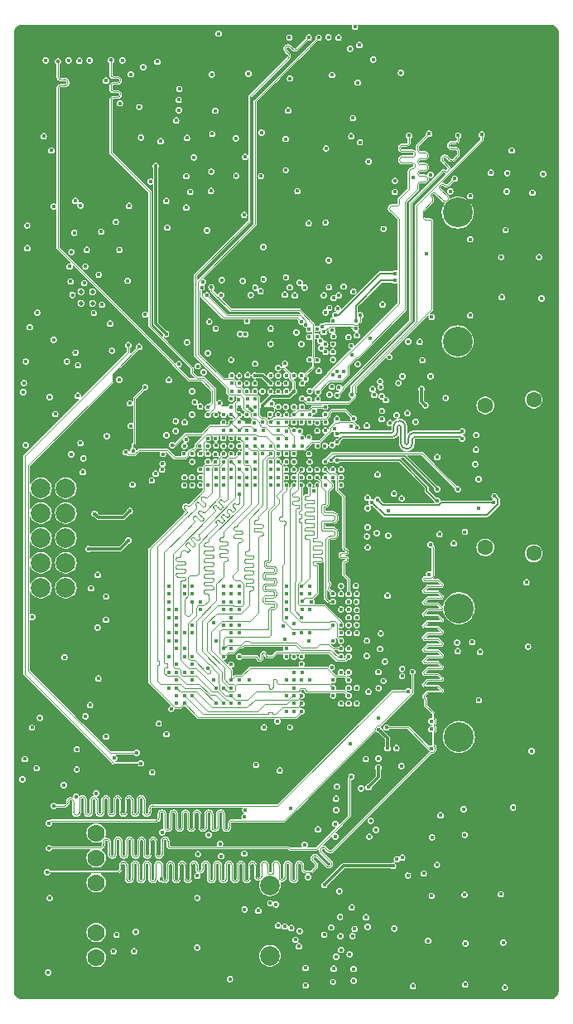
<source format=gbr>
G04 #@! TF.GenerationSoftware,KiCad,Pcbnew,7.0.1*
G04 #@! TF.CreationDate,2024-07-31T19:39:54-07:00*
G04 #@! TF.ProjectId,DFTBoard,44465442-6f61-4726-942e-6b696361645f,rev?*
G04 #@! TF.SameCoordinates,Original*
G04 #@! TF.FileFunction,Copper,L3,Inr*
G04 #@! TF.FilePolarity,Positive*
%FSLAX46Y46*%
G04 Gerber Fmt 4.6, Leading zero omitted, Abs format (unit mm)*
G04 Created by KiCad (PCBNEW 7.0.1) date 2024-07-31 19:39:54*
%MOMM*%
%LPD*%
G01*
G04 APERTURE LIST*
G04 #@! TA.AperFunction,ComponentPad*
%ADD10C,3.048000*%
G04 #@! TD*
G04 #@! TA.AperFunction,ComponentPad*
%ADD11C,2.000000*%
G04 #@! TD*
G04 #@! TA.AperFunction,ComponentPad*
%ADD12C,1.600000*%
G04 #@! TD*
G04 #@! TA.AperFunction,ComponentPad*
%ADD13C,0.500000*%
G04 #@! TD*
G04 #@! TA.AperFunction,ComponentPad*
%ADD14C,1.778000*%
G04 #@! TD*
G04 #@! TA.AperFunction,ViaPad*
%ADD15C,0.450000*%
G04 #@! TD*
G04 #@! TA.AperFunction,Conductor*
%ADD16C,0.102000*%
G04 #@! TD*
G04 #@! TA.AperFunction,Conductor*
%ADD17C,0.300000*%
G04 #@! TD*
G04 #@! TA.AperFunction,Conductor*
%ADD18C,0.200000*%
G04 #@! TD*
G04 APERTURE END LIST*
D10*
X145645530Y-136085980D03*
X145645530Y-122944020D03*
D11*
X105450000Y-120845000D03*
X102910000Y-120845000D03*
X105450000Y-118305000D03*
X102910000Y-118305000D03*
X105450000Y-115765000D03*
X102910000Y-115765000D03*
X105450000Y-113225000D03*
X102910000Y-113225000D03*
X105450000Y-110685000D03*
X102910000Y-110685000D03*
D12*
X153290000Y-117340000D03*
X148340000Y-116740000D03*
X148340000Y-102240000D03*
X153290000Y-101640000D03*
D11*
X126325000Y-158437500D03*
X126325000Y-151237500D03*
D13*
X107000000Y-91797500D03*
X108180000Y-91797500D03*
X107000000Y-90617500D03*
X108180000Y-90617500D03*
D10*
X145520000Y-95691960D03*
X145520000Y-82550000D03*
D14*
X108550000Y-158600000D03*
X108550000Y-156060000D03*
X108550000Y-153520000D03*
X108550000Y-150980000D03*
X108550000Y-148440000D03*
X108550000Y-145900000D03*
D15*
X130270000Y-83640000D03*
X129547500Y-95974521D03*
X126375000Y-106375000D03*
X124830881Y-97975498D03*
X123975499Y-103192293D03*
X119536657Y-98831738D03*
X122372133Y-97592000D03*
X119975000Y-96892500D03*
X120775000Y-94375000D03*
X123154689Y-99198861D03*
X127878199Y-97962574D03*
X117820000Y-95780000D03*
X123275699Y-94931325D03*
X119975000Y-105592500D03*
X124775000Y-102375000D03*
X123992500Y-101560766D03*
X122360377Y-101564280D03*
X124017524Y-99132571D03*
X126377500Y-99172981D03*
X124758000Y-99983861D03*
X123975000Y-100773000D03*
X125567500Y-100794444D03*
X117591000Y-103960167D03*
X118642472Y-101896902D03*
X120791704Y-103175204D03*
X121569566Y-103182000D03*
X131490297Y-95646422D03*
X129033380Y-94788459D03*
X111895236Y-81861860D03*
X126375000Y-95975000D03*
X131173000Y-97606028D03*
X127975000Y-99175000D03*
X129598328Y-99968106D03*
X127173892Y-99992000D03*
X126387624Y-100817500D03*
X127189500Y-100830742D03*
X127977983Y-100792000D03*
X124714431Y-103999550D03*
X126360939Y-103155280D03*
X126475127Y-102030047D03*
X127175000Y-102375000D03*
X128788531Y-102379514D03*
X131190539Y-106357664D03*
X127976600Y-103185415D03*
X128775000Y-103975000D03*
X127180709Y-103984277D03*
X125589379Y-103960621D03*
X123959880Y-104783687D03*
X122376273Y-104786566D03*
X123203016Y-103972787D03*
X121560942Y-103972787D03*
X124775000Y-107175000D03*
X122376543Y-106375000D03*
X119192500Y-107172813D03*
X117575000Y-106375000D03*
X121575000Y-108775000D03*
X130374017Y-108783777D03*
X127975000Y-107975000D03*
X127175000Y-110375000D03*
X123975000Y-109575000D03*
X132775000Y-109575000D03*
X135175000Y-131075000D03*
X134375000Y-125475000D03*
X135175000Y-125475000D03*
X135175000Y-121475000D03*
X135175000Y-124675000D03*
X134375000Y-127075000D03*
X134375000Y-123875000D03*
X127975000Y-121475000D03*
X115975000Y-121475000D03*
X115975000Y-129475000D03*
X122375000Y-123075000D03*
X123175000Y-130275000D03*
X116215372Y-133234628D03*
X123175000Y-120675000D03*
X116775000Y-127075000D03*
X122375000Y-125475000D03*
X122375000Y-123875000D03*
X122375000Y-127075000D03*
X116775000Y-123875000D03*
X115975000Y-125475000D03*
X115975000Y-131075000D03*
X115975000Y-123875000D03*
X123175000Y-121475000D03*
X123175000Y-132675000D03*
X115975000Y-123075000D03*
X127975000Y-133475000D03*
X118375000Y-121475000D03*
X127975000Y-123875000D03*
X132375107Y-92267211D03*
X121558000Y-105573552D03*
X132792000Y-95975000D03*
X123821369Y-94982500D03*
X129589938Y-106382094D03*
X108707500Y-119540000D03*
X150580002Y-78508000D03*
X127940000Y-75020000D03*
X142796001Y-135286250D03*
X118560000Y-76900000D03*
X130375000Y-121475000D03*
X141920000Y-97610000D03*
X133192592Y-98759728D03*
X150340000Y-161680000D03*
X139100000Y-79300000D03*
X129150000Y-80330000D03*
X103960000Y-76200000D03*
X145510000Y-127330000D03*
X139747500Y-139051415D03*
X116987528Y-98023030D03*
X116730000Y-73140000D03*
X132010000Y-103975000D03*
X135175000Y-132675000D03*
X110340000Y-157960000D03*
X145447823Y-126450947D03*
X106450000Y-96830533D03*
X123704915Y-147992500D03*
X134820000Y-72900000D03*
X140930000Y-161530000D03*
X151030000Y-76200000D03*
X134375000Y-123075000D03*
X101150000Y-99960000D03*
X131225000Y-145525000D03*
X150040000Y-91170000D03*
X127950000Y-78200000D03*
X139834159Y-148410761D03*
X112600351Y-155974565D03*
X128380000Y-68840000D03*
X110387741Y-138232500D03*
X146790000Y-85265000D03*
X141200000Y-103910000D03*
X122230000Y-160820000D03*
X128451907Y-143413720D03*
X142050000Y-150027500D03*
X142490000Y-156900000D03*
X115140000Y-75250000D03*
X146220000Y-152200000D03*
X113360000Y-67690000D03*
X146127076Y-143462836D03*
X128795486Y-124469394D03*
X143765214Y-144082932D03*
X115290000Y-145840000D03*
X138420811Y-113008703D03*
X124905000Y-138915000D03*
X134713181Y-97109882D03*
X139299044Y-148586036D03*
X103800000Y-101375000D03*
X154080000Y-91290000D03*
X129367131Y-155917000D03*
X107198423Y-109042500D03*
X119480010Y-89623780D03*
X134375000Y-129475000D03*
X113140000Y-74880000D03*
X142729597Y-99251597D03*
X135470000Y-65427500D03*
X146271792Y-161351472D03*
X125695202Y-135117500D03*
X149910000Y-152150000D03*
X135310000Y-69270000D03*
X111982500Y-102027500D03*
X128776054Y-127881990D03*
X127305000Y-139515000D03*
X107475000Y-88025000D03*
X107927202Y-132835469D03*
X142796001Y-134475000D03*
X118926621Y-98221701D03*
X127975000Y-131876043D03*
X117780000Y-82020000D03*
X142342500Y-86741135D03*
X143432500Y-107510000D03*
X147670000Y-109748498D03*
X123168001Y-131875000D03*
X127981758Y-123049133D03*
X146780000Y-93025000D03*
X123730000Y-144247500D03*
X127975262Y-130281990D03*
X114790000Y-67140000D03*
X147670000Y-112748498D03*
X138164583Y-101681570D03*
X115810000Y-84070000D03*
X135089852Y-120653218D03*
X126375000Y-94375000D03*
X138059000Y-128375000D03*
X117010000Y-72080000D03*
X137319425Y-109283095D03*
X123750000Y-76850000D03*
X132420061Y-101126509D03*
X121076307Y-64277500D03*
X138581399Y-104035233D03*
X132680000Y-68500000D03*
X147006286Y-126394481D03*
X106555000Y-139415000D03*
X147380000Y-106748498D03*
X115750000Y-135800000D03*
X134550000Y-136820000D03*
X153080000Y-137520000D03*
X146258706Y-115159875D03*
X120720000Y-72150000D03*
X133084629Y-143535289D03*
X132010000Y-83540000D03*
X147420000Y-105248498D03*
X151175000Y-143275000D03*
X121330000Y-148265000D03*
X103190000Y-74750000D03*
X102524998Y-92762500D03*
X153850000Y-87090000D03*
X143400000Y-149152500D03*
X137445000Y-134193750D03*
X137416500Y-138292500D03*
X121375000Y-89425000D03*
X109560000Y-69070000D03*
X136320000Y-112735000D03*
X110917460Y-99597460D03*
X124775000Y-101559386D03*
X129980000Y-161460000D03*
X103410000Y-67000000D03*
X123805000Y-143520841D03*
X110929960Y-86345040D03*
X106680000Y-101250000D03*
X147790000Y-127410000D03*
X101495000Y-83875000D03*
X101370000Y-106280000D03*
X125650000Y-86040000D03*
X102471500Y-139275000D03*
X128170000Y-72130000D03*
X128392076Y-135097500D03*
X110620000Y-156280000D03*
X150180000Y-157080000D03*
X101500000Y-86175000D03*
X137945525Y-84208398D03*
X116970000Y-71040000D03*
X123168010Y-125479013D03*
X147300000Y-108231502D03*
X119880000Y-84350000D03*
X129890000Y-147110000D03*
X102805000Y-134131500D03*
X135510000Y-75360000D03*
X137825039Y-91919959D03*
X132330000Y-87420000D03*
X109079961Y-84495041D03*
X123974617Y-93645502D03*
X120360000Y-68440000D03*
X144292500Y-101471139D03*
X135627076Y-141337836D03*
X107460000Y-133980000D03*
X138552688Y-97292232D03*
X112450000Y-157960000D03*
X104200000Y-95525000D03*
X134596264Y-104355500D03*
X106820000Y-67050000D03*
X124110000Y-68350000D03*
X134836502Y-90600000D03*
X108761000Y-130115000D03*
X127090000Y-134480033D03*
X136314503Y-111653311D03*
X120280000Y-80340000D03*
X152710000Y-126870000D03*
X150410000Y-84330000D03*
X152541515Y-120294714D03*
X112082500Y-104314818D03*
X123660000Y-82780000D03*
X102020000Y-123830000D03*
X112250645Y-110323734D03*
X139730000Y-68270000D03*
X108575000Y-141850000D03*
X149970000Y-87090000D03*
X141620000Y-95740000D03*
X154250000Y-78590000D03*
X106555000Y-137340000D03*
X136464587Y-146272539D03*
X146320000Y-157160000D03*
X104360000Y-103120000D03*
X109992500Y-93875000D03*
X118393010Y-110377075D03*
X123175000Y-124680510D03*
X107575000Y-86350000D03*
X134650000Y-74740000D03*
X127875000Y-126075000D03*
X120110584Y-93693084D03*
X132050000Y-76000000D03*
X133557027Y-103187119D03*
X130375255Y-104809176D03*
X111651872Y-81061000D03*
X125589540Y-95977540D03*
X130362223Y-95957144D03*
X123189431Y-94356257D03*
X123972006Y-97592000D03*
X120038000Y-100884628D03*
X127155909Y-97587169D03*
X133553413Y-95186818D03*
X118348000Y-106375000D03*
X119174409Y-103145743D03*
X117577540Y-108777540D03*
X119992500Y-95975000D03*
X120760313Y-93589687D03*
X123975000Y-94375000D03*
X130467500Y-74608480D03*
X145122500Y-138181250D03*
X137830000Y-131790000D03*
X102529275Y-132625500D03*
X126280000Y-139440000D03*
X131170000Y-103170000D03*
X138100000Y-122820000D03*
X146410000Y-114390000D03*
X112294941Y-99049979D03*
X131281761Y-99292853D03*
X130087251Y-156379875D03*
X109000000Y-67040000D03*
X141925000Y-148325000D03*
X133652279Y-89077801D03*
X131958500Y-97592703D03*
X150260000Y-111430000D03*
X136100000Y-156525000D03*
X145545000Y-140681250D03*
X108707500Y-111315000D03*
X142796001Y-141801880D03*
X136090000Y-139187500D03*
X134236290Y-151778790D03*
X136388500Y-132560000D03*
X101850000Y-96450533D03*
X117590474Y-99974500D03*
X136360000Y-123600000D03*
X153070000Y-79371500D03*
X134470371Y-108939629D03*
X136399669Y-100977355D03*
X106230617Y-108528923D03*
X105775000Y-93950000D03*
X150280000Y-112470000D03*
X105912810Y-132362810D03*
X117574999Y-102339999D03*
X129580000Y-107182500D03*
X152224998Y-144059999D03*
X104250000Y-87175000D03*
X131120000Y-93680000D03*
X153120000Y-74646998D03*
X135436960Y-152727960D03*
X122091657Y-138761577D03*
X130467500Y-78699939D03*
X106450000Y-131150000D03*
X129637425Y-156707640D03*
X140565040Y-147240040D03*
X110675000Y-94875000D03*
X138582962Y-144154164D03*
X131190000Y-107970000D03*
X131192100Y-105557900D03*
X135224782Y-142819702D03*
X103000000Y-84100000D03*
X111742500Y-112211187D03*
X111979000Y-113012428D03*
X142861442Y-93204184D03*
X103655000Y-160125000D03*
X101980000Y-135115000D03*
X109650000Y-105375000D03*
X121206074Y-146997500D03*
X105950000Y-89575000D03*
X120066427Y-146099596D03*
X101000000Y-140410002D03*
X138330000Y-121649380D03*
X108405000Y-113290000D03*
X107325000Y-89745000D03*
X110167008Y-96647833D03*
X111842500Y-116020758D03*
X145130000Y-116320000D03*
X107780000Y-116890000D03*
X132619960Y-155544960D03*
X133480000Y-154450000D03*
X147695000Y-132330000D03*
X133530000Y-156430000D03*
X134750000Y-156425000D03*
X134982540Y-155682540D03*
X129955151Y-159682500D03*
X131866591Y-156298329D03*
X132825000Y-159752500D03*
X134673636Y-153491284D03*
X132780000Y-161090000D03*
X133150000Y-141150000D03*
X133575000Y-157825000D03*
X134875000Y-159775000D03*
X134482460Y-158282460D03*
X133100000Y-158525000D03*
X134900000Y-160975000D03*
X104216054Y-143128341D03*
X140456210Y-131408710D03*
X137760000Y-103631415D03*
X115975000Y-126275000D03*
X133575000Y-129475000D03*
X136305000Y-114665000D03*
X127175230Y-105601183D03*
X127977143Y-127081990D03*
X125575000Y-107175000D03*
X122381892Y-105592500D03*
X120575000Y-130275000D03*
X127175000Y-107975000D03*
X133575000Y-127075000D03*
X121575000Y-127075000D03*
X127175000Y-107175000D03*
X133575000Y-127875000D03*
X121575000Y-127875000D03*
X128759482Y-107175725D03*
X118375000Y-127875000D03*
X129570512Y-127881990D03*
X128775000Y-107975000D03*
X118375000Y-129475000D03*
X129600633Y-129481990D03*
X131174298Y-108783777D03*
X123175000Y-127875000D03*
X134375000Y-127875000D03*
X127975000Y-108775000D03*
X118375000Y-128675000D03*
X129575000Y-128650000D03*
X124775000Y-106375000D03*
X122375000Y-130275000D03*
X134375000Y-130275000D03*
X124769494Y-105595466D03*
X116775000Y-129475000D03*
X128775000Y-130281990D03*
X118375000Y-130275000D03*
X130375000Y-130275000D03*
X126369667Y-107968010D03*
X123975000Y-107975000D03*
X118375000Y-131875000D03*
X129575000Y-131875000D03*
X126375000Y-107175000D03*
X121575000Y-131075000D03*
X132781990Y-131076598D03*
X123175000Y-108775000D03*
X119975000Y-129075000D03*
X132648254Y-128988488D03*
X123975000Y-106375000D03*
X122375000Y-131075000D03*
X134375000Y-131075000D03*
X123175000Y-105592500D03*
X134375000Y-131875000D03*
X122375000Y-131875000D03*
X123975000Y-107175000D03*
X128775000Y-131876043D03*
X116775000Y-131075000D03*
X124775000Y-107975000D03*
X116775000Y-130275000D03*
X128774381Y-131081990D03*
X123175000Y-107175000D03*
X122375000Y-132675000D03*
X134375000Y-132675000D03*
X120775000Y-132675000D03*
X132775000Y-131875000D03*
X121586368Y-107175525D03*
X122375000Y-107175000D03*
X117575000Y-131875000D03*
X129575000Y-132675000D03*
X123175000Y-106375000D03*
X116775000Y-131875000D03*
X128775000Y-132675000D03*
X122375000Y-107975000D03*
X120775000Y-131075000D03*
X132775000Y-130275000D03*
X127975000Y-107175000D03*
X115975000Y-127875000D03*
X127975000Y-127875000D03*
X127175000Y-106375000D03*
X117575000Y-127875000D03*
X127975000Y-122275000D03*
X123175000Y-110375000D03*
X135175000Y-123875000D03*
X121557500Y-106362208D03*
X128775000Y-109575000D03*
X126375000Y-108775000D03*
X123975000Y-105592500D03*
X112308885Y-106856195D03*
X130775000Y-110975000D03*
X137450000Y-135314143D03*
X129575000Y-121475000D03*
X137255000Y-115275000D03*
X135172726Y-123121704D03*
X123175000Y-122275000D03*
X127975000Y-120675000D03*
X114625000Y-109200000D03*
X129581990Y-123068203D03*
X135168010Y-122281528D03*
X133575000Y-121475000D03*
X114938625Y-134711526D03*
X122375000Y-120675000D03*
X117579913Y-121468010D03*
X113575000Y-100375000D03*
X116781990Y-123062268D03*
X138343632Y-137222500D03*
X136399622Y-141208301D03*
X136300000Y-116725000D03*
X136255000Y-115615000D03*
X133575000Y-125475000D03*
X138420811Y-115530187D03*
X115975000Y-120675000D03*
X116775000Y-126275000D03*
X123175000Y-107975000D03*
X137416500Y-139187500D03*
X119975000Y-108775000D03*
X115975000Y-122275000D03*
X123175000Y-123093010D03*
X122377500Y-102375531D03*
X122405118Y-99174937D03*
X122405255Y-99983861D03*
X122392897Y-100768861D03*
X131836502Y-90990000D03*
X131957900Y-95992100D03*
X134658653Y-96152552D03*
X133840000Y-90100000D03*
X132010000Y-96775000D03*
X127970000Y-89160000D03*
X131538508Y-96396562D03*
X125680000Y-89350000D03*
X112084701Y-68419781D03*
X116692187Y-103847813D03*
X121170000Y-101990000D03*
X111220000Y-67000000D03*
X110050000Y-66970000D03*
X119960000Y-103190000D03*
X119162500Y-106355680D03*
X107880000Y-67000000D03*
X116690000Y-104850000D03*
X105730000Y-67000000D03*
X119982841Y-102418784D03*
X104660000Y-67110000D03*
X115990290Y-99635210D03*
X115700000Y-94950000D03*
X114630000Y-77780000D03*
X120576032Y-124393912D03*
X117557956Y-110377543D03*
X117575000Y-109575000D03*
X116775000Y-124675000D03*
X122375000Y-124675000D03*
X120775000Y-110375000D03*
X119175000Y-108775000D03*
X116775000Y-125475000D03*
X119975000Y-110375000D03*
X122375000Y-126275000D03*
X120775000Y-126275000D03*
X119179021Y-110375000D03*
X122375000Y-108775000D03*
X119175000Y-122275000D03*
X123975000Y-108775000D03*
X122375000Y-121475000D03*
X121575000Y-110375000D03*
X118375000Y-120675000D03*
X118375000Y-125475000D03*
X119175000Y-109575000D03*
X120775000Y-109575000D03*
X121575000Y-124675000D03*
X120775000Y-108775000D03*
X128775000Y-133475000D03*
X116775000Y-132675000D03*
X118375000Y-109575000D03*
X117575000Y-125475000D03*
X118375000Y-124675000D03*
X118380000Y-107990000D03*
X119975000Y-107975000D03*
X117569000Y-127075000D03*
X117575000Y-132675000D03*
X129575000Y-133475000D03*
X120763766Y-107979814D03*
X124775000Y-108775000D03*
X121575000Y-123075000D03*
X124775000Y-110375000D03*
X119175000Y-123075000D03*
X133387096Y-100412000D03*
X126930660Y-153187500D03*
X123175000Y-109575000D03*
X121575000Y-121475000D03*
X121575000Y-132675000D03*
X133575000Y-132675000D03*
X121579903Y-107975000D03*
X124775000Y-109575000D03*
X122375000Y-122275000D03*
X122375000Y-109575000D03*
X121575000Y-122275000D03*
X121575000Y-109575000D03*
X117575000Y-120675000D03*
X118375000Y-122275000D03*
X123175000Y-111275000D03*
X123975000Y-110375000D03*
X121575000Y-120675000D03*
X126375000Y-110375000D03*
X127650000Y-124750000D03*
X129575000Y-110375000D03*
X133575000Y-124675000D03*
X127175000Y-109575000D03*
X129575000Y-125475000D03*
X127979044Y-106376374D03*
X116775000Y-128675000D03*
X128768007Y-129487317D03*
X129578207Y-108773833D03*
X129575000Y-123875000D03*
X129575000Y-109575000D03*
X134375000Y-124675000D03*
X127975000Y-110375000D03*
X132725000Y-124675000D03*
X127975000Y-109575000D03*
X130375000Y-125475000D03*
X126375000Y-109575000D03*
X130338314Y-126268010D03*
X117575000Y-129475000D03*
X125575000Y-106375000D03*
X129575000Y-130275000D03*
X133879994Y-98790000D03*
X128500000Y-155600000D03*
X133464133Y-99273936D03*
X127850000Y-155450000D03*
X127130000Y-155340000D03*
X137583937Y-99788937D03*
X132634344Y-100330881D03*
X126361028Y-153070604D03*
X125575000Y-102375000D03*
X127975000Y-103975000D03*
X124037323Y-102342243D03*
X123975000Y-103972787D03*
X128775778Y-100802000D03*
X129587378Y-103182784D03*
X125588859Y-103154780D03*
X129575000Y-103975000D03*
X129589139Y-105558000D03*
X129379370Y-104858743D03*
X124777500Y-100772856D03*
X135298622Y-98014500D03*
X138907460Y-149257460D03*
X109567500Y-136054211D03*
X133065202Y-142399194D03*
X141810000Y-100560000D03*
X127166318Y-98400706D03*
X123172000Y-102410457D03*
X140419040Y-150246040D03*
X142207500Y-102226863D03*
X131878285Y-151197341D03*
X114267540Y-139702460D03*
X123145377Y-101625457D03*
X124775000Y-104785050D03*
X123980479Y-99983861D03*
X124758000Y-99187253D03*
X126376437Y-99992000D03*
X127958892Y-99992000D03*
X122375000Y-103972787D03*
X123194478Y-99983861D03*
X132788671Y-97560765D03*
X123177343Y-103195457D03*
X123175030Y-104779027D03*
X127175000Y-99186377D03*
X128762804Y-99192500D03*
X122375000Y-103175000D03*
X108675000Y-124900000D03*
X128774998Y-104775000D03*
X136560709Y-95424210D03*
X109580000Y-121740000D03*
X106480000Y-142190000D03*
X123148000Y-100770095D03*
X105250000Y-141000000D03*
X116318510Y-106289834D03*
X109567500Y-124125000D03*
X127187266Y-104787964D03*
X140447773Y-95701301D03*
X136321500Y-155475000D03*
X136157540Y-154507540D03*
X142896489Y-146350002D03*
X146255000Y-146090000D03*
X133005000Y-144965000D03*
X133003396Y-146241525D03*
X118402151Y-107178584D03*
X128925000Y-156800000D03*
X118374999Y-103142500D03*
X105290000Y-127940000D03*
X115720000Y-81350000D03*
X104230000Y-81920000D03*
X120337002Y-78358500D03*
X130333547Y-105497500D03*
X125604416Y-104798040D03*
X126383013Y-103950069D03*
X134877134Y-103562000D03*
X101244990Y-138344988D03*
X108025000Y-120900000D03*
X117556941Y-107174021D03*
X129580500Y-102368426D03*
X129549142Y-99166981D03*
X137642470Y-100367486D03*
X101775000Y-94250000D03*
X120773000Y-105600000D03*
X115378090Y-107196288D03*
X106950000Y-106075000D03*
X115296500Y-108800000D03*
X107250000Y-107650000D03*
X106700000Y-98125000D03*
X120761378Y-107194058D03*
X105550000Y-97750000D03*
X120795267Y-106316467D03*
X115332753Y-108184789D03*
X106003186Y-107213490D03*
X101092000Y-100875000D03*
X119972663Y-107172663D03*
X119957283Y-106368000D03*
X135191639Y-104486152D03*
X111590000Y-107020000D03*
X114250000Y-109875000D03*
X101375000Y-97750000D03*
X118895000Y-157585002D03*
X121567315Y-104757787D03*
X136809452Y-100564774D03*
X133405020Y-151840060D03*
X135200000Y-95080000D03*
X129370000Y-89710000D03*
X128852616Y-91007500D03*
X132797171Y-93562905D03*
X132022437Y-92729563D03*
X128337813Y-90177813D03*
X133270000Y-92360000D03*
X129850000Y-90190000D03*
X132670000Y-94570000D03*
X127852000Y-90920000D03*
X125351685Y-90576606D03*
X131150477Y-94412640D03*
X133336502Y-90990000D03*
X132813035Y-95177749D03*
X134340000Y-95260000D03*
X132820000Y-91260000D03*
X132770000Y-96766500D03*
X132350000Y-90150000D03*
X133160453Y-103612411D03*
X139827500Y-129150000D03*
X132891674Y-104652119D03*
X139827500Y-129880000D03*
X131175000Y-110375000D03*
X129581990Y-122206990D03*
X131975000Y-110375000D03*
X130575000Y-122275000D03*
X133575000Y-110360073D03*
X133575000Y-120675000D03*
X130375000Y-123075000D03*
X133575000Y-109575000D03*
X131175000Y-109575000D03*
X132775000Y-122275000D03*
X131975000Y-109575000D03*
X132775000Y-121475000D03*
X130375000Y-110375000D03*
X129575000Y-120675000D03*
X132757500Y-108777540D03*
X134375000Y-122275000D03*
X130375000Y-109575000D03*
X130375000Y-120675000D03*
X134375000Y-121475000D03*
X131975000Y-108783777D03*
X133592000Y-108781540D03*
X133575000Y-123075000D03*
X128775000Y-110375000D03*
X133575000Y-126275000D03*
X128775000Y-108775000D03*
X132768010Y-126281990D03*
X127175000Y-108775000D03*
X128775000Y-125525000D03*
X130810000Y-102810000D03*
X120430000Y-74500000D03*
X139050001Y-155637001D03*
X142592500Y-119487258D03*
X142870000Y-152310000D03*
X136622460Y-144652460D03*
X139874678Y-99250401D03*
X145550000Y-110800000D03*
X131952829Y-107962905D03*
X132582544Y-107791830D03*
X143432500Y-110771906D03*
X133171627Y-107832400D03*
X143432500Y-111940373D03*
X133190000Y-105970000D03*
X145978402Y-105605000D03*
X133180000Y-105160000D03*
X145978402Y-104875000D03*
X139240000Y-137222500D03*
X136105686Y-138348006D03*
X129289960Y-157464960D03*
X115725616Y-105257500D03*
X137432500Y-131112500D03*
X137941600Y-130352697D03*
X137421500Y-129450000D03*
X136388500Y-131460000D03*
X136215000Y-127810000D03*
X137585000Y-127090000D03*
X137630000Y-125530000D03*
X136260000Y-126250000D03*
X124175000Y-130275000D03*
X142796001Y-137250000D03*
X117737340Y-105717741D03*
X138219431Y-135123396D03*
X122375000Y-128675000D03*
X132999906Y-93006680D03*
X139137496Y-88755980D03*
X130370087Y-97545713D03*
X123560000Y-89510000D03*
X124350000Y-90970000D03*
X131151086Y-95174107D03*
X124836502Y-90200000D03*
X130333643Y-94461265D03*
X124768508Y-103189687D03*
X127175000Y-103175000D03*
X127962092Y-102392069D03*
X128762460Y-103187540D03*
X131958000Y-102377455D03*
X135106001Y-93599061D03*
X139137496Y-89485980D03*
X136740000Y-112120000D03*
X149300000Y-111480000D03*
X149173587Y-112162743D03*
X137330000Y-111880000D03*
X138989000Y-111245134D03*
X132690000Y-106280000D03*
X131950000Y-106373999D03*
X139812500Y-111730000D03*
X117773028Y-78822810D03*
X127987215Y-104823854D03*
X139465919Y-99948600D03*
X137163563Y-145573563D03*
X123735027Y-153692500D03*
X130200000Y-150400000D03*
X145580000Y-74670000D03*
X133205061Y-101196518D03*
X131173096Y-104807924D03*
X117830000Y-74920000D03*
X135102000Y-94393561D03*
X131834295Y-94737160D03*
X135547501Y-93025348D03*
X131681671Y-94176044D03*
X130332540Y-95246993D03*
X121352187Y-90977813D03*
X147970000Y-74580000D03*
X134692557Y-101123057D03*
X129634627Y-101521137D03*
X145219965Y-79064530D03*
X131174999Y-104010001D03*
X125420000Y-78800000D03*
X125480000Y-74380000D03*
X131193060Y-101587079D03*
X122890000Y-78790000D03*
X131957900Y-104792100D03*
X129994220Y-99542178D03*
X120336502Y-90170000D03*
X119853498Y-91010000D03*
X130003124Y-93995410D03*
X130390000Y-103180000D03*
X142753575Y-78688979D03*
X131970000Y-103140000D03*
X122830000Y-74960000D03*
X148891500Y-78470000D03*
X130410000Y-103975000D03*
X119337632Y-90187583D03*
X129519482Y-93667155D03*
X130298000Y-101610461D03*
X140952500Y-78971732D03*
X130407700Y-100783638D03*
X140560000Y-74680000D03*
X142593634Y-74483022D03*
X131227056Y-100862135D03*
X139080000Y-80430000D03*
X108825000Y-88875000D03*
X114130000Y-79380000D03*
X106300000Y-84600000D03*
X118170000Y-80430000D03*
X105825000Y-88050000D03*
X106025000Y-86575000D03*
X106127500Y-90957500D03*
X112970000Y-71760000D03*
X110960000Y-71380000D03*
X110546372Y-83488716D03*
X150530000Y-80368500D03*
X144760861Y-80365300D03*
X153160000Y-80520000D03*
X146780000Y-80860000D03*
X136877460Y-66922540D03*
X135010000Y-63579500D03*
X134500000Y-65820000D03*
X118910000Y-152530000D03*
X140368530Y-103013611D03*
X136416288Y-77331497D03*
X118890000Y-150272500D03*
X139290000Y-103220000D03*
X113150000Y-138775000D03*
X111850000Y-96075000D03*
X128310000Y-64670000D03*
X111790000Y-89500000D03*
X112952540Y-96252540D03*
X112700000Y-137700000D03*
X113560000Y-92960000D03*
X108326869Y-92791000D03*
X109150000Y-91950000D03*
X117050000Y-69930000D03*
X130280000Y-64670000D03*
X128050000Y-105630000D03*
X131280000Y-64680000D03*
X128807500Y-106377295D03*
X130325248Y-107187979D03*
X132300000Y-64640000D03*
X133320000Y-64670000D03*
X130368243Y-108002730D03*
X137790000Y-102800000D03*
X140920000Y-129430000D03*
X103710000Y-144890000D03*
X142720000Y-116460000D03*
X103560000Y-149880000D03*
X137739521Y-101284749D03*
X115190000Y-150610000D03*
X137000000Y-101158500D03*
X103800000Y-152540000D03*
X131320258Y-98712626D03*
X125120000Y-153830000D03*
X132730000Y-99120000D03*
X118990000Y-148050000D03*
X136230000Y-104290000D03*
X103730000Y-147460000D03*
X134660000Y-140140000D03*
X106950000Y-81820000D03*
X118375000Y-100775000D03*
X119180000Y-102340000D03*
X106410000Y-81350000D03*
X143645650Y-115390570D03*
D16*
X119192500Y-107172813D02*
X119555500Y-106809813D01*
X119555500Y-106012000D02*
X119975000Y-105592500D01*
X119555500Y-106809813D02*
X119555500Y-106012000D01*
D17*
X109603687Y-112211187D02*
X108707500Y-111315000D01*
D16*
X117955000Y-106768000D02*
X118348000Y-106375000D01*
D18*
X117574999Y-102339999D02*
X119030370Y-100884628D01*
D16*
X117421997Y-104417000D02*
X117421997Y-104683789D01*
X115800000Y-106253265D02*
X115800000Y-106534646D01*
D18*
X112725000Y-98000000D02*
X112294941Y-98430059D01*
D16*
X116190867Y-105914919D02*
X116138346Y-105914919D01*
D18*
X119174409Y-103145743D02*
X119174409Y-103775674D01*
X115745003Y-98000000D02*
X112725000Y-98000000D01*
D16*
X116033354Y-106768000D02*
X116447547Y-106768000D01*
D18*
X118533083Y-104417000D02*
X117421997Y-104417000D01*
X117149500Y-104144503D02*
X117149500Y-102765498D01*
X119030370Y-100884628D02*
X120038000Y-100884628D01*
X117590474Y-99845471D02*
X115745003Y-98000000D01*
X118818000Y-104157876D02*
X118559376Y-104416500D01*
X118533583Y-104416500D02*
X118533083Y-104417000D01*
X117421997Y-104417000D02*
X117149500Y-104144503D01*
X117149500Y-102765498D02*
X117574999Y-102339999D01*
D16*
X116459532Y-106756015D02*
X116784690Y-106756015D01*
D17*
X111742500Y-112211187D02*
X109603687Y-112211187D01*
D18*
X120112835Y-100841106D02*
X120069313Y-100884628D01*
D16*
X115800000Y-106534646D02*
X116033354Y-106768000D01*
D18*
X117590474Y-102324524D02*
X117574999Y-102339999D01*
D16*
X116138346Y-105914919D02*
X115800000Y-106253265D01*
D18*
X120069313Y-100884628D02*
X120038000Y-100884628D01*
D16*
X116784690Y-106756015D02*
X116796675Y-106768000D01*
D18*
X117590474Y-99974500D02*
X117590474Y-99845471D01*
X118559376Y-104416500D02*
X118533583Y-104416500D01*
D16*
X116796675Y-106768000D02*
X117955000Y-106768000D01*
D18*
X119174409Y-103775674D02*
X118818000Y-104132083D01*
X117590474Y-99974500D02*
X117590474Y-102324524D01*
X112294941Y-98430059D02*
X112294941Y-99049979D01*
D16*
X117421997Y-104683789D02*
X116190867Y-105914919D01*
D18*
X118818000Y-104132083D02*
X118818000Y-104157876D01*
D16*
X116447547Y-106768000D02*
X116459532Y-106756015D01*
D17*
X110973258Y-116890000D02*
X111842500Y-116020758D01*
X111318929Y-113672499D02*
X111979000Y-113012428D01*
X107780000Y-116890000D02*
X110973258Y-116890000D01*
X108405000Y-113290000D02*
X108787499Y-113672499D01*
X108787499Y-113672499D02*
X111318929Y-113672499D01*
D16*
X110440000Y-143128341D02*
X110440000Y-142479247D01*
X112240000Y-142479247D02*
X112240000Y-143128341D01*
X138828076Y-131408710D02*
X140456210Y-131408710D01*
X112840000Y-143128341D02*
X112840000Y-142479233D01*
X111040000Y-142479247D02*
X111040000Y-143128341D01*
X114040000Y-143777422D02*
X114040000Y-143428341D01*
X108040000Y-143777449D02*
X108040000Y-143128341D01*
X111040000Y-143128341D02*
X111040000Y-143777449D01*
X116076622Y-143128341D02*
X127108445Y-143128341D01*
X109840000Y-142479247D02*
X109840000Y-143128341D01*
X105640000Y-142828341D02*
X105640000Y-142679233D01*
X109240000Y-143128341D02*
X109240000Y-142479247D01*
X109840000Y-143128341D02*
X109840000Y-143777435D01*
X106840000Y-143128341D02*
X106840000Y-142479233D01*
X106840000Y-143777449D02*
X106840000Y-143128341D01*
X106240000Y-142828341D02*
X106240000Y-143777449D01*
X108640000Y-143128341D02*
X108640000Y-143777449D01*
X112840000Y-143777422D02*
X112840000Y-143128341D01*
X108640000Y-142579240D02*
X108640000Y-143128341D01*
X113440000Y-143128341D02*
X113440000Y-143777422D01*
X107440000Y-142479233D02*
X107440000Y-143128341D01*
X127108445Y-143128341D02*
X138828076Y-131408710D01*
X108040000Y-143128341D02*
X108040000Y-142579240D01*
X113440000Y-142479233D02*
X113440000Y-143128341D01*
X114340000Y-143128341D02*
X116076622Y-143128341D01*
X111640000Y-143128341D02*
X111640000Y-142479247D01*
X107440000Y-143128341D02*
X107440000Y-143777449D01*
X111640000Y-143777449D02*
X111640000Y-143128341D01*
X110440000Y-143777435D02*
X110440000Y-143128341D01*
X104216054Y-143128341D02*
X105340000Y-143128341D01*
X112240000Y-143128341D02*
X112240000Y-143777422D01*
X109240000Y-143777449D02*
X109240000Y-143128341D01*
X106240000Y-142679233D02*
X106240000Y-142828341D01*
X106239967Y-142679233D02*
G75*
G03*
X105940000Y-142379233I-299967J33D01*
G01*
X109839953Y-142479247D02*
G75*
G03*
X109540000Y-142179247I-299953J47D01*
G01*
X106540000Y-144077400D02*
G75*
G03*
X106840000Y-143777449I0J300000D01*
G01*
X113740000Y-144077400D02*
G75*
G03*
X114040000Y-143777422I0J300000D01*
G01*
X111039951Y-143777449D02*
G75*
G03*
X111340000Y-144077449I300049J49D01*
G01*
X111340000Y-144077400D02*
G75*
G03*
X111640000Y-143777449I0J300000D01*
G01*
X108940000Y-144077400D02*
G75*
G03*
X109240000Y-143777449I0J300000D01*
G01*
X108340000Y-142279200D02*
G75*
G03*
X108040000Y-142579240I0J-300000D01*
G01*
X112239978Y-143777422D02*
G75*
G03*
X112540000Y-144077422I300022J22D01*
G01*
X113140000Y-142179200D02*
G75*
G03*
X112840000Y-142479233I0J-300000D01*
G01*
X109540000Y-142179200D02*
G75*
G03*
X109240000Y-142479247I0J-300000D01*
G01*
X106239951Y-143777449D02*
G75*
G03*
X106540000Y-144077449I300049J49D01*
G01*
X111940000Y-142179200D02*
G75*
G03*
X111640000Y-142479247I0J-300000D01*
G01*
X107439951Y-143777449D02*
G75*
G03*
X107740000Y-144077449I300049J49D01*
G01*
X107439967Y-142479233D02*
G75*
G03*
X107140000Y-142179233I-299967J33D01*
G01*
X108639951Y-143777449D02*
G75*
G03*
X108940000Y-144077449I300049J49D01*
G01*
X105940000Y-142379200D02*
G75*
G03*
X105640000Y-142679233I0J-300000D01*
G01*
X105340000Y-143128300D02*
G75*
G03*
X105640000Y-142828341I0J300000D01*
G01*
X109839965Y-143777435D02*
G75*
G03*
X110140000Y-144077435I300035J35D01*
G01*
X107140000Y-142179200D02*
G75*
G03*
X106840000Y-142479233I0J-300000D01*
G01*
X110740000Y-142179200D02*
G75*
G03*
X110440000Y-142479247I0J-300000D01*
G01*
X112540000Y-144077400D02*
G75*
G03*
X112840000Y-143777422I0J300000D01*
G01*
X108639960Y-142579240D02*
G75*
G03*
X108340000Y-142279240I-299960J40D01*
G01*
X107740000Y-144077400D02*
G75*
G03*
X108040000Y-143777449I0J300000D01*
G01*
X110140000Y-144077400D02*
G75*
G03*
X110440000Y-143777435I0J300000D01*
G01*
X112239953Y-142479247D02*
G75*
G03*
X111940000Y-142179247I-299953J47D01*
G01*
X113439967Y-142479233D02*
G75*
G03*
X113140000Y-142179233I-299967J33D01*
G01*
X114340000Y-143128300D02*
G75*
G03*
X114040000Y-143428341I0J-300000D01*
G01*
X111039953Y-142479247D02*
G75*
G03*
X110740000Y-142179247I-299953J47D01*
G01*
X113439978Y-143777422D02*
G75*
G03*
X113740000Y-144077422I300022J22D01*
G01*
X126353164Y-118100239D02*
X126322070Y-118149726D01*
X125983759Y-118249825D02*
X125968330Y-118255223D01*
X126379011Y-117986996D02*
X126372468Y-118045073D01*
X125860789Y-120662651D02*
X125832728Y-120680282D01*
X126322070Y-118149726D02*
X126280743Y-118191053D01*
X126231256Y-118222147D02*
X126176090Y-118241451D01*
X125925001Y-120647994D02*
X125892070Y-120651705D01*
X126723153Y-122252300D02*
X126793255Y-122276830D01*
X126856140Y-122975636D02*
X126793255Y-123015149D01*
X125809294Y-120988263D02*
X125832728Y-121011697D01*
X126723153Y-118652300D02*
X126793255Y-118676830D01*
X126981016Y-120175649D02*
X126981016Y-120316330D01*
X126723153Y-119439679D02*
X126649351Y-119447994D01*
X126649351Y-121043984D02*
X126723153Y-121052300D01*
X125892070Y-119840274D02*
X125925001Y-119843984D01*
X125809294Y-120703716D02*
X125791663Y-120731777D01*
X126948170Y-120031745D02*
X126972700Y-120101847D01*
X126908657Y-121723119D02*
X126856140Y-121775636D01*
X123800000Y-126250000D02*
X123375000Y-126675000D01*
X125892070Y-119451705D02*
X125860789Y-119462651D01*
X126393667Y-123131777D02*
X126382721Y-123163058D01*
X121975000Y-126675000D02*
X121575000Y-127075000D01*
X126981016Y-122716330D02*
X126972700Y-122790132D01*
X126382721Y-123163058D02*
X126379011Y-123195989D01*
X125934235Y-118602661D02*
X125942932Y-118616501D01*
X126793255Y-118676830D02*
X126856140Y-118716343D01*
X125928837Y-118304747D02*
X125927006Y-118320989D01*
X126856140Y-118716343D02*
X126908657Y-118768860D01*
X125791663Y-120960202D02*
X125809294Y-120988263D01*
X125892070Y-122240274D02*
X125925001Y-122243984D01*
X125791663Y-122160202D02*
X125809294Y-122188263D01*
X126908657Y-122923119D02*
X126856140Y-122975636D01*
X126434732Y-123080282D02*
X126411298Y-123103716D01*
X125791663Y-121931777D02*
X125780717Y-121963058D01*
X125942932Y-118616501D02*
X125954490Y-118628059D01*
X127575000Y-110775000D02*
X126975000Y-111375000D01*
X126972700Y-122790132D02*
X126948170Y-122860234D01*
X126972700Y-120390132D02*
X126948170Y-120460234D01*
X126527006Y-123047994D02*
X126494074Y-123051705D01*
X126908657Y-119968860D02*
X126948170Y-120031745D01*
X127575000Y-108375000D02*
X127575000Y-110775000D01*
X126793255Y-121815149D02*
X126723153Y-121839679D01*
X126908657Y-119323119D02*
X126856140Y-119375636D01*
X126793255Y-119876830D02*
X126856140Y-119916343D01*
X126649351Y-123047994D02*
X126527006Y-123047994D01*
X126411298Y-123103716D02*
X126393667Y-123131777D01*
X126649351Y-120647994D02*
X125925001Y-120647994D01*
X133575000Y-127075000D02*
X132775000Y-127075000D01*
X131425000Y-126625000D02*
X131079010Y-126970990D01*
X126462793Y-123062651D02*
X126434732Y-123080282D01*
X126649351Y-122243984D02*
X126723153Y-122252300D01*
X125780717Y-120763058D02*
X125777006Y-120795989D01*
X126948170Y-119260234D02*
X126908657Y-119323119D01*
X125927006Y-118570989D02*
X125928837Y-118587232D01*
X126649351Y-119447994D02*
X125925001Y-119447994D01*
X126948170Y-120460234D02*
X126908657Y-120523119D01*
X126908657Y-122368860D02*
X126948170Y-122431745D01*
X126972700Y-122501847D02*
X126981016Y-122575649D01*
X125777006Y-119595989D02*
X125777006Y-119695989D01*
X126856140Y-120575636D02*
X126793255Y-120615149D01*
X125809294Y-122188263D02*
X125832728Y-122211697D01*
X125954490Y-118628059D02*
X125968330Y-118636756D01*
X129543347Y-126970990D02*
X129047357Y-126475000D01*
X125809294Y-119788263D02*
X125832728Y-119811697D01*
X125780717Y-120928921D02*
X125791663Y-120960202D01*
X126649351Y-121847994D02*
X125925001Y-121847994D01*
X125809294Y-121903716D02*
X125791663Y-121931777D01*
X125791663Y-119760202D02*
X125809294Y-119788263D01*
X126280743Y-118191053D02*
X126231256Y-118222147D01*
X123375000Y-126675000D02*
X121975000Y-126675000D01*
X125928837Y-118587232D02*
X125934235Y-118602661D01*
X126000001Y-118247994D02*
X125983759Y-118249825D01*
X126649351Y-119843984D02*
X126723153Y-119852300D01*
X125832728Y-120680282D02*
X125809294Y-120703716D01*
X125832728Y-121880282D02*
X125809294Y-121903716D01*
X126972700Y-121590132D02*
X126948170Y-121660234D01*
X126856140Y-119375636D02*
X126793255Y-119415149D01*
X125791663Y-119531777D02*
X125780717Y-119563058D01*
X126975000Y-111525000D02*
X127225000Y-111775000D01*
X126856140Y-119916343D02*
X126908657Y-119968860D01*
X126225000Y-125875000D02*
X121775000Y-125875000D01*
X125968330Y-118255223D02*
X125954490Y-118263920D01*
X125860789Y-119829328D02*
X125892070Y-119840274D01*
X125860789Y-121862651D02*
X125832728Y-121880282D01*
X125927006Y-118320989D02*
X125927006Y-118570989D01*
X126723153Y-121052300D02*
X126793255Y-121076830D01*
X125832728Y-119480282D02*
X125809294Y-119503716D01*
X125925001Y-122243984D02*
X126649351Y-122243984D01*
X126856140Y-121775636D02*
X126793255Y-121815149D01*
X126856140Y-121116343D02*
X126908657Y-121168860D01*
X126908657Y-121168860D02*
X126948170Y-121231745D01*
X125780717Y-119563058D02*
X125777006Y-119595989D01*
X125832728Y-122211697D02*
X125860789Y-122229328D01*
X126118013Y-118247994D02*
X126000001Y-118247994D01*
X125983759Y-118642154D02*
X126000001Y-118643984D01*
X126793255Y-123015149D02*
X126723153Y-123039679D01*
X125860789Y-122229328D02*
X125892070Y-122240274D01*
X126793255Y-121076830D02*
X126856140Y-121116343D01*
X121775000Y-125875000D02*
X121575000Y-126075000D01*
X125860789Y-119462651D02*
X125832728Y-119480282D01*
X124150000Y-126250000D02*
X123800000Y-126250000D01*
X126176090Y-118241451D02*
X126118013Y-118247994D01*
X125832728Y-119811697D02*
X125860789Y-119829328D01*
X125777006Y-120895989D02*
X125780717Y-120928921D01*
X124375000Y-126475000D02*
X124150000Y-126250000D01*
X126981016Y-118975649D02*
X126981016Y-119116330D01*
X121575000Y-126075000D02*
X121575000Y-127075000D01*
X132775000Y-127075000D02*
X132325000Y-126625000D01*
X125925001Y-121847994D02*
X125892070Y-121851705D01*
X126948170Y-122860234D02*
X126908657Y-122923119D01*
X125860789Y-121029328D02*
X125892070Y-121040274D01*
X125892070Y-121851705D02*
X125860789Y-121862651D01*
X126723153Y-119852300D02*
X126793255Y-119876830D01*
X125780717Y-119728921D02*
X125791663Y-119760202D01*
X126000001Y-118643984D02*
X126649351Y-118643984D01*
X132325000Y-126625000D02*
X131425000Y-126625000D01*
X126972700Y-119190132D02*
X126948170Y-119260234D01*
X126981016Y-121516330D02*
X126972700Y-121590132D01*
X126981016Y-120316330D02*
X126972700Y-120390132D01*
X126793255Y-120615149D02*
X126723153Y-120639679D01*
X126948170Y-122431745D02*
X126972700Y-122501847D01*
X126723153Y-123039679D02*
X126649351Y-123047994D01*
X126908657Y-120523119D02*
X126856140Y-120575636D01*
X126981016Y-122575649D02*
X126981016Y-122716330D01*
X125777006Y-122095989D02*
X125780717Y-122128921D01*
X126372468Y-118045073D02*
X126353164Y-118100239D01*
X126856140Y-122316343D02*
X126908657Y-122368860D01*
X126649351Y-118643984D02*
X126723153Y-118652300D01*
X126723153Y-121839679D02*
X126649351Y-121847994D01*
X125777006Y-121995989D02*
X125777006Y-122095989D01*
X126494074Y-123051705D02*
X126462793Y-123062651D01*
X125925001Y-119843984D02*
X126649351Y-119843984D01*
X126379011Y-123195989D02*
X126379011Y-125720989D01*
X126793255Y-119415149D02*
X126723153Y-119439679D01*
X126379011Y-125720989D02*
X126225000Y-125875000D01*
X126972700Y-121301847D02*
X126981016Y-121375649D01*
X125791663Y-120731777D02*
X125780717Y-120763058D01*
X125934235Y-118289318D02*
X125928837Y-118304747D01*
X127175000Y-107975000D02*
X127575000Y-108375000D01*
X125780717Y-121963058D02*
X125777006Y-121995989D01*
X126793255Y-122276830D02*
X126856140Y-122316343D01*
X126981016Y-119116330D02*
X126972700Y-119190132D01*
X126948170Y-118831745D02*
X126972700Y-118901847D01*
X125780717Y-122128921D02*
X125791663Y-122160202D01*
X125809294Y-119503716D02*
X125791663Y-119531777D01*
X126972700Y-118901847D02*
X126981016Y-118975649D01*
X126948170Y-121231745D02*
X126972700Y-121301847D01*
X125925001Y-121043984D02*
X126649351Y-121043984D01*
X126723153Y-120639679D02*
X126649351Y-120647994D01*
X126981016Y-121375649D02*
X126981016Y-121516330D01*
X125942932Y-118275478D02*
X125934235Y-118289318D01*
X126908657Y-118768860D02*
X126948170Y-118831745D01*
X125892070Y-121040274D02*
X125925001Y-121043984D01*
X125777006Y-120795989D02*
X125777006Y-120895989D01*
X125925001Y-119447994D02*
X125892070Y-119451705D01*
X126972700Y-120101847D02*
X126981016Y-120175649D01*
X125892070Y-120651705D02*
X125860789Y-120662651D01*
X129047357Y-126475000D02*
X124375000Y-126475000D01*
X125777006Y-119695989D02*
X125780717Y-119728921D01*
X125954490Y-118263920D02*
X125942932Y-118275478D01*
X127225000Y-111775000D02*
X127225000Y-112225000D01*
X126948170Y-121660234D02*
X126908657Y-121723119D01*
X125832728Y-121011697D02*
X125860789Y-121029328D01*
X125968330Y-118636756D02*
X125983759Y-118642154D01*
X131079010Y-126970990D02*
X129543347Y-126970990D01*
X127225000Y-112225000D02*
X126379011Y-113070989D01*
X126379011Y-113070989D02*
X126379011Y-117986996D01*
X126975000Y-111375000D02*
X126975000Y-111525000D01*
X126661942Y-120440274D02*
X126629011Y-120443984D01*
X126629011Y-119243984D02*
X125904661Y-119243984D01*
X126506665Y-122843984D02*
X126432863Y-122852300D01*
X125821265Y-118100926D02*
X125779938Y-118142253D01*
X125572996Y-121975649D02*
X125572996Y-122116330D01*
X125904661Y-121643984D02*
X125830859Y-121652300D01*
X125729540Y-118246906D02*
X125722996Y-118304983D01*
X126661942Y-119240274D02*
X126629011Y-119243984D01*
X125581312Y-119790132D02*
X125605842Y-119860234D01*
X125870752Y-118069832D02*
X125821265Y-118100926D01*
X125605842Y-119860234D02*
X125645355Y-119923119D01*
X123450000Y-126900000D02*
X123661011Y-126688989D01*
X125760757Y-121676830D02*
X125697872Y-121716343D01*
X126721284Y-118880282D02*
X126744718Y-118903716D01*
X126175000Y-112966978D02*
X126175001Y-117970989D01*
X126173171Y-117987232D02*
X126167773Y-118002661D01*
X126744718Y-120103716D02*
X126762349Y-120131777D01*
X125983995Y-118043984D02*
X125925918Y-118050528D01*
X125645355Y-119368860D02*
X125605842Y-119431745D01*
X126721284Y-119211697D02*
X126693223Y-119229328D01*
X126777006Y-122695989D02*
X126773295Y-122728921D01*
X126629011Y-120443984D02*
X125904661Y-120443984D01*
X125821265Y-118791053D02*
X125870752Y-118822147D01*
X126744718Y-118903716D02*
X126762349Y-118931777D01*
X126762349Y-121331777D02*
X126773295Y-121363058D01*
X125572996Y-119575649D02*
X125572996Y-119716330D01*
X125870752Y-118822147D02*
X125925918Y-118841451D01*
X125605842Y-119431745D02*
X125581312Y-119501847D01*
X125605842Y-122260234D02*
X125645355Y-122323119D01*
X125760757Y-120015149D02*
X125830859Y-120039679D01*
X126159076Y-118016501D02*
X126147518Y-118028059D01*
X125697872Y-122375636D02*
X125760757Y-122415149D01*
X126762349Y-118931777D02*
X126773295Y-118963058D01*
X126299876Y-122916343D02*
X126247359Y-122968860D01*
X126693223Y-121629328D02*
X126661942Y-121640274D01*
X126775000Y-107713515D02*
X126775000Y-111286485D01*
X125697872Y-119975636D02*
X125760757Y-120015149D01*
X126721284Y-122480282D02*
X126744718Y-122503716D01*
X126629011Y-121247994D02*
X126661942Y-121251705D01*
X125748844Y-118191740D02*
X125729540Y-118246906D01*
X126175001Y-123175649D02*
X126175000Y-124925000D01*
X121175000Y-127475000D02*
X121575000Y-127875000D01*
X126721284Y-122811697D02*
X126693223Y-122829328D01*
X126661942Y-120051705D02*
X126693223Y-120062651D01*
X125645355Y-121123119D02*
X125697872Y-121175636D01*
X126693223Y-120062651D02*
X126721284Y-120080282D01*
X126773295Y-121363058D02*
X126777006Y-121395989D01*
X125645355Y-119923119D02*
X125697872Y-119975636D01*
X125645355Y-122323119D02*
X125697872Y-122375636D01*
X126777006Y-121395989D02*
X126777006Y-121495989D01*
X125904661Y-122447994D02*
X126629011Y-122447994D01*
X126693223Y-122829328D02*
X126661942Y-122840274D01*
X126661942Y-121640274D02*
X126629011Y-121643984D01*
X126777006Y-120195989D02*
X126777006Y-120295989D01*
X125581312Y-121901847D02*
X125572996Y-121975649D01*
X126773295Y-120163058D02*
X126777006Y-120195989D01*
X125645355Y-120568860D02*
X125605842Y-120631745D01*
X125581312Y-122190132D02*
X125605842Y-122260234D01*
X132535588Y-127175000D02*
X133235589Y-127875000D01*
X128972834Y-126688989D02*
X129458845Y-127175000D01*
X126773295Y-120328921D02*
X126762349Y-120360202D01*
X125729540Y-118645073D02*
X125748844Y-118700239D01*
X125779938Y-118142253D02*
X125748844Y-118191740D01*
X126762349Y-122760202D02*
X126744718Y-122788263D01*
X125572996Y-120775649D02*
X125572996Y-120916330D01*
X125760757Y-122415149D02*
X125830859Y-122439679D01*
X126773295Y-119128921D02*
X126762349Y-119160202D01*
X126744718Y-122503716D02*
X126762349Y-122531777D01*
X121575000Y-127875000D02*
X121975000Y-127475000D01*
X127175000Y-107175000D02*
X127175000Y-107313514D01*
X129458845Y-127175000D02*
X132535588Y-127175000D01*
X125830859Y-121652300D02*
X125760757Y-121676830D01*
X126770989Y-111290496D02*
X126770989Y-112370989D01*
X125572996Y-122116330D02*
X125581312Y-122190132D01*
X126744718Y-119188263D02*
X126721284Y-119211697D01*
X126773295Y-118963058D02*
X126777006Y-118995989D01*
X121975000Y-127475000D02*
X122575000Y-127475000D01*
X125904661Y-120443984D02*
X125830859Y-120452300D01*
X123661011Y-126688989D02*
X128972834Y-126688989D01*
X126777006Y-121495989D02*
X126773295Y-121528921D01*
X126762349Y-120131777D02*
X126773295Y-120163058D01*
X125904661Y-119243984D02*
X125830859Y-119252300D01*
X126207846Y-123031745D02*
X126183316Y-123101847D01*
X125925918Y-118841451D02*
X125983995Y-118847994D01*
X125830859Y-120452300D02*
X125760757Y-120476830D01*
X125722996Y-118586996D02*
X125729540Y-118645073D01*
X125572996Y-119716330D02*
X125581312Y-119790132D01*
X125830859Y-121239679D02*
X125904661Y-121247994D01*
X126102006Y-118043984D02*
X125983995Y-118043984D01*
X126025000Y-125075000D02*
X121375000Y-125075000D01*
X126118249Y-118042154D02*
X126102006Y-118043984D01*
X125748844Y-118700239D02*
X125779938Y-118749726D01*
X126744718Y-121588263D02*
X126721284Y-121611697D01*
X126629011Y-121643984D02*
X125904661Y-121643984D01*
X126175001Y-117970989D02*
X126173171Y-117987232D01*
X125605842Y-121060234D02*
X125645355Y-121123119D01*
X126777006Y-119095989D02*
X126773295Y-119128921D01*
X126362761Y-122876830D02*
X126299876Y-122916343D01*
X125722996Y-118304983D02*
X125722996Y-118586996D01*
X133235589Y-127875000D02*
X133575000Y-127875000D01*
X126247359Y-122968860D02*
X126207846Y-123031745D01*
X125830859Y-119252300D02*
X125760757Y-119276830D01*
X125645355Y-121768860D02*
X125605842Y-121831745D01*
X125572996Y-120916330D02*
X125581312Y-120990132D01*
X125605842Y-121831745D02*
X125581312Y-121901847D01*
X126775000Y-111286485D02*
X126770989Y-111290496D01*
X126629011Y-122843984D02*
X126506665Y-122843984D01*
X126721284Y-120080282D02*
X126744718Y-120103716D01*
X126762349Y-119160202D02*
X126744718Y-119188263D01*
X126773295Y-121528921D02*
X126762349Y-121560202D01*
X126777006Y-118995989D02*
X126777006Y-119095989D01*
X126661942Y-121251705D02*
X126693223Y-121262651D01*
X126773295Y-122728921D02*
X126762349Y-122760202D01*
X122575000Y-127475000D02*
X123150000Y-126900000D01*
X125697872Y-121716343D02*
X125645355Y-121768860D01*
X126693223Y-122462651D02*
X126721284Y-122480282D01*
X126432863Y-122852300D02*
X126362761Y-122876830D01*
X126762349Y-120360202D02*
X126744718Y-120388263D01*
X126762349Y-121560202D02*
X126744718Y-121588263D01*
X126744718Y-120388263D02*
X126721284Y-120411697D01*
X125760757Y-120476830D02*
X125697872Y-120516343D01*
X126693223Y-121262651D02*
X126721284Y-121280282D01*
X125830859Y-120039679D02*
X125904661Y-120047994D01*
X126167773Y-118002661D02*
X126159076Y-118016501D01*
X125760757Y-121215149D02*
X125830859Y-121239679D01*
X125697872Y-119316343D02*
X125645355Y-119368860D01*
X126693223Y-118862651D02*
X126721284Y-118880282D01*
X125581312Y-120701847D02*
X125572996Y-120775649D01*
X126175000Y-124925000D02*
X126025000Y-125075000D01*
X125581312Y-120990132D02*
X125605842Y-121060234D01*
X125983995Y-118847994D02*
X126629011Y-118847994D01*
X126693223Y-119229328D02*
X126661942Y-119240274D01*
X125697872Y-120516343D02*
X125645355Y-120568860D01*
X125605842Y-120631745D02*
X125581312Y-120701847D01*
X126777006Y-120295989D02*
X126773295Y-120328921D01*
X126721284Y-121280282D02*
X126744718Y-121303716D01*
X126770989Y-112370989D02*
X126175000Y-112966978D01*
X126133678Y-118036756D02*
X126118249Y-118042154D01*
X126661942Y-118851705D02*
X126693223Y-118862651D01*
X125697872Y-121175636D02*
X125760757Y-121215149D01*
X126744718Y-121303716D02*
X126762349Y-121331777D01*
X126762349Y-122531777D02*
X126773295Y-122563058D01*
X126721284Y-121611697D02*
X126693223Y-121629328D01*
X126661942Y-122840274D02*
X126629011Y-122843984D01*
X126721284Y-120411697D02*
X126693223Y-120429328D01*
X126661942Y-122451705D02*
X126693223Y-122462651D01*
X126629011Y-122447994D02*
X126661942Y-122451705D01*
X125904661Y-121247994D02*
X126629011Y-121247994D01*
X126777006Y-122595989D02*
X126777006Y-122695989D01*
X126773295Y-122563058D02*
X126777006Y-122595989D01*
X123150000Y-126900000D02*
X123450000Y-126900000D01*
X126693223Y-120429328D02*
X126661942Y-120440274D01*
X126629011Y-118847994D02*
X126661942Y-118851705D01*
X125760757Y-119276830D02*
X125697872Y-119316343D01*
X126147518Y-118028059D02*
X126133678Y-118036756D01*
X121175000Y-125275000D02*
X121175000Y-127475000D01*
X126744718Y-122788263D02*
X126721284Y-122811697D01*
X126183316Y-123101847D02*
X126175001Y-123175649D01*
X125779938Y-118749726D02*
X125821265Y-118791053D01*
X125904661Y-120047994D02*
X126629011Y-120047994D01*
X125581312Y-119501847D02*
X125572996Y-119575649D01*
X125830859Y-122439679D02*
X125904661Y-122447994D01*
X121375000Y-125075000D02*
X121175000Y-125275000D01*
X127175000Y-107313514D02*
X126775000Y-107713515D01*
X126629011Y-120047994D02*
X126661942Y-120051705D01*
X125925918Y-118050528D02*
X125870752Y-118069832D01*
X125275000Y-128272649D02*
X125272648Y-128272649D01*
X125475000Y-127875000D02*
X125473824Y-127875000D01*
X126975000Y-127475000D02*
X126575000Y-127875000D01*
X132375000Y-127475000D02*
X126975000Y-127475000D01*
X125676176Y-127477351D02*
X125673824Y-127477351D01*
X133175000Y-128275000D02*
X132375000Y-127475000D01*
X125430447Y-128197790D02*
X125398965Y-128229272D01*
X134375000Y-127875000D02*
X133975000Y-128275000D01*
X125518378Y-127552210D02*
X125494690Y-127589908D01*
X125479985Y-127631932D02*
X125475000Y-127676175D01*
X124961267Y-127894690D02*
X124919243Y-127879985D01*
X125831623Y-127552210D02*
X125800141Y-127520728D01*
X125587558Y-127497040D02*
X125549860Y-127520728D01*
X125473824Y-127875000D02*
X125473824Y-128073824D01*
X125093514Y-128160092D02*
X125078809Y-128118068D01*
X125473824Y-128073824D02*
X125468840Y-128118068D01*
X126575000Y-127875000D02*
X126073824Y-127875000D01*
X125762443Y-127497040D02*
X125720419Y-127482335D01*
X124875000Y-127875000D02*
X123175000Y-127875000D01*
X125918378Y-127800140D02*
X125894690Y-127762442D01*
X125629582Y-127482335D02*
X125587558Y-127497040D01*
X125078809Y-128118068D02*
X125068840Y-128029582D01*
X125468840Y-128118068D02*
X125454135Y-128160092D01*
X125454135Y-128160092D02*
X125430447Y-128197790D01*
X125855311Y-127589908D02*
X125831623Y-127552210D01*
X125800141Y-127520728D02*
X125762443Y-127497040D01*
X126073824Y-127875000D02*
X126029582Y-127870015D01*
X125949860Y-127831622D02*
X125918378Y-127800140D01*
X125720419Y-127482335D02*
X125676176Y-127477351D01*
X125361267Y-128252960D02*
X125319243Y-128267665D01*
X125030447Y-127949860D02*
X124998965Y-127918378D01*
X125549860Y-127520728D02*
X125518378Y-127552210D01*
X125987558Y-127855310D02*
X125949860Y-127831622D01*
X124919243Y-127879985D02*
X124875000Y-127875000D01*
X126029582Y-127870015D02*
X125987558Y-127855310D01*
X125148684Y-128229272D02*
X125117202Y-128197790D01*
X125319243Y-128267665D02*
X125275000Y-128272649D01*
X125475000Y-127676175D02*
X125475000Y-127875000D01*
X125272648Y-128272649D02*
X125228406Y-128267665D01*
X125673824Y-127477351D02*
X125629582Y-127482335D01*
X125117202Y-128197790D02*
X125093514Y-128160092D01*
X125054135Y-127987558D02*
X125030447Y-127949860D01*
X125068840Y-128029582D02*
X125054135Y-127987558D01*
X125186382Y-128252960D02*
X125148684Y-128229272D01*
X125870016Y-127631932D02*
X125855311Y-127589908D01*
X125879985Y-127720418D02*
X125870016Y-127631932D01*
X125494690Y-127589908D02*
X125479985Y-127631932D01*
X124998965Y-127918378D02*
X124961267Y-127894690D01*
X133975000Y-128275000D02*
X133175000Y-128275000D01*
X125398965Y-128229272D02*
X125361267Y-128252960D01*
X125894690Y-127762442D02*
X125879985Y-127720418D01*
X125228406Y-128267665D02*
X125186382Y-128252960D01*
X125155014Y-115705496D02*
X125150000Y-115750000D01*
X124682231Y-114905496D02*
X124677216Y-114950000D01*
X125150000Y-115750000D02*
X125150000Y-123400000D01*
X124697023Y-114063224D02*
X124682231Y-114105496D01*
X125617769Y-114594505D02*
X125602977Y-114636777D01*
X125617769Y-115394505D02*
X125602977Y-115436777D01*
X125617769Y-115305496D02*
X125622784Y-115350000D01*
X124832712Y-115144986D02*
X124877216Y-115150000D01*
X125622784Y-115350000D02*
X125617769Y-115394505D01*
X128368001Y-129068001D02*
X128388989Y-129088989D01*
X124697023Y-115036777D02*
X124720850Y-115074698D01*
X125074698Y-113906367D02*
X125036777Y-113930194D01*
X124677216Y-114150000D02*
X124682231Y-114194505D01*
X125579150Y-114674698D02*
X125547481Y-114706367D01*
X124720850Y-114025303D02*
X124697023Y-114063224D01*
X124720850Y-114825303D02*
X124697023Y-114863224D01*
X126625000Y-107575000D02*
X126125000Y-107575000D01*
X125602977Y-115436777D02*
X125579150Y-115474698D01*
X124913514Y-106375000D02*
X125313514Y-106775000D01*
X125130194Y-113836777D02*
X125106367Y-113874698D01*
X124752519Y-115106367D02*
X124790440Y-115130194D01*
X124832712Y-113955015D02*
X124790440Y-113969807D01*
X125579150Y-114425303D02*
X125602977Y-114463224D01*
X125150000Y-113750000D02*
X125144986Y-113794505D01*
X124281999Y-129068001D02*
X128368001Y-129068001D01*
X125602977Y-115263224D02*
X125617769Y-115305496D01*
X125169806Y-115663224D02*
X125155014Y-115705496D01*
X124790440Y-115130194D02*
X124832712Y-115144986D01*
X124682231Y-114994505D02*
X124697023Y-115036777D01*
X125036777Y-113930194D02*
X124994505Y-113944986D01*
X133980327Y-129880327D02*
X134375000Y-130275000D01*
X125144986Y-113794505D02*
X125130194Y-113836777D01*
X124790440Y-114769807D02*
X124752519Y-114793634D01*
X124752519Y-113993634D02*
X124720850Y-114025303D01*
X124877216Y-114750000D02*
X124832712Y-114755015D01*
X124677216Y-114950000D02*
X124682231Y-114994505D01*
X122375000Y-129259456D02*
X122375000Y-130275000D01*
X125579150Y-115225303D02*
X125602977Y-115263224D01*
X125547481Y-114393634D02*
X125579150Y-114425303D01*
X124697023Y-114236777D02*
X124720850Y-114274698D01*
X124994505Y-113944986D02*
X124950000Y-113950000D01*
X125350000Y-115550000D02*
X125305495Y-115555015D01*
X125313514Y-106775000D02*
X126675000Y-106775000D01*
X125106367Y-113874698D02*
X125074698Y-113906367D01*
X124877216Y-115150000D02*
X125422784Y-115150000D01*
X120325000Y-127209456D02*
X122375000Y-129259456D01*
X123469673Y-129880327D02*
X124281999Y-129068001D01*
X124752519Y-114793634D02*
X124720850Y-114825303D01*
X125193633Y-115625303D02*
X125169806Y-115663224D01*
X125547481Y-115506367D02*
X125509560Y-115530194D01*
X126775000Y-107425000D02*
X126625000Y-107575000D01*
X124697023Y-114863224D02*
X124682231Y-114905496D01*
X125509560Y-114730194D02*
X125467288Y-114744986D01*
X125467288Y-114355015D02*
X125509560Y-114369807D01*
X125547481Y-114706367D02*
X125509560Y-114730194D01*
X125422784Y-115150000D02*
X125467288Y-115155015D01*
X125509560Y-114369807D02*
X125547481Y-114393634D01*
X124877216Y-113950000D02*
X124832712Y-113955015D01*
X125975000Y-112776022D02*
X125150000Y-113601022D01*
X125467288Y-114744986D02*
X125422784Y-114750000D01*
X125602977Y-114463224D02*
X125617769Y-114505496D01*
X124950000Y-113950000D02*
X124877216Y-113950000D01*
X125617769Y-114505496D02*
X125622784Y-114550000D01*
X125579150Y-115474698D02*
X125547481Y-115506367D01*
X126675000Y-106775000D02*
X126775000Y-106875000D01*
X125467288Y-115155015D02*
X125509560Y-115169807D01*
X125509560Y-115530194D02*
X125467288Y-115544986D01*
X126125000Y-107575000D02*
X125975000Y-107725000D01*
X124720850Y-114274698D02*
X124752519Y-114306367D01*
X125975000Y-107725000D02*
X125975000Y-112776022D01*
X122769673Y-129880327D02*
X123469673Y-129880327D01*
X125225302Y-115593634D02*
X125193633Y-115625303D01*
X128388989Y-129088989D02*
X132167113Y-129088989D01*
X125467288Y-115544986D02*
X125422784Y-115550000D01*
X125263223Y-115569807D02*
X125225302Y-115593634D01*
X125422784Y-114350000D02*
X125467288Y-114355015D01*
X125422784Y-115550000D02*
X125350000Y-115550000D01*
X124775000Y-106375000D02*
X124913514Y-106375000D01*
X125509560Y-115169807D02*
X125547481Y-115193634D01*
X125622784Y-114550000D02*
X125617769Y-114594505D01*
X125305495Y-115555015D02*
X125263223Y-115569807D01*
X121375000Y-124275000D02*
X120325000Y-125325000D01*
X124832712Y-114755015D02*
X124790440Y-114769807D01*
X132167113Y-129088989D02*
X132958451Y-129880327D01*
X125547481Y-115193634D02*
X125579150Y-115225303D01*
X124682231Y-114194505D02*
X124697023Y-114236777D01*
X124877216Y-114350000D02*
X125422784Y-114350000D01*
X124720850Y-115074698D02*
X124752519Y-115106367D01*
X120325000Y-125325000D02*
X120325000Y-127209456D01*
X125602977Y-114636777D02*
X125579150Y-114674698D01*
X125150000Y-123400000D02*
X124275000Y-124275000D01*
X124790440Y-113969807D02*
X124752519Y-113993634D01*
X125150000Y-113601022D02*
X125150000Y-113750000D01*
X124275000Y-124275000D02*
X121375000Y-124275000D01*
X132958451Y-129880327D02*
X133980327Y-129880327D01*
X124682231Y-114105496D02*
X124677216Y-114150000D01*
X122375000Y-130275000D02*
X122769673Y-129880327D01*
X124790440Y-114330194D02*
X124832712Y-114344986D01*
X126775000Y-106875000D02*
X126775000Y-107425000D01*
X124752519Y-114306367D02*
X124790440Y-114330194D01*
X125422784Y-114750000D02*
X124877216Y-114750000D01*
X124832712Y-114344986D02*
X124877216Y-114350000D01*
X125075000Y-133475000D02*
X119975000Y-133475000D01*
X129575000Y-131875000D02*
X129175000Y-132275000D01*
X129175000Y-132275000D02*
X128475000Y-132275000D01*
X119975000Y-133475000D02*
X118375000Y-131875000D01*
X128475000Y-132275000D02*
X128000000Y-132750000D01*
X125800000Y-132750000D02*
X125075000Y-133475000D01*
X128000000Y-132750000D02*
X125800000Y-132750000D01*
X124180014Y-121280496D02*
X124175000Y-121325000D01*
X123690976Y-118925000D02*
X123695991Y-118969505D01*
X124639217Y-119411777D02*
X124615390Y-119449698D01*
X124175000Y-121325000D02*
X124175000Y-122674652D01*
X126219986Y-130830496D02*
X126225000Y-130875000D01*
X124459024Y-120325000D02*
X124007988Y-120325000D01*
X123857516Y-120630452D02*
X123877413Y-120662119D01*
X123710783Y-119011777D02*
X123734610Y-119049698D01*
X126981367Y-130250302D02*
X127005194Y-130288223D01*
X127044807Y-130561776D02*
X127068634Y-130599697D01*
X123970825Y-120329188D02*
X123935525Y-120341540D01*
X123766279Y-118768634D02*
X123734610Y-118800303D01*
X124659024Y-118525000D02*
X124654009Y-118569505D01*
X123845164Y-120454849D02*
X123840976Y-120492012D01*
X126469505Y-131169986D02*
X126511777Y-131155194D01*
X123857516Y-120419549D02*
X123845164Y-120454849D01*
X124545800Y-117544807D02*
X124583721Y-117568634D01*
X121975000Y-131475000D02*
X122575000Y-131475000D01*
X123840976Y-120557988D02*
X123845164Y-120595152D01*
X123890976Y-119925000D02*
X124459024Y-119925000D01*
X121633021Y-130194008D02*
X122114013Y-130675000D01*
X123760783Y-117238224D02*
X123745991Y-117280496D01*
X126780496Y-130180014D02*
X126825000Y-130175000D01*
X124583721Y-119168634D02*
X124615390Y-119200303D01*
X124503528Y-119130015D02*
X124545800Y-119144807D01*
X123734610Y-119600303D02*
X123710783Y-119638224D01*
X124615390Y-120800303D02*
X124639217Y-120838224D01*
X127225000Y-130675000D02*
X132380392Y-130675000D01*
X124654009Y-118569505D02*
X124639217Y-118611777D01*
X123940976Y-117525000D02*
X124459024Y-117525000D01*
X123710783Y-119638224D02*
X123695991Y-119680496D01*
X124654009Y-119369505D02*
X124639217Y-119411777D01*
X123890976Y-119525000D02*
X123846472Y-119530015D01*
X124615390Y-120249698D02*
X124583721Y-120281367D01*
X124503528Y-119519986D02*
X124459024Y-119525000D01*
X126225000Y-130975000D02*
X126230015Y-131019505D01*
X124639217Y-120211777D02*
X124615390Y-120249698D01*
X124459024Y-121125000D02*
X124375000Y-121125000D01*
X124545800Y-118705194D02*
X124503528Y-118719986D01*
X123363641Y-123486011D02*
X122986359Y-123486011D01*
X127100303Y-130631366D02*
X127138224Y-130655193D01*
X123890976Y-118725000D02*
X123846472Y-118730015D01*
X124659024Y-120125000D02*
X124654009Y-120169505D01*
X124639217Y-121011777D02*
X124615390Y-121049698D01*
X124545800Y-117905194D02*
X124503528Y-117919986D01*
X123816279Y-117168634D02*
X123784610Y-117200303D01*
X124615390Y-117849698D02*
X124583721Y-117881367D01*
X124375000Y-121125000D02*
X124330495Y-121130015D01*
X122575000Y-130675000D02*
X122775000Y-130875000D01*
X124545800Y-120744807D02*
X124583721Y-120768634D01*
X124061777Y-117105194D02*
X124019505Y-117119986D01*
X124583721Y-119968634D02*
X124615390Y-120000303D01*
X123970825Y-120720813D02*
X124007988Y-120725000D01*
X126244807Y-131061777D02*
X126268634Y-131099698D01*
X122114013Y-130675000D02*
X122575000Y-130675000D01*
X124615390Y-117600303D02*
X124639217Y-117638224D01*
X124639217Y-119238224D02*
X124654009Y-119280496D01*
X123935525Y-120708461D02*
X123970825Y-120720813D01*
X126338224Y-131155194D02*
X126380496Y-131169986D01*
X120875000Y-123475000D02*
X119888515Y-124461485D01*
X124019505Y-117119986D02*
X123975000Y-117125000D01*
X124654009Y-117680496D02*
X124659024Y-117725000D01*
X127019986Y-130330495D02*
X127025000Y-130375000D01*
X124654009Y-120969505D02*
X124639217Y-121011777D01*
X124459024Y-117525000D02*
X124503528Y-117530015D01*
X127180496Y-130669985D02*
X127225000Y-130675000D01*
X123896472Y-117519986D02*
X123940976Y-117525000D01*
X123710783Y-118211777D02*
X123734610Y-118249698D01*
X126425000Y-131175000D02*
X126469505Y-131169986D01*
X119888515Y-127288515D02*
X121633021Y-129033021D01*
X123734610Y-119849698D02*
X123766279Y-119881367D01*
X123804200Y-118305194D02*
X123846472Y-118319986D01*
X124194806Y-121238224D02*
X124180014Y-121280496D01*
X127138224Y-130655193D02*
X127180496Y-130669985D01*
X126230015Y-131019505D02*
X126244807Y-131061777D01*
X124659024Y-119325000D02*
X124654009Y-119369505D01*
X122775000Y-131275000D02*
X122775000Y-130875000D01*
X124503528Y-117530015D02*
X124545800Y-117544807D01*
X123690976Y-119725000D02*
X123695991Y-119769505D01*
X126268634Y-131099698D02*
X126300303Y-131131367D01*
X126911777Y-130194806D02*
X126949698Y-130218633D01*
X123766279Y-119568634D02*
X123734610Y-119600303D01*
X126605194Y-131061777D02*
X126619986Y-131019505D01*
X124169986Y-116969505D02*
X124155194Y-117011777D01*
X124503528Y-120730015D02*
X124545800Y-120744807D01*
X124583721Y-117568634D02*
X124615390Y-117600303D01*
X123846472Y-118730015D02*
X123804200Y-118744807D01*
X122575000Y-131475000D02*
X122775000Y-131275000D01*
X123710783Y-118038224D02*
X123695991Y-118080496D01*
X123804200Y-118744807D02*
X123766279Y-118768634D01*
X123846472Y-117930015D02*
X123804200Y-117944807D01*
X122975348Y-123475000D02*
X120875000Y-123475000D01*
X124654009Y-119280496D02*
X124659024Y-119325000D01*
X126106488Y-107305000D02*
X126245000Y-107305000D01*
X124175000Y-113825000D02*
X124175000Y-116925000D01*
X123784610Y-117200303D02*
X123760783Y-117238224D01*
X123784610Y-117449698D02*
X123816279Y-117481367D01*
X124659024Y-120925000D02*
X124654009Y-120969505D01*
X126225000Y-130875000D02*
X126225000Y-130975000D01*
X121575000Y-131075000D02*
X121975000Y-131475000D01*
X126869505Y-130180014D02*
X126911777Y-130194806D01*
X124583721Y-118681367D02*
X124545800Y-118705194D01*
X123734610Y-118000303D02*
X123710783Y-118038224D01*
X124459024Y-118325000D02*
X124503528Y-118330015D01*
X124654009Y-120169505D02*
X124639217Y-120211777D01*
X124583721Y-117881367D02*
X124545800Y-117905194D01*
X126300303Y-131131367D02*
X126338224Y-131155194D01*
X123695991Y-118880496D02*
X123690976Y-118925000D01*
X123816279Y-117481367D02*
X123854200Y-117505194D01*
X124654009Y-118480496D02*
X124659024Y-118525000D01*
X124330495Y-121130015D02*
X124288223Y-121144807D01*
X123695991Y-119680496D02*
X123690976Y-119725000D01*
X123840976Y-120492012D02*
X123840976Y-120557988D01*
X124503528Y-119930015D02*
X124545800Y-119944807D01*
X127030015Y-130519504D02*
X127044807Y-130561776D01*
X123804200Y-119544807D02*
X123766279Y-119568634D01*
X123745991Y-117369505D02*
X123760783Y-117411777D01*
X124545800Y-119505194D02*
X124503528Y-119519986D01*
X123890976Y-117925000D02*
X123846472Y-117930015D01*
X124583721Y-119481367D02*
X124545800Y-119505194D01*
X124639217Y-118438224D02*
X124654009Y-118480496D01*
X123745991Y-117280496D02*
X123740976Y-117325000D01*
X123846472Y-119530015D02*
X123804200Y-119544807D01*
X124459024Y-119925000D02*
X124503528Y-119930015D01*
X123804200Y-119105194D02*
X123846472Y-119119986D01*
X124099698Y-117081367D02*
X124061777Y-117105194D01*
X122986359Y-123486011D02*
X122975348Y-123475000D01*
X126245000Y-107305000D02*
X126375000Y-107175000D01*
X127068634Y-130599697D02*
X127100303Y-130631366D01*
X132380392Y-130675000D02*
X132781990Y-131076598D01*
X124615390Y-120000303D02*
X124639217Y-120038224D01*
X123846472Y-119919986D02*
X123890976Y-119925000D01*
X124654009Y-117769505D02*
X124639217Y-117811777D01*
X124583721Y-120768634D02*
X124615390Y-120800303D01*
X123740976Y-117325000D02*
X123745991Y-117369505D01*
X126511777Y-131155194D02*
X126549698Y-131131367D01*
X123975000Y-117125000D02*
X123940976Y-117125000D01*
X123877413Y-120662119D02*
X123903858Y-120688564D01*
X123695991Y-119769505D02*
X123710783Y-119811777D01*
X126380496Y-131169986D02*
X126425000Y-131175000D01*
X124459024Y-119525000D02*
X123890976Y-119525000D01*
X124503528Y-120319986D02*
X124459024Y-120325000D01*
X125575000Y-107836488D02*
X126106488Y-107305000D01*
X127025000Y-130475000D02*
X127030015Y-130519504D01*
X124639217Y-117638224D02*
X124654009Y-117680496D01*
X123935525Y-120341540D02*
X123903858Y-120361437D01*
X123690976Y-118125000D02*
X123695991Y-118169505D01*
X126025000Y-130675000D02*
X126069505Y-130680015D01*
X124288223Y-121144807D02*
X124250302Y-121168634D01*
X126738224Y-130194806D02*
X126780496Y-130180014D01*
X124503528Y-118719986D02*
X124459024Y-118725000D01*
X123890976Y-118325000D02*
X124459024Y-118325000D01*
X123854200Y-117144807D02*
X123816279Y-117168634D01*
X124615390Y-121049698D02*
X124583721Y-121081367D01*
X123766279Y-117968634D02*
X123734610Y-118000303D01*
X124459024Y-119125000D02*
X124503528Y-119130015D01*
X123695991Y-118169505D02*
X123710783Y-118211777D01*
X124545800Y-118344807D02*
X124583721Y-118368634D01*
X123903858Y-120361437D02*
X123877413Y-120387882D01*
X124503528Y-117919986D02*
X124459024Y-117925000D01*
X126549698Y-131131367D02*
X126581367Y-131099698D01*
X123804200Y-117944807D02*
X123766279Y-117968634D01*
X123710783Y-118838224D02*
X123695991Y-118880496D01*
X124175000Y-116925000D02*
X124169986Y-116969505D01*
X126700303Y-130218633D02*
X126738224Y-130194806D01*
X122775000Y-130875000D02*
X122975000Y-130675000D01*
X124155194Y-117011777D02*
X124131367Y-117049698D01*
X126205194Y-130788224D02*
X126219986Y-130830496D01*
X126949698Y-130218633D02*
X126981367Y-130250302D01*
X123940976Y-117125000D02*
X123896472Y-117130015D01*
X127025000Y-130375000D02*
X127025000Y-130475000D01*
X126181367Y-130750303D02*
X126205194Y-130788224D01*
X124639217Y-120038224D02*
X124654009Y-120080496D01*
X123903858Y-120688564D02*
X123935525Y-120708461D01*
X124545800Y-119144807D02*
X124583721Y-119168634D01*
X126069505Y-130680015D02*
X126111777Y-130694807D01*
X123877413Y-120387882D02*
X123857516Y-120419549D01*
X124545800Y-119944807D02*
X124583721Y-119968634D01*
X124250302Y-121168634D02*
X124218633Y-121200303D01*
X124131367Y-117049698D02*
X124099698Y-117081367D01*
X124459024Y-120725000D02*
X124503528Y-120730015D01*
X126630015Y-130330495D02*
X126644807Y-130288223D01*
X124503528Y-121119986D02*
X124459024Y-121125000D01*
X123890976Y-119125000D02*
X124459024Y-119125000D01*
X123766279Y-119081367D02*
X123804200Y-119105194D01*
X124175000Y-122674652D02*
X123363641Y-123486011D01*
X124007988Y-120725000D02*
X124459024Y-120725000D01*
X124007988Y-120325000D02*
X123970825Y-120329188D01*
X123710783Y-119811777D02*
X123734610Y-119849698D01*
X123896472Y-117130015D02*
X123854200Y-117144807D01*
X124545800Y-121105194D02*
X124503528Y-121119986D01*
X124615390Y-119200303D02*
X124639217Y-119238224D01*
X123760783Y-117411777D02*
X123784610Y-117449698D01*
X119888515Y-124461485D02*
X119888515Y-127288515D01*
X126149698Y-130718634D02*
X126181367Y-130750303D01*
X125575000Y-107836488D02*
X125575000Y-112425000D01*
X123695991Y-118969505D02*
X123710783Y-119011777D01*
X123846472Y-118319986D02*
X123890976Y-118325000D01*
X124659024Y-117725000D02*
X124654009Y-117769505D01*
X125575000Y-112425000D02*
X124175000Y-113825000D01*
X126825000Y-130175000D02*
X126869505Y-130180014D01*
X123734610Y-118249698D02*
X123766279Y-118281367D01*
X124654009Y-120080496D02*
X124659024Y-120125000D01*
X124459024Y-118725000D02*
X123890976Y-118725000D01*
X124615390Y-118400303D02*
X124639217Y-118438224D01*
X124218633Y-121200303D02*
X124194806Y-121238224D01*
X126625000Y-130375000D02*
X126630015Y-130330495D01*
X124583721Y-120281367D02*
X124545800Y-120305194D01*
X124615390Y-118649698D02*
X124583721Y-118681367D01*
X126111777Y-130694807D02*
X126149698Y-130718634D01*
X124639217Y-118611777D02*
X124615390Y-118649698D01*
X124459024Y-117925000D02*
X123890976Y-117925000D01*
X123734610Y-119049698D02*
X123766279Y-119081367D01*
X124583721Y-121081367D02*
X124545800Y-121105194D01*
X123695991Y-118080496D02*
X123690976Y-118125000D01*
X127005194Y-130288223D02*
X127019986Y-130330495D01*
X123845164Y-120595152D02*
X123857516Y-120630452D01*
X123804200Y-119905194D02*
X123846472Y-119919986D01*
X121633021Y-129033021D02*
X121633021Y-130194008D01*
X123766279Y-119881367D02*
X123804200Y-119905194D01*
X124639217Y-120838224D02*
X124654009Y-120880496D01*
X123734610Y-118800303D02*
X123710783Y-118838224D01*
X123854200Y-117505194D02*
X123896472Y-117519986D01*
X126625000Y-130975000D02*
X126625000Y-130375000D01*
X124615390Y-119449698D02*
X124583721Y-119481367D01*
X123766279Y-118281367D02*
X123804200Y-118305194D01*
X124639217Y-117811777D02*
X124615390Y-117849698D01*
X126619986Y-131019505D02*
X126625000Y-130975000D01*
X126644807Y-130288223D02*
X126668634Y-130250302D01*
X124583721Y-118368634D02*
X124615390Y-118400303D01*
X122975000Y-130675000D02*
X126025000Y-130675000D01*
X124654009Y-120880496D02*
X124659024Y-120925000D01*
X126581367Y-131099698D02*
X126605194Y-131061777D01*
X124545800Y-120305194D02*
X124503528Y-120319986D01*
X123846472Y-119119986D02*
X123890976Y-119125000D01*
X124503528Y-118330015D02*
X124545800Y-118344807D01*
X126668634Y-130250302D02*
X126700303Y-130218633D01*
X120506366Y-119925303D02*
X120530193Y-119963224D01*
X119625303Y-116293634D02*
X119593634Y-116325303D01*
X123575000Y-109175000D02*
X123575000Y-112382727D01*
X119625303Y-120293634D02*
X119593634Y-120325303D01*
X119569807Y-119563224D02*
X119555015Y-119605496D01*
X119750000Y-120650000D02*
X120350000Y-120650000D01*
X120474697Y-119893634D02*
X120506366Y-119925303D01*
X120544985Y-117694505D02*
X120530193Y-117736777D01*
X120050000Y-115907727D02*
X120050000Y-116050000D01*
X119625303Y-119806367D02*
X119663224Y-119830194D01*
X119705496Y-121055015D02*
X119663224Y-121069807D01*
X119974698Y-121493634D02*
X120006367Y-121525303D01*
X119569807Y-116363224D02*
X119555015Y-116405496D01*
X119593634Y-118725303D02*
X119569807Y-118763224D01*
X120350000Y-119850000D02*
X120394504Y-119855015D01*
X120044986Y-121605496D02*
X120050000Y-121650000D01*
X120350000Y-116650000D02*
X120394504Y-116655015D01*
X120350000Y-118250000D02*
X120394504Y-118255015D01*
X119750000Y-117050000D02*
X119705496Y-117055015D01*
X120544985Y-120094505D02*
X120530193Y-120136777D01*
X119555015Y-118805496D02*
X119550000Y-118850000D01*
X120530193Y-120936777D02*
X120506366Y-120974698D01*
X119750000Y-121050000D02*
X119705496Y-121055015D01*
X120394504Y-118255015D02*
X120436776Y-118269807D01*
X120394504Y-116655015D02*
X120436776Y-116669807D01*
X120394504Y-118644986D02*
X120350000Y-118650000D01*
X119750000Y-117450000D02*
X120350000Y-117450000D01*
X120550000Y-117650000D02*
X120544985Y-117694505D01*
X119750000Y-118250000D02*
X120350000Y-118250000D01*
X119663224Y-118669807D02*
X119625303Y-118693634D01*
X119569807Y-121163224D02*
X119555015Y-121205496D01*
X120530193Y-119336777D02*
X120506366Y-119374698D01*
X119593634Y-121374698D02*
X119625303Y-121406367D01*
X119625303Y-119006367D02*
X119663224Y-119030194D01*
X119625303Y-121093634D02*
X119593634Y-121125303D01*
X119705496Y-120644986D02*
X119750000Y-120650000D01*
X120474697Y-117493634D02*
X120506366Y-117525303D01*
X120006367Y-116174698D02*
X119974698Y-116206367D01*
X119663224Y-119830194D02*
X119705496Y-119844986D01*
X119555015Y-121205496D02*
X119550000Y-121250000D01*
X120436776Y-116669807D02*
X120474697Y-116693634D01*
X120544985Y-116894505D02*
X120530193Y-116936777D01*
X119705496Y-118244986D02*
X119750000Y-118250000D01*
X119705496Y-119455015D02*
X119663224Y-119469807D01*
X119593634Y-116325303D02*
X119569807Y-116363224D01*
X119705496Y-120255015D02*
X119663224Y-120269807D01*
X120530193Y-118536777D02*
X120506366Y-118574698D01*
X119550000Y-121250000D02*
X119555015Y-121294505D01*
X119705496Y-119844986D02*
X119750000Y-119850000D01*
X120544985Y-117605496D02*
X120550000Y-117650000D01*
X119593634Y-118174698D02*
X119625303Y-118206367D01*
X119569807Y-117336777D02*
X119593634Y-117374698D01*
X119663224Y-120269807D02*
X119625303Y-120293634D01*
X119750000Y-119850000D02*
X120350000Y-119850000D01*
X120050000Y-121650000D02*
X120050000Y-122200000D01*
X120530193Y-119963224D02*
X120544985Y-120005496D01*
X120474697Y-120206367D02*
X120436776Y-120230194D01*
X119663224Y-117430194D02*
X119705496Y-117444986D01*
X120436776Y-117030194D02*
X120394504Y-117044986D01*
X118975000Y-122675000D02*
X118775000Y-122875000D01*
X120474697Y-120693634D02*
X120506366Y-120725303D01*
X119593634Y-121125303D02*
X119569807Y-121163224D01*
X120030194Y-116136777D02*
X120006367Y-116174698D01*
X117975000Y-124493358D02*
X117975000Y-128050000D01*
X120530193Y-117736777D02*
X120506366Y-117774698D01*
X120436776Y-117830194D02*
X120394504Y-117844986D01*
X120544985Y-120805496D02*
X120550000Y-120850000D01*
X120474697Y-118293634D02*
X120506366Y-118325303D01*
X119894505Y-121455015D02*
X119936777Y-121469807D01*
X119593634Y-117374698D02*
X119625303Y-117406367D01*
X120550000Y-120050000D02*
X120544985Y-120094505D01*
X120394504Y-119855015D02*
X120436776Y-119869807D01*
X120474697Y-119093634D02*
X120506366Y-119125303D01*
X119569807Y-120536777D02*
X119593634Y-120574698D01*
X119663224Y-117869807D02*
X119625303Y-117893634D01*
X119569807Y-117163224D02*
X119555015Y-117205496D01*
X119569807Y-116536777D02*
X119593634Y-116574698D01*
X120394504Y-121044986D02*
X120350000Y-121050000D01*
X120436776Y-118630194D02*
X120394504Y-118644986D01*
X120544985Y-118494505D02*
X120530193Y-118536777D01*
X120550000Y-120850000D02*
X120544985Y-120894505D01*
X120050000Y-122200000D02*
X119575000Y-122675000D01*
X119569807Y-121336777D02*
X119593634Y-121374698D01*
X119593634Y-117925303D02*
X119569807Y-117963224D01*
X119850000Y-121450000D02*
X119894505Y-121455015D01*
X119705496Y-116255015D02*
X119663224Y-116269807D01*
X119705496Y-117055015D02*
X119663224Y-117069807D01*
X119569807Y-119736777D02*
X119593634Y-119774698D01*
X119555015Y-117205496D02*
X119550000Y-117250000D01*
X119550000Y-120450000D02*
X119555015Y-120494505D01*
X119663224Y-119469807D02*
X119625303Y-119493634D01*
X119750000Y-117850000D02*
X119705496Y-117855015D01*
X120506366Y-116725303D02*
X120530193Y-116763224D01*
X119894505Y-116244986D02*
X119850000Y-116250000D01*
X119593634Y-120325303D02*
X119569807Y-120363224D01*
X120474697Y-121006367D02*
X120436776Y-121030194D01*
X120350000Y-117850000D02*
X119750000Y-117850000D01*
X119555015Y-119694505D02*
X119569807Y-119736777D01*
X119750000Y-119450000D02*
X119705496Y-119455015D01*
X119663224Y-117069807D02*
X119625303Y-117093634D01*
X120225000Y-129325000D02*
X119975000Y-129075000D01*
X119625303Y-118693634D02*
X119593634Y-118725303D01*
X120544985Y-118405496D02*
X120550000Y-118450000D01*
X119569807Y-120363224D02*
X119555015Y-120405496D01*
X117975000Y-128050000D02*
X118200000Y-128275000D01*
X120030194Y-121563224D02*
X120044986Y-121605496D01*
X119550000Y-119650000D02*
X119555015Y-119694505D01*
X123575000Y-112382727D02*
X120050000Y-115907727D01*
X120506366Y-120974698D02*
X120474697Y-121006367D01*
X119625303Y-117406367D02*
X119663224Y-117430194D01*
X119569807Y-118136777D02*
X119593634Y-118174698D01*
X120506366Y-120174698D02*
X120474697Y-120206367D01*
X120150000Y-129550000D02*
X119850000Y-129550000D01*
X120530193Y-118363224D02*
X120544985Y-118405496D01*
X120225000Y-129325000D02*
X120225000Y-129475000D01*
X119705496Y-116644986D02*
X119750000Y-116650000D01*
X120506366Y-117525303D02*
X120530193Y-117563224D01*
X118775000Y-122875000D02*
X118775000Y-123693358D01*
X120350000Y-117450000D02*
X120394504Y-117455015D01*
X119750000Y-118650000D02*
X119705496Y-118655015D01*
X119555015Y-116494505D02*
X119569807Y-116536777D01*
X118575000Y-128275000D02*
X119850000Y-129550000D01*
X120350000Y-119450000D02*
X119750000Y-119450000D01*
X119663224Y-120630194D02*
X119705496Y-120644986D01*
X120436776Y-117469807D02*
X120474697Y-117493634D01*
X120350000Y-120250000D02*
X119750000Y-120250000D01*
X119705496Y-121444986D02*
X119750000Y-121450000D01*
X119936777Y-116230194D02*
X119894505Y-116244986D01*
X119593634Y-120574698D02*
X119625303Y-120606367D01*
X119555015Y-119605496D02*
X119550000Y-119650000D01*
X120044986Y-116094505D02*
X120030194Y-116136777D01*
X119625303Y-120606367D02*
X119663224Y-120630194D01*
X120394504Y-117844986D02*
X120350000Y-117850000D01*
X120474697Y-119406367D02*
X120436776Y-119430194D01*
X119569807Y-118936777D02*
X119593634Y-118974698D01*
X119593634Y-119525303D02*
X119569807Y-119563224D01*
X120506366Y-116974698D02*
X120474697Y-117006367D01*
X119705496Y-117444986D02*
X119750000Y-117450000D01*
X119569807Y-117963224D02*
X119555015Y-118005496D01*
X120225000Y-129475000D02*
X120150000Y-129550000D01*
X120530193Y-116936777D02*
X120506366Y-116974698D01*
X120544985Y-119205496D02*
X120550000Y-119250000D01*
X120394504Y-119444986D02*
X120350000Y-119450000D01*
X120506366Y-118325303D02*
X120530193Y-118363224D01*
X119593634Y-119774698D02*
X119625303Y-119806367D01*
X119663224Y-119030194D02*
X119705496Y-119044986D01*
X119625303Y-118206367D02*
X119663224Y-118230194D01*
X119750000Y-120250000D02*
X119705496Y-120255015D01*
X119555015Y-118094505D02*
X119569807Y-118136777D01*
X120544985Y-116805496D02*
X120550000Y-116850000D01*
X120544985Y-120005496D02*
X120550000Y-120050000D01*
X120394504Y-119055015D02*
X120436776Y-119069807D01*
X120350000Y-118650000D02*
X119750000Y-118650000D01*
X119663224Y-116630194D02*
X119705496Y-116644986D01*
X120530193Y-117563224D02*
X120544985Y-117605496D01*
X120394504Y-117044986D02*
X120350000Y-117050000D01*
X120436776Y-119869807D02*
X120474697Y-119893634D01*
X120506366Y-120725303D02*
X120530193Y-120763224D01*
X120550000Y-118450000D02*
X120544985Y-118494505D01*
X120506366Y-119374698D02*
X120474697Y-119406367D01*
X119555015Y-118894505D02*
X119569807Y-118936777D01*
X118775000Y-123693358D02*
X117975000Y-124493358D01*
X120530193Y-119163224D02*
X120544985Y-119205496D01*
X120506366Y-119125303D02*
X120530193Y-119163224D01*
X119555015Y-121294505D02*
X119569807Y-121336777D01*
X119750000Y-116650000D02*
X120350000Y-116650000D01*
X118200000Y-128275000D02*
X118575000Y-128275000D01*
X119663224Y-121430194D02*
X119705496Y-121444986D01*
X120350000Y-117050000D02*
X119750000Y-117050000D01*
X120474697Y-117806367D02*
X120436776Y-117830194D01*
X119625303Y-116606367D02*
X119663224Y-116630194D01*
X120550000Y-116850000D02*
X120544985Y-116894505D01*
X120350000Y-119050000D02*
X120394504Y-119055015D01*
X119625303Y-117893634D02*
X119593634Y-117925303D01*
X120006367Y-121525303D02*
X120030194Y-121563224D01*
X119625303Y-119493634D02*
X119593634Y-119525303D01*
X119705496Y-118655015D02*
X119663224Y-118669807D01*
X123175000Y-108775000D02*
X123575000Y-109175000D01*
X119575000Y-122675000D02*
X118975000Y-122675000D01*
X120436776Y-119069807D02*
X120474697Y-119093634D01*
X120530193Y-120763224D02*
X120544985Y-120805496D01*
X119593634Y-118974698D02*
X119625303Y-119006367D01*
X120394504Y-120655015D02*
X120436776Y-120669807D01*
X120506366Y-118574698D02*
X120474697Y-118606367D01*
X119663224Y-116269807D02*
X119625303Y-116293634D01*
X119555015Y-116405496D02*
X119550000Y-116450000D01*
X119936777Y-121469807D02*
X119974698Y-121493634D01*
X120544985Y-120894505D02*
X120530193Y-120936777D01*
X119625303Y-117093634D02*
X119593634Y-117125303D01*
X119625303Y-121406367D02*
X119663224Y-121430194D01*
X119750000Y-121450000D02*
X119850000Y-121450000D01*
X119593634Y-116574698D02*
X119625303Y-116606367D01*
X119850000Y-116250000D02*
X119750000Y-116250000D01*
X120436776Y-118269807D02*
X120474697Y-118293634D01*
X119705496Y-119044986D02*
X119750000Y-119050000D01*
X120394504Y-117455015D02*
X120436776Y-117469807D01*
X119974698Y-116206367D02*
X119936777Y-116230194D01*
X120474697Y-116693634D02*
X120506366Y-116725303D01*
X119550000Y-116450000D02*
X119555015Y-116494505D01*
X119663224Y-121069807D02*
X119625303Y-121093634D01*
X119555015Y-117294505D02*
X119569807Y-117336777D01*
X119705496Y-117855015D02*
X119663224Y-117869807D01*
X119555015Y-120494505D02*
X119569807Y-120536777D01*
X120436776Y-121030194D02*
X120394504Y-121044986D01*
X119550000Y-118850000D02*
X119555015Y-118894505D01*
X119569807Y-118763224D02*
X119555015Y-118805496D01*
X119593634Y-117125303D02*
X119569807Y-117163224D01*
X120550000Y-119250000D02*
X120544985Y-119294505D01*
X120350000Y-121050000D02*
X119750000Y-121050000D01*
X119750000Y-116250000D02*
X119705496Y-116255015D01*
X120474697Y-117006367D02*
X120436776Y-117030194D01*
X119750000Y-119050000D02*
X120350000Y-119050000D01*
X119555015Y-120405496D02*
X119550000Y-120450000D01*
X120436776Y-120669807D02*
X120474697Y-120693634D01*
X120506366Y-117774698D02*
X120474697Y-117806367D01*
X119550000Y-117250000D02*
X119555015Y-117294505D01*
X119555015Y-118005496D02*
X119550000Y-118050000D01*
X120530193Y-120136777D02*
X120506366Y-120174698D01*
X120394504Y-120244986D02*
X120350000Y-120250000D01*
X120530193Y-116763224D02*
X120544985Y-116805496D01*
X120436776Y-120230194D02*
X120394504Y-120244986D01*
X120436776Y-119430194D02*
X120394504Y-119444986D01*
X120050000Y-116050000D02*
X120044986Y-116094505D01*
X120350000Y-120650000D02*
X120394504Y-120655015D01*
X120544985Y-119294505D02*
X120530193Y-119336777D01*
X119550000Y-118050000D02*
X119555015Y-118094505D01*
X120474697Y-118606367D02*
X120436776Y-118630194D01*
X119663224Y-118230194D02*
X119705496Y-118244986D01*
X123346223Y-115005015D02*
X123388495Y-115019807D01*
X122563641Y-122681999D02*
X120968001Y-122681999D01*
X123030194Y-114486777D02*
X123006367Y-114524698D01*
X123301719Y-115400000D02*
X122798281Y-115400000D01*
X122186485Y-131075000D02*
X122375000Y-131075000D01*
X122798281Y-115400000D02*
X122753777Y-115405015D01*
X123575000Y-122550000D02*
X123425000Y-122700000D01*
X123425000Y-122700000D02*
X122581642Y-122700000D01*
X123496704Y-116044505D02*
X123481912Y-116086777D01*
X123481912Y-116086777D02*
X123458085Y-116124698D01*
X123050000Y-116400000D02*
X123050000Y-119050000D01*
X122641915Y-115475303D02*
X122618088Y-115513224D01*
X123050000Y-114400000D02*
X123044986Y-114444505D01*
X122673584Y-114956367D02*
X122711505Y-114980194D01*
X123496704Y-115244505D02*
X123481912Y-115286777D01*
X122581642Y-122700000D02*
X122563641Y-122681999D01*
X123006367Y-114524698D02*
X122974698Y-114556367D01*
X123250000Y-116200000D02*
X123205495Y-116205015D01*
X122603296Y-114755496D02*
X122598281Y-114800000D01*
X122618088Y-114886777D02*
X122641915Y-114924698D01*
X122673584Y-115756367D02*
X122711505Y-115780194D01*
X123301719Y-115800000D02*
X123346223Y-115805015D01*
X122753777Y-115405015D02*
X122711505Y-115419807D01*
X125175000Y-112200000D02*
X123050000Y-114325000D01*
X122603296Y-115644505D02*
X122618088Y-115686777D01*
X123301719Y-115000000D02*
X123346223Y-115005015D01*
X122753777Y-114605015D02*
X122711505Y-114619807D01*
X122641915Y-114924698D02*
X122673584Y-114956367D01*
X122603296Y-115555496D02*
X122598281Y-115600000D01*
X123069806Y-116313224D02*
X123055014Y-116355496D01*
X122711505Y-115780194D02*
X122753777Y-115794986D01*
X123501719Y-116000000D02*
X123496704Y-116044505D01*
X122598281Y-114800000D02*
X122603296Y-114844505D01*
X122618088Y-114713224D02*
X122603296Y-114755496D01*
X122618088Y-115513224D02*
X122603296Y-115555496D01*
X122894505Y-114594986D02*
X122850000Y-114600000D01*
X119386486Y-127336486D02*
X121429010Y-129379010D01*
X123163223Y-116219807D02*
X123125302Y-116243634D01*
X122850000Y-114600000D02*
X122798281Y-114600000D01*
X122673584Y-114643634D02*
X122641915Y-114675303D01*
X122798281Y-115000000D02*
X123301719Y-115000000D01*
X122798281Y-114600000D02*
X122753777Y-114605015D01*
X122753777Y-115794986D02*
X122798281Y-115800000D01*
X124375000Y-106775000D02*
X125025000Y-106775000D01*
X123481912Y-115913224D02*
X123496704Y-115955496D01*
X123426416Y-116156367D02*
X123388495Y-116180194D01*
X123458085Y-115324698D02*
X123426416Y-115356367D01*
X120968001Y-122681999D02*
X119386486Y-124263514D01*
X123501719Y-115200000D02*
X123496704Y-115244505D01*
X122711505Y-114980194D02*
X122753777Y-114994986D01*
X123275000Y-120125000D02*
X123575000Y-120425000D01*
X122641915Y-115724698D02*
X122673584Y-115756367D01*
X122525000Y-119875000D02*
X122775000Y-120125000D01*
X122775000Y-120125000D02*
X123275000Y-120125000D01*
X122974698Y-114556367D02*
X122936777Y-114580194D01*
X123426416Y-115843634D02*
X123458085Y-115875303D01*
X123346223Y-115805015D02*
X123388495Y-115819807D01*
X123388495Y-115380194D02*
X123346223Y-115394986D01*
X119386486Y-124263514D02*
X119386486Y-127336486D01*
X122753777Y-114994986D02*
X122798281Y-115000000D01*
X123496704Y-115155496D02*
X123501719Y-115200000D01*
X123388495Y-115819807D02*
X123426416Y-115843634D01*
X123426416Y-115356367D02*
X123388495Y-115380194D01*
X123044986Y-114444505D02*
X123030194Y-114486777D01*
X123093633Y-116275303D02*
X123069806Y-116313224D01*
X122525000Y-119575000D02*
X122525000Y-119875000D01*
X123050000Y-119050000D02*
X122525000Y-119575000D01*
X122603296Y-114844505D02*
X122618088Y-114886777D01*
X123496704Y-115955496D02*
X123501719Y-116000000D01*
X122673584Y-115443634D02*
X122641915Y-115475303D01*
X123346223Y-116194986D02*
X123301719Y-116200000D01*
X122711505Y-114619807D02*
X122673584Y-114643634D01*
X121429010Y-129379010D02*
X121429010Y-130317525D01*
X123346223Y-115394986D02*
X123301719Y-115400000D01*
X123125302Y-116243634D02*
X123093633Y-116275303D01*
X123975000Y-106375000D02*
X124375000Y-106775000D01*
X125025000Y-106775000D02*
X125175000Y-106925000D01*
X122618088Y-115686777D02*
X122641915Y-115724698D01*
X123426416Y-115043634D02*
X123458085Y-115075303D01*
X123055014Y-116355496D02*
X123050000Y-116400000D01*
X123481912Y-115286777D02*
X123458085Y-115324698D01*
X122798281Y-115800000D02*
X123301719Y-115800000D01*
X123458085Y-116124698D02*
X123426416Y-116156367D01*
X121429010Y-130317525D02*
X122186485Y-131075000D01*
X123388495Y-115019807D02*
X123426416Y-115043634D01*
X123050000Y-114325000D02*
X123050000Y-114400000D01*
X123575000Y-120425000D02*
X123575000Y-122550000D01*
X125175000Y-106925000D02*
X125175000Y-112200000D01*
X123388495Y-116180194D02*
X123346223Y-116194986D01*
X123458085Y-115875303D02*
X123481912Y-115913224D01*
X122641915Y-114675303D02*
X122618088Y-114713224D01*
X123205495Y-116205015D02*
X123163223Y-116219807D01*
X122711505Y-115419807D02*
X122673584Y-115443634D01*
X123458085Y-115075303D02*
X123481912Y-115113224D01*
X122936777Y-114580194D02*
X122894505Y-114594986D01*
X123301719Y-116200000D02*
X123250000Y-116200000D01*
X122598281Y-115600000D02*
X122603296Y-115644505D01*
X123481912Y-115113224D02*
X123496704Y-115155496D01*
X130154406Y-131475000D02*
X133975000Y-131475000D01*
X121618633Y-118200303D02*
X121650302Y-118168634D01*
X121129686Y-115969505D02*
X121124671Y-115925000D01*
X121950026Y-116968634D02*
X121912105Y-116944807D01*
X121124671Y-117525000D02*
X121129686Y-117480496D01*
X123575000Y-105992500D02*
X123175000Y-105592500D01*
X122025329Y-117125000D02*
X122020314Y-117080496D01*
X121199974Y-117368634D02*
X121237895Y-117344807D01*
X121419505Y-115719986D02*
X121461777Y-115705194D01*
X129436129Y-131136980D02*
X129472097Y-131114379D01*
X121912105Y-116944807D02*
X121869833Y-116930015D01*
X121324671Y-116525000D02*
X121825329Y-116525000D01*
X121237895Y-116544807D02*
X121280167Y-116530015D01*
X121650302Y-118168634D02*
X121688223Y-118144807D01*
X133975000Y-131475000D02*
X134375000Y-131875000D01*
X122005522Y-117838224D02*
X121981695Y-117800303D01*
X129359947Y-131327509D02*
X129369460Y-131243083D01*
X121144478Y-116011777D02*
X121129686Y-115969505D01*
X121129686Y-117569505D02*
X121124671Y-117525000D01*
X129257310Y-131456213D02*
X129293278Y-131433612D01*
X129472097Y-131114379D02*
X129512194Y-131100349D01*
X122005522Y-117211777D02*
X122020314Y-117169505D01*
X121324671Y-116925000D02*
X121280167Y-116919986D01*
X121280167Y-115730015D02*
X121324671Y-115725000D01*
X121950026Y-117281367D02*
X121981695Y-117249698D01*
X120443249Y-128961607D02*
X120163641Y-128681999D01*
X122005522Y-116411777D02*
X122020314Y-116369505D01*
X129969460Y-131327509D02*
X129983490Y-131367606D01*
X121129686Y-116680496D02*
X121144478Y-116638224D01*
X122005522Y-116238224D02*
X121981695Y-116200303D01*
X121144478Y-116638224D02*
X121168305Y-116600303D01*
X122020314Y-116280496D02*
X122005522Y-116238224D01*
X121912105Y-116144807D02*
X121869833Y-116130015D01*
X121825329Y-118125000D02*
X121869833Y-118119986D01*
X121144478Y-117438224D02*
X121168305Y-117400303D01*
X121324671Y-115725000D02*
X121375000Y-115725000D01*
X121075000Y-130575000D02*
X121075000Y-129675000D01*
X121280167Y-116119986D02*
X121237895Y-116105194D01*
X121175000Y-131275000D02*
X121175000Y-130675000D01*
X121129686Y-117480496D02*
X121144478Y-117438224D01*
X122020314Y-117080496D02*
X122005522Y-117038224D01*
X121280167Y-117330015D02*
X121324671Y-117325000D01*
X118775000Y-124225000D02*
X120825000Y-122175000D01*
X129406091Y-131167018D02*
X129436129Y-131136980D01*
X121555194Y-115611777D02*
X121569986Y-115569505D01*
X121124671Y-115925000D02*
X121129686Y-115880496D01*
X130072097Y-131456213D02*
X130112194Y-131470243D01*
X121950026Y-116168634D02*
X121912105Y-116144807D01*
X124063641Y-132268001D02*
X124856642Y-131475000D01*
X121375000Y-115725000D02*
X121419505Y-115719986D01*
X121869833Y-117319986D02*
X121912105Y-117305194D01*
X121981695Y-116200303D02*
X121950026Y-116168634D01*
X121981695Y-117800303D02*
X121950026Y-117768634D01*
X130036129Y-131433612D02*
X130072097Y-131456213D01*
X121199974Y-117681367D02*
X121168305Y-117649698D01*
X121144478Y-116811777D02*
X121129686Y-116769505D01*
X121575000Y-119725000D02*
X121575000Y-118325000D01*
X122005522Y-118011777D02*
X122020314Y-117969505D01*
X121237895Y-117705194D02*
X121199974Y-117681367D01*
X121199974Y-116568634D02*
X121237895Y-116544807D01*
X122020314Y-117169505D02*
X122025329Y-117125000D01*
X121775000Y-131875000D02*
X121175000Y-131275000D01*
X124856642Y-131475000D02*
X129175000Y-131475000D01*
X129983490Y-131367606D02*
X130006091Y-131403574D01*
X121594806Y-118238224D02*
X121618633Y-118200303D01*
X121912105Y-116505194D02*
X121950026Y-116481367D01*
X129369460Y-131243083D02*
X129383490Y-131202986D01*
X121981695Y-118049698D02*
X122005522Y-118011777D01*
X121144478Y-115838224D02*
X121168305Y-115800303D01*
X121237895Y-117344807D02*
X121280167Y-117330015D01*
X121730495Y-118130015D02*
X121775000Y-118125000D01*
X129345917Y-131367606D02*
X129359947Y-131327509D01*
X124175000Y-108375000D02*
X123775000Y-108375000D01*
X121168305Y-116049698D02*
X121144478Y-116011777D01*
X121981695Y-116449698D02*
X122005522Y-116411777D01*
X121912105Y-118105194D02*
X121950026Y-118081367D01*
X123575000Y-108175000D02*
X123575000Y-105992500D01*
X121688223Y-118144807D02*
X121730495Y-118130015D01*
X121129686Y-116769505D02*
X121124671Y-116725000D01*
X121075000Y-129675000D02*
X120443249Y-129043249D01*
X121981695Y-117000303D02*
X121950026Y-116968634D01*
X121144478Y-117611777D02*
X121129686Y-117569505D01*
X121237895Y-116905194D02*
X121199974Y-116881367D01*
X121575000Y-115125000D02*
X124375000Y-112325000D01*
X121825329Y-117325000D02*
X121869833Y-117319986D01*
X121869833Y-116519986D02*
X121912105Y-116505194D01*
X120825000Y-120475000D02*
X121575000Y-119725000D01*
X129857310Y-131114379D02*
X129893278Y-131136980D01*
X129323316Y-131403574D02*
X129345917Y-131367606D01*
X129512194Y-131100349D02*
X129554406Y-131095593D01*
X129817213Y-131100349D02*
X129857310Y-131114379D01*
X121168305Y-116849698D02*
X121144478Y-116811777D01*
X129945917Y-131202986D02*
X129959947Y-131243083D01*
X129383490Y-131202986D02*
X129406091Y-131167018D01*
X121280167Y-116919986D02*
X121237895Y-116905194D01*
X129293278Y-131433612D02*
X129323316Y-131403574D01*
X130112194Y-131470243D02*
X130154406Y-131475000D01*
X121569986Y-115569505D02*
X121575000Y-115525000D01*
X122375000Y-131875000D02*
X121775000Y-131875000D01*
X121775000Y-118125000D02*
X121825329Y-118125000D01*
X124375000Y-108575000D02*
X124175000Y-108375000D01*
X121461777Y-115705194D02*
X121499698Y-115681367D01*
X121950026Y-117768634D02*
X121912105Y-117744807D01*
X121199974Y-116881367D02*
X121168305Y-116849698D01*
X121869833Y-117730015D02*
X121825329Y-117725000D01*
X121950026Y-118081367D02*
X121981695Y-118049698D01*
X120081999Y-128681999D02*
X118775000Y-127375000D01*
X121825329Y-116525000D02*
X121869833Y-116519986D01*
X129217213Y-131470243D02*
X129257310Y-131456213D01*
X122020314Y-117880496D02*
X122005522Y-117838224D01*
X129175000Y-131475000D02*
X129217213Y-131470243D01*
X129775000Y-131095593D02*
X129817213Y-131100349D01*
X121869833Y-116130015D02*
X121825329Y-116125000D01*
X121580014Y-118280496D02*
X121594806Y-118238224D01*
X129893278Y-131136980D02*
X129923316Y-131167018D01*
X121280167Y-117719986D02*
X121237895Y-117705194D01*
X122020314Y-117969505D02*
X122025329Y-117925000D01*
X120163641Y-128681999D02*
X120081999Y-128681999D01*
X122025329Y-117925000D02*
X122020314Y-117880496D01*
X121168305Y-117649698D02*
X121144478Y-117611777D01*
X121825329Y-116925000D02*
X121324671Y-116925000D01*
X121168305Y-115800303D02*
X121199974Y-115768634D01*
X121237895Y-115744807D02*
X121280167Y-115730015D01*
X121280167Y-116530015D02*
X121324671Y-116525000D01*
X120825000Y-122175000D02*
X120825000Y-120475000D01*
X122020314Y-116369505D02*
X122025329Y-116325000D01*
X121168305Y-116600303D02*
X121199974Y-116568634D01*
X121869833Y-118119986D02*
X121912105Y-118105194D01*
X124375000Y-112325000D02*
X124375000Y-108575000D01*
X122025329Y-116325000D02*
X122020314Y-116280496D01*
X122375000Y-131875000D02*
X122768001Y-132268001D01*
X122768001Y-132268001D02*
X124063641Y-132268001D01*
X121324671Y-117725000D02*
X121280167Y-117719986D01*
X118775000Y-127375000D02*
X118775000Y-124225000D01*
X123775000Y-108375000D02*
X123575000Y-108175000D01*
X122005522Y-117038224D02*
X121981695Y-117000303D01*
X121912105Y-117305194D02*
X121950026Y-117281367D01*
X130006091Y-131403574D02*
X130036129Y-131433612D01*
X121324671Y-116125000D02*
X121280167Y-116119986D01*
X121129686Y-115880496D02*
X121144478Y-115838224D01*
X129923316Y-131167018D02*
X129945917Y-131202986D01*
X121124671Y-116725000D02*
X121129686Y-116680496D01*
X121499698Y-115681367D02*
X121531367Y-115649698D01*
X121575000Y-118325000D02*
X121580014Y-118280496D01*
X121825329Y-117725000D02*
X121324671Y-117725000D01*
X121912105Y-117744807D02*
X121869833Y-117730015D01*
X121825329Y-116125000D02*
X121324671Y-116125000D01*
X121981695Y-117249698D02*
X122005522Y-117211777D01*
X129554406Y-131095593D02*
X129775000Y-131095593D01*
X121869833Y-116930015D02*
X121825329Y-116925000D01*
X121950026Y-116481367D02*
X121981695Y-116449698D01*
X121237895Y-116105194D02*
X121199974Y-116081367D01*
X121168305Y-117400303D02*
X121199974Y-117368634D01*
X129959947Y-131243083D02*
X129969460Y-131327509D01*
X121199974Y-115768634D02*
X121237895Y-115744807D01*
X120443249Y-129043249D02*
X120443249Y-128961607D01*
X121324671Y-117325000D02*
X121825329Y-117325000D01*
X121175000Y-130675000D02*
X121075000Y-130575000D01*
X121531367Y-115649698D02*
X121555194Y-115611777D01*
X121199974Y-116081367D02*
X121168305Y-116049698D01*
X121575000Y-115525000D02*
X121575000Y-115125000D01*
X128585445Y-131876043D02*
X128192444Y-132269044D01*
X128192444Y-132269044D02*
X124780956Y-132269044D01*
X124780956Y-132269044D02*
X123981999Y-133068001D01*
X120354003Y-133068001D02*
X118768001Y-131481999D01*
X118768001Y-131481999D02*
X117181999Y-131481999D01*
X123981999Y-133068001D02*
X120354003Y-133068001D01*
X128775000Y-131876043D02*
X128585445Y-131876043D01*
X117181999Y-131481999D02*
X116775000Y-131075000D01*
X120700951Y-112942558D02*
X120700951Y-112987343D01*
X120671554Y-112858544D02*
X120690985Y-112898895D01*
X121492158Y-111975000D02*
X121421448Y-111904290D01*
X120544996Y-112717803D02*
X120572919Y-112752818D01*
X121474950Y-112590036D02*
X121468721Y-112617325D01*
X120691947Y-112412654D02*
X120648284Y-112422620D01*
X121439125Y-112664428D02*
X121333057Y-112770495D01*
X120700951Y-112987343D02*
X120690985Y-113031006D01*
X121173620Y-111876366D02*
X121138605Y-111904290D01*
X121699635Y-112022356D02*
X121655972Y-112032322D01*
X121156281Y-112770495D02*
X120855761Y-112469975D01*
X120525564Y-112677453D02*
X120544996Y-112717803D01*
X121091250Y-111979656D02*
X121081284Y-112023319D01*
X118775000Y-129875000D02*
X120375000Y-131475000D01*
X121775000Y-111975000D02*
X121739986Y-112002924D01*
X121456576Y-112509536D02*
X121468721Y-112534755D01*
X116600000Y-129075000D02*
X117000000Y-129075000D01*
X120643630Y-113106372D02*
X116375000Y-117375000D01*
X121257634Y-111846969D02*
X121213971Y-111856935D01*
X120544996Y-112504990D02*
X120525564Y-112545341D01*
X121975000Y-107775000D02*
X121975000Y-111775000D01*
X121975000Y-111775000D02*
X121775000Y-111975000D01*
X117350000Y-129875000D02*
X118775000Y-129875000D01*
X117175000Y-129700000D02*
X117350000Y-129875000D01*
X121975000Y-132275000D02*
X122375000Y-132675000D01*
X121302419Y-111846969D02*
X121257634Y-111846969D01*
X120671554Y-113071357D02*
X120643630Y-113106372D01*
X121468721Y-112617325D02*
X121456576Y-112642544D01*
X121110682Y-111939305D02*
X121091250Y-111979656D01*
X120375000Y-131475000D02*
X121025000Y-131475000D01*
X121230674Y-112806320D02*
X121203384Y-112800092D01*
X120643630Y-112823529D02*
X120671554Y-112858544D01*
X123175000Y-107175000D02*
X122775000Y-107575000D01*
X121655972Y-112032322D02*
X121611186Y-112032322D01*
X122775000Y-107575000D02*
X122175000Y-107575000D01*
X120515598Y-112633790D02*
X120525564Y-112677453D01*
X121421448Y-111904290D02*
X121386433Y-111876366D01*
X121091250Y-112111768D02*
X121110682Y-112152118D01*
X120648284Y-112422620D02*
X120607934Y-112442052D01*
X121386433Y-111876366D02*
X121346082Y-111856935D01*
X120780396Y-112422620D02*
X120736733Y-112412654D01*
X121203384Y-112800092D02*
X121178165Y-112787947D01*
X116375000Y-128850000D02*
X116600000Y-129075000D01*
X116375000Y-117375000D02*
X116375000Y-128850000D01*
X121739986Y-112002924D02*
X121699635Y-112022356D01*
X120855761Y-112469975D02*
X120820747Y-112442052D01*
X121285954Y-112800092D02*
X121258666Y-112806319D01*
X121527173Y-112002924D02*
X121492158Y-111975000D01*
X120690985Y-113031006D02*
X120671554Y-113071357D01*
X117175000Y-129250000D02*
X117175000Y-129700000D01*
X121178165Y-112787947D02*
X121156281Y-112770495D01*
X121611186Y-112032322D02*
X121567523Y-112022356D01*
X121456576Y-112642544D02*
X121439125Y-112664428D01*
X121468721Y-112534755D02*
X121474951Y-112562044D01*
X121138605Y-112187133D02*
X121439124Y-112487652D01*
X120525564Y-112545341D02*
X120515598Y-112589004D01*
X121567523Y-112022356D02*
X121527173Y-112002924D01*
X121439124Y-112487652D02*
X121456576Y-112509536D01*
X121081284Y-112068105D02*
X121091250Y-112111768D01*
X120515598Y-112589004D02*
X120515598Y-112633790D01*
X121081284Y-112023319D02*
X121081284Y-112068105D01*
X120607934Y-112442052D02*
X120572919Y-112469975D01*
X121346082Y-111856935D02*
X121302419Y-111846969D01*
X121025000Y-131475000D02*
X121825000Y-132275000D01*
X122175000Y-107575000D02*
X121975000Y-107775000D01*
X121258666Y-112806319D02*
X121230674Y-112806320D01*
X120572919Y-112752818D02*
X120643630Y-112823529D01*
X121110682Y-112152118D02*
X121138605Y-112187133D01*
X121825000Y-132275000D02*
X121975000Y-132275000D01*
X121333057Y-112770495D02*
X121311173Y-112787947D01*
X120690985Y-112898895D02*
X120700951Y-112942558D01*
X121311173Y-112787947D02*
X121285954Y-112800092D01*
X121138605Y-111904290D02*
X121110682Y-111939305D01*
X120572919Y-112469975D02*
X120544996Y-112504990D01*
X120820747Y-112442052D02*
X120780396Y-112422620D01*
X121213971Y-111856935D02*
X121173620Y-111876366D01*
X121474951Y-112562044D02*
X121474950Y-112590036D01*
X120736733Y-112412654D02*
X120691947Y-112412654D01*
X117000000Y-129075000D02*
X117175000Y-129250000D01*
X121186893Y-108213107D02*
X121186893Y-107575000D01*
X114989722Y-128406441D02*
X114983554Y-128388812D01*
X118968850Y-112111070D02*
X119009201Y-112130502D01*
X118815987Y-112656005D02*
X118825953Y-112612342D01*
X117175000Y-130675000D02*
X115175000Y-130675000D01*
X114983554Y-128388812D02*
X114973617Y-128372998D01*
X118815987Y-112523893D02*
X118796555Y-112483543D01*
X119707126Y-112283664D02*
X119687694Y-112243314D01*
X118704052Y-112277455D02*
X118714018Y-112233792D01*
X119624756Y-112519064D02*
X119659771Y-112491141D01*
X117575000Y-131075000D02*
X119175000Y-131075000D01*
X114991813Y-128425000D02*
X114989722Y-128406441D01*
X119376929Y-112491140D02*
X119411944Y-112519063D01*
X119574885Y-111564819D02*
X119609900Y-111592742D01*
X114825000Y-128825000D02*
X114827092Y-128806441D01*
X119279702Y-111800220D02*
X119269736Y-111756557D01*
X114856404Y-128323398D02*
X114843197Y-128310191D01*
X118704052Y-112322241D02*
X118704052Y-112277455D01*
X118733450Y-112193441D02*
X118761373Y-112158426D01*
X119327057Y-111875585D02*
X119299134Y-111840570D01*
X118796388Y-112130502D02*
X118836739Y-112111070D01*
X118825953Y-112612342D02*
X118825953Y-112567556D01*
X114856404Y-128759791D02*
X114872218Y-128749854D01*
X121025000Y-108375000D02*
X121186893Y-108213107D01*
X119490872Y-111535421D02*
X119534535Y-111545387D01*
X119299134Y-111840570D02*
X119279702Y-111800220D01*
X118796555Y-112483543D02*
X118768632Y-112448528D01*
X114926967Y-128739503D02*
X114944596Y-128733335D01*
X115175000Y-130675000D02*
X114825000Y-130325000D01*
X119452294Y-112538495D02*
X119495956Y-112548462D01*
X114833260Y-128788812D02*
X114843197Y-128772998D01*
X114926967Y-128343686D02*
X114889847Y-128339503D01*
X114973617Y-128372998D02*
X114960410Y-128359791D01*
X118714018Y-112233792D02*
X118733450Y-112193441D01*
X118761373Y-112441269D02*
X118733450Y-112406254D01*
X118825953Y-112567556D02*
X118815987Y-112523893D01*
X118796555Y-112696356D02*
X118815987Y-112656005D01*
X119362072Y-111564819D02*
X119402423Y-111545387D01*
X114989722Y-128676748D02*
X114991813Y-128658188D01*
X114827092Y-128276748D02*
X114825000Y-128258188D01*
X119617158Y-111600000D02*
X119652173Y-111627924D01*
X119540742Y-112548462D02*
X119584406Y-112538495D01*
X119299134Y-111627757D02*
X119327057Y-111592742D01*
X114825000Y-130325000D02*
X114825000Y-128825000D01*
X119864986Y-111627924D02*
X119900000Y-111600000D01*
X119659771Y-112208299D02*
X119327057Y-111875585D01*
X114872218Y-128749854D02*
X114889847Y-128743686D01*
X119269736Y-111711771D02*
X119279702Y-111668108D01*
X119175000Y-131075000D02*
X120775000Y-132675000D01*
X114983554Y-128694377D02*
X114989722Y-128676748D01*
X114944596Y-128733335D02*
X114960410Y-128723398D01*
X114944596Y-128349854D02*
X114926967Y-128343686D01*
X118768632Y-112448528D02*
X118761373Y-112441269D01*
X119687694Y-112456126D02*
X119707126Y-112415776D01*
X121186893Y-107575000D02*
X121586368Y-107175525D01*
X118880401Y-112101105D02*
X118925187Y-112101105D01*
X120375000Y-111125000D02*
X120375000Y-108575000D01*
X114960410Y-128723398D02*
X114973617Y-128710191D01*
X119402423Y-111545387D02*
X119446086Y-111535421D01*
X119269736Y-111756557D02*
X119269736Y-111711771D01*
X119687694Y-112243314D02*
X119659771Y-112208299D01*
X118768632Y-112731371D02*
X118796555Y-112696356D01*
X114825000Y-128258188D02*
X114825000Y-116675000D01*
X119736186Y-111657322D02*
X119780972Y-111657322D01*
X119900000Y-111600000D02*
X120375000Y-111125000D01*
X114991813Y-128658188D02*
X114991813Y-128425000D01*
X119279702Y-111668108D02*
X119299134Y-111627757D01*
X119652173Y-111627924D02*
X119692523Y-111647356D01*
X119584406Y-112538495D02*
X119624756Y-112519064D01*
X119659771Y-112491141D02*
X119687694Y-112456126D01*
X114872218Y-128333335D02*
X114856404Y-128323398D01*
X119446086Y-111535421D02*
X119490872Y-111535421D01*
X119411944Y-112519063D02*
X119452294Y-112538495D01*
X119609900Y-111592742D02*
X119617158Y-111600000D01*
X119692523Y-111647356D02*
X119736186Y-111657322D01*
X114973617Y-128710191D02*
X114983554Y-128694377D01*
X117575000Y-131075000D02*
X117175000Y-130675000D01*
X118714018Y-112365904D02*
X118704052Y-112322241D01*
X119044216Y-112158426D02*
X119376929Y-112491140D01*
X120375000Y-108575000D02*
X120575000Y-108375000D01*
X118925187Y-112101105D02*
X118968850Y-112111070D01*
X114889847Y-128743686D02*
X114926967Y-128739503D01*
X119824635Y-111647356D02*
X119864986Y-111627924D01*
X120575000Y-108375000D02*
X121025000Y-108375000D01*
X119327057Y-111592742D02*
X119362072Y-111564819D01*
X119780972Y-111657322D02*
X119824635Y-111647356D01*
X119534535Y-111545387D02*
X119574885Y-111564819D01*
X119717093Y-112327326D02*
X119707126Y-112283664D01*
X118836739Y-112111070D02*
X118880401Y-112101105D01*
X119717093Y-112372112D02*
X119717093Y-112327326D01*
X114827092Y-128806441D02*
X114833260Y-128788812D01*
X114843197Y-128310191D02*
X114833260Y-128294377D01*
X119495956Y-112548462D02*
X119540742Y-112548462D01*
X114843197Y-128772998D02*
X114856404Y-128759791D01*
X114825000Y-116675000D02*
X117472499Y-114027501D01*
X119707126Y-112415776D02*
X119717093Y-112372112D01*
X118733450Y-112406254D02*
X118714018Y-112365904D01*
X114833260Y-128294377D02*
X114827092Y-128276748D01*
X119009201Y-112130502D02*
X119044216Y-112158426D01*
X118761373Y-112158426D02*
X118796388Y-112130502D01*
X117472499Y-114027501D02*
X118768632Y-112731371D01*
X114889847Y-128339503D02*
X114872218Y-128333335D01*
X114960410Y-128359791D02*
X114944596Y-128349854D01*
X126649134Y-133772086D02*
X126624564Y-133763489D01*
X126068379Y-133772086D02*
X126042512Y-133775000D01*
X126584117Y-133731233D02*
X126570268Y-133709193D01*
X126561671Y-133684623D02*
X126555842Y-133632890D01*
X126442512Y-133542512D02*
X126275000Y-133542512D01*
X126133396Y-133731233D02*
X126114989Y-133749640D01*
X129575000Y-132675000D02*
X129175000Y-133075000D01*
X129175000Y-133075000D02*
X127575000Y-133075000D01*
X126114989Y-133749640D02*
X126092949Y-133763489D01*
X126275000Y-133542512D02*
X126249134Y-133545427D01*
X126147245Y-133709193D02*
X126133396Y-133731233D01*
X126224564Y-133554024D02*
X126202524Y-133567873D01*
X126533396Y-133586280D02*
X126514989Y-133567873D01*
X126602524Y-133749640D02*
X126584117Y-133731233D01*
X119475000Y-133775000D02*
X117575000Y-131875000D01*
X126161671Y-133632890D02*
X126155842Y-133684623D01*
X126249134Y-133545427D02*
X126224564Y-133554024D01*
X126555842Y-133632890D02*
X126547245Y-133608320D01*
X126170268Y-133608320D02*
X126161671Y-133632890D01*
X126547245Y-133608320D02*
X126533396Y-133586280D01*
X126624564Y-133763489D02*
X126602524Y-133749640D01*
X126570268Y-133709193D02*
X126561671Y-133684623D01*
X126675000Y-133775000D02*
X126649134Y-133772086D01*
X126875000Y-133775000D02*
X126675000Y-133775000D01*
X126202524Y-133567873D02*
X126184117Y-133586280D01*
X126514989Y-133567873D02*
X126492949Y-133554024D01*
X126155842Y-133684623D02*
X126147245Y-133709193D01*
X126492949Y-133554024D02*
X126468379Y-133545427D01*
X126184117Y-133586280D02*
X126170268Y-133608320D01*
X126092949Y-133763489D02*
X126068379Y-133772086D01*
X126042512Y-133775000D02*
X119475000Y-133775000D01*
X126468379Y-133545427D02*
X126442512Y-133542512D01*
X127575000Y-133075000D02*
X126875000Y-133775000D01*
X117519505Y-119319986D02*
X117561777Y-119305194D01*
X117958744Y-116237776D02*
X117983963Y-116249921D01*
X118288690Y-115984532D02*
X118271238Y-115962648D01*
X118636568Y-116492531D02*
X118646534Y-116448868D01*
X116694806Y-119611777D02*
X116680014Y-119569505D01*
X116875000Y-118125000D02*
X116830495Y-118119986D01*
X117723005Y-116550217D02*
X117705553Y-116528333D01*
X118554197Y-116595819D02*
X118589212Y-116567896D01*
X117983963Y-116249921D02*
X118005847Y-116267373D01*
X117155193Y-117611777D02*
X117169985Y-117569505D01*
X117169985Y-117569505D02*
X117175000Y-117525000D01*
X117330496Y-120130015D02*
X117375000Y-120125000D01*
X118394756Y-115701688D02*
X118416640Y-115684236D01*
X116694806Y-119438224D02*
X116718633Y-119400303D01*
X116718633Y-119649698D02*
X116694806Y-119611777D01*
X116718633Y-118600303D02*
X116750302Y-118568634D01*
X119880130Y-114569870D02*
X122775000Y-111675000D01*
X117462496Y-117015515D02*
X117506159Y-117005549D01*
X116788223Y-118544807D02*
X116830495Y-118530015D01*
X118306370Y-116567896D02*
X118341384Y-116595819D01*
X116875000Y-119325000D02*
X117475000Y-119325000D01*
X118051451Y-117098567D02*
X118070883Y-117058216D01*
X118252863Y-115910140D02*
X118252864Y-115882148D01*
X118920372Y-115988821D02*
X118965158Y-115988821D01*
X117631367Y-119800303D02*
X117599698Y-119768634D01*
X118252864Y-115882148D02*
X118259093Y-115854859D01*
X117175000Y-117525000D02*
X117175000Y-117275000D01*
X119131543Y-115724023D02*
X119112111Y-115683673D01*
X117594608Y-117015515D02*
X117634958Y-117034947D01*
X116830495Y-119330015D02*
X116875000Y-119325000D01*
X117599698Y-118968634D02*
X117561777Y-118944807D01*
X116750302Y-119681367D02*
X116718633Y-119649698D01*
X117519505Y-118130015D02*
X117475000Y-118125000D01*
X119026866Y-115484844D02*
X119036832Y-115441181D01*
X116694806Y-118011777D02*
X116680014Y-117969505D01*
X117631367Y-119000303D02*
X117599698Y-118968634D01*
X117816050Y-117180936D02*
X117859713Y-117190902D01*
X117475000Y-119725000D02*
X116875000Y-119725000D01*
X116694806Y-117838224D02*
X116718633Y-117800303D01*
X118259093Y-115937429D02*
X118252863Y-115910140D01*
X117519505Y-120119986D02*
X117561777Y-120105194D01*
X119112111Y-115683673D02*
X119056264Y-115613644D01*
X117669986Y-119969505D02*
X117675000Y-119925000D01*
X117194807Y-120238224D02*
X117218634Y-120200303D01*
X118497139Y-115665863D02*
X118524429Y-115672091D01*
X117561777Y-120105194D02*
X117599698Y-120081367D01*
X117675000Y-119925000D02*
X117669986Y-119880496D01*
X119131543Y-115856135D02*
X119141509Y-115812472D01*
X117561777Y-119305194D02*
X117599698Y-119281367D01*
X116680014Y-117969505D02*
X116675000Y-117925000D01*
X118646534Y-116404082D02*
X118636568Y-116360419D01*
X118341384Y-116595819D02*
X118381735Y-116615251D01*
X117599698Y-118168634D02*
X117561777Y-118144807D01*
X118051451Y-116885754D02*
X118023527Y-116850739D01*
X117599698Y-119281367D02*
X117631367Y-119249698D01*
X118441859Y-115672091D02*
X118469147Y-115665864D01*
X117903462Y-116231549D02*
X117931454Y-116231548D01*
X117705553Y-116528333D02*
X117693408Y-116503114D01*
X117669986Y-119880496D02*
X117655194Y-119838224D01*
X117876174Y-116237776D02*
X117903462Y-116231549D01*
X117829071Y-116267373D02*
X117850955Y-116249921D01*
X117687179Y-116447833D02*
X117693408Y-116420544D01*
X116788223Y-119344807D02*
X116830495Y-119330015D01*
X116750302Y-118081367D02*
X116718633Y-118049698D01*
X117599698Y-118481367D02*
X117631367Y-118449698D01*
X116875000Y-118525000D02*
X117475000Y-118525000D01*
X118425398Y-116625217D02*
X118470184Y-116625217D01*
X116680014Y-118769505D02*
X116675000Y-118725000D01*
X117655194Y-118238224D02*
X117631367Y-118200303D01*
X116875000Y-117725000D02*
X116975000Y-117725000D01*
X117850955Y-116249921D02*
X117876174Y-116237776D01*
X117550945Y-117005549D02*
X117594608Y-117015515D01*
X117599698Y-119768634D02*
X117561777Y-119744807D01*
X116788223Y-117744807D02*
X116830495Y-117730015D01*
X117250303Y-120168634D02*
X117288224Y-120144807D01*
X117931454Y-116231548D02*
X117958744Y-116237776D01*
X116675000Y-117925000D02*
X116680014Y-117880496D01*
X118636568Y-116360419D02*
X118617136Y-116320069D01*
X119049172Y-115959423D02*
X119084187Y-115931500D01*
X117475000Y-120125000D02*
X117519505Y-120119986D01*
X116830495Y-117730015D02*
X116875000Y-117725000D01*
X118836359Y-115959423D02*
X118876709Y-115978855D01*
X118549648Y-115684236D02*
X118571532Y-115701688D01*
X117775699Y-117161505D02*
X117816050Y-117180936D01*
X117475000Y-119325000D02*
X117519505Y-119319986D01*
X119036832Y-115441181D02*
X119056264Y-115400831D01*
X117131366Y-117649698D02*
X117155193Y-117611777D01*
X117669986Y-119080496D02*
X117655194Y-119038224D01*
X118470184Y-116625217D02*
X118513847Y-116615251D01*
X117519505Y-118930015D02*
X117475000Y-118925000D01*
X117669986Y-118369505D02*
X117675000Y-118325000D01*
X116830495Y-118530015D02*
X116875000Y-118525000D01*
X118524429Y-115672091D02*
X118549648Y-115684236D01*
X117519505Y-118519986D02*
X117561777Y-118505194D01*
X117019504Y-117719986D02*
X117061776Y-117705194D01*
X117099697Y-117681367D02*
X117131366Y-117649698D01*
X119036832Y-115573293D02*
X119026866Y-115529630D01*
X118416640Y-115684236D02*
X118441859Y-115672091D01*
X117675000Y-118325000D02*
X117669986Y-118280496D01*
X117705553Y-116395325D02*
X117723004Y-116373441D01*
X117655194Y-119211777D02*
X117669986Y-119169505D01*
X117475000Y-118525000D02*
X117519505Y-118519986D01*
X118023527Y-117133581D02*
X118051451Y-117098567D01*
X119056264Y-115613644D02*
X119036832Y-115573293D01*
X116830495Y-118919986D02*
X116788223Y-118905194D01*
X118965158Y-115988821D02*
X119008821Y-115978855D01*
X117561777Y-118144807D02*
X117519505Y-118130015D01*
X119008821Y-115978855D02*
X119049172Y-115959423D01*
X117475000Y-118125000D02*
X116875000Y-118125000D01*
X119084187Y-115931500D02*
X119112111Y-115896486D01*
X117631367Y-119249698D02*
X117655194Y-119211777D01*
X116875000Y-118925000D02*
X116830495Y-118919986D01*
X118469147Y-115665864D02*
X118497139Y-115665863D01*
X118023527Y-116850739D02*
X117723005Y-116550217D01*
X117740684Y-117133581D02*
X117775699Y-117161505D01*
X116718633Y-119400303D02*
X116750302Y-119368634D01*
X116750302Y-117768634D02*
X116788223Y-117744807D01*
X117506159Y-117005549D02*
X117550945Y-117005549D01*
X122775000Y-108375000D02*
X122375000Y-107975000D01*
X118070883Y-116926104D02*
X118051451Y-116885754D01*
X116694806Y-118811777D02*
X116680014Y-118769505D01*
X117859713Y-117190902D02*
X117904498Y-117190902D01*
X117669986Y-119169505D02*
X117675000Y-119125000D01*
X117387130Y-117062870D02*
X117422145Y-117034947D01*
X117475000Y-118925000D02*
X116875000Y-118925000D01*
X116830495Y-119719986D02*
X116788223Y-119705194D01*
X118381735Y-116615251D02*
X118425398Y-116625217D01*
X118775000Y-129075000D02*
X118000000Y-129075000D01*
X117561777Y-119744807D02*
X117519505Y-119730015D01*
X118571532Y-115701688D02*
X118801344Y-115931500D01*
X116788223Y-119705194D02*
X116750302Y-119681367D01*
X118617136Y-116532882D02*
X118636568Y-116492531D01*
X116680014Y-119480496D02*
X116694806Y-119438224D01*
X117631367Y-118200303D02*
X117599698Y-118168634D01*
X117288224Y-120144807D02*
X117330496Y-120130015D01*
X117561777Y-118505194D02*
X117599698Y-118481367D01*
X120775000Y-131075000D02*
X118775000Y-129075000D01*
X116680014Y-119569505D02*
X116675000Y-119525000D01*
X117061776Y-117705194D02*
X117099697Y-117681367D01*
X117904498Y-117190902D02*
X117948161Y-117180936D01*
X119112111Y-115896486D02*
X119131543Y-115856135D01*
X116675000Y-118725000D02*
X116680014Y-118680496D01*
X118801344Y-115931500D02*
X118836359Y-115959423D01*
X117631367Y-118449698D02*
X117655194Y-118411777D01*
X118876709Y-115978855D02*
X118920372Y-115988821D01*
X117948161Y-117180936D02*
X117988512Y-117161505D01*
X118617136Y-116320069D02*
X118589212Y-116285054D01*
X118271238Y-115829640D02*
X118288689Y-115807756D01*
X116750302Y-118568634D02*
X116788223Y-118544807D01*
X117175000Y-128250000D02*
X117175000Y-120325000D01*
X118288689Y-115807756D02*
X118394756Y-115701688D01*
X118259093Y-115854859D02*
X118271238Y-115829640D01*
X117675000Y-119125000D02*
X117669986Y-119080496D01*
X117655194Y-118411777D02*
X117669986Y-118369505D01*
X116718633Y-118049698D02*
X116694806Y-118011777D01*
X116680014Y-117880496D02*
X116694806Y-117838224D01*
X118646534Y-116448868D02*
X118646534Y-116404082D01*
X118070883Y-117058216D02*
X118080849Y-117014553D01*
X116750302Y-119368634D02*
X116788223Y-119344807D01*
X117669973Y-117062870D02*
X117740684Y-117133581D01*
X117669986Y-118280496D02*
X117655194Y-118238224D01*
X119026866Y-115529630D02*
X119026866Y-115484844D01*
X117693408Y-116420544D02*
X117705553Y-116395325D01*
X122775000Y-111675000D02*
X122775000Y-108375000D01*
X119084187Y-115365816D02*
X119880130Y-114569870D01*
X116788223Y-118905194D02*
X116750302Y-118881367D01*
X117561777Y-118944807D02*
X117519505Y-118930015D01*
X118080849Y-116969767D02*
X118070883Y-116926104D01*
X117422145Y-117034947D02*
X117462496Y-117015515D01*
X117693408Y-116503114D02*
X117687178Y-116475825D01*
X116975000Y-117725000D02*
X117019504Y-117719986D01*
X117599698Y-120081367D02*
X117631367Y-120049698D01*
X117655194Y-120011777D02*
X117669986Y-119969505D01*
X117723004Y-116373441D02*
X117829071Y-116267373D01*
X119141509Y-115767686D02*
X119131543Y-115724023D01*
X116680014Y-118680496D02*
X116694806Y-118638224D01*
X116718633Y-117800303D02*
X116750302Y-117768634D01*
X117218634Y-120200303D02*
X117250303Y-120168634D01*
X117375000Y-120125000D02*
X117475000Y-120125000D01*
X116718633Y-118849698D02*
X116694806Y-118811777D01*
X116675000Y-119525000D02*
X116680014Y-119480496D01*
X117175000Y-120325000D02*
X117180015Y-120280496D01*
X116788223Y-118105194D02*
X116750302Y-118081367D01*
X117988512Y-117161505D02*
X118023527Y-117133581D01*
X118589212Y-116567896D02*
X118617136Y-116532882D01*
X117655194Y-119038224D02*
X117631367Y-119000303D01*
X117180015Y-120280496D02*
X117194807Y-120238224D01*
X116750302Y-118881367D02*
X116718633Y-118849698D01*
X118005847Y-116267373D02*
X118306370Y-116567896D01*
X118513847Y-116615251D02*
X118554197Y-116595819D01*
X117655194Y-119838224D02*
X117631367Y-119800303D01*
X119056264Y-115400831D02*
X119084187Y-115365816D01*
X118000000Y-129075000D02*
X117175000Y-128250000D01*
X117175000Y-117275000D02*
X117387130Y-117062870D01*
X116694806Y-118638224D02*
X116718633Y-118600303D01*
X117631367Y-120049698D02*
X117655194Y-120011777D01*
X116875000Y-119725000D02*
X116830495Y-119719986D01*
X118589212Y-116285054D02*
X118288690Y-115984532D01*
X118080849Y-117014553D02*
X118080849Y-116969767D01*
X119141509Y-115812472D02*
X119141509Y-115767686D01*
X117634958Y-117034947D02*
X117669973Y-117062870D01*
X116830495Y-118119986D02*
X116788223Y-118105194D01*
X117519505Y-119730015D02*
X117475000Y-119725000D01*
X117687178Y-116475825D02*
X117687179Y-116447833D01*
X118271238Y-115962648D02*
X118259093Y-115937429D01*
D17*
X137416500Y-140191423D02*
X136399622Y-141208301D01*
X138343632Y-137222500D02*
X138343632Y-136207775D01*
D16*
X113575000Y-100375000D02*
X112475000Y-101475000D01*
D17*
X137416500Y-139187500D02*
X137416500Y-140191423D01*
X138343632Y-136207775D02*
X137450000Y-135314143D01*
D16*
X112308885Y-106294728D02*
X112308885Y-106856195D01*
X112475000Y-101475000D02*
X112475000Y-106128613D01*
X112475000Y-106128613D02*
X112308885Y-106294728D01*
X114070000Y-80420000D02*
X114070000Y-94130000D01*
X110350000Y-70180000D02*
X110750000Y-70180000D01*
X114070000Y-94130000D02*
X118360000Y-98420000D01*
X120663501Y-102486499D02*
X119960000Y-103190000D01*
X110750000Y-70780000D02*
X110350000Y-70780000D01*
X110050000Y-71080000D02*
X110050000Y-76400000D01*
X118360000Y-98940000D02*
X118840000Y-99420000D01*
X110050000Y-66970000D02*
X110050000Y-68440000D01*
X120663501Y-100565707D02*
X120663501Y-102486499D01*
X118840000Y-99420000D02*
X119517794Y-99420000D01*
X110350000Y-68740000D02*
X110750000Y-68740000D01*
X110750000Y-69340000D02*
X110350000Y-69340000D01*
X110050000Y-69640000D02*
X110050000Y-69880000D01*
X110050000Y-76400000D02*
X114070000Y-80420000D01*
X119517794Y-99420000D02*
X120663501Y-100565707D01*
X118360000Y-98420000D02*
X118360000Y-98940000D01*
X110350000Y-69340000D02*
G75*
G03*
X110050000Y-69640000I0J-300000D01*
G01*
X110750000Y-70780000D02*
G75*
G03*
X111050000Y-70480000I0J300000D01*
G01*
X110050000Y-69880000D02*
G75*
G03*
X110350000Y-70180000I300000J0D01*
G01*
X110050000Y-68440000D02*
G75*
G03*
X110350000Y-68740000I300000J0D01*
G01*
X111050000Y-69040000D02*
G75*
G03*
X110750000Y-68740000I-300000J0D01*
G01*
X110350000Y-70780000D02*
G75*
G03*
X110050000Y-71080000I0J-300000D01*
G01*
X110750000Y-69340000D02*
G75*
G03*
X111050000Y-69040000I0J300000D01*
G01*
X111050000Y-70480000D02*
G75*
G03*
X110750000Y-70180000I-300000J0D01*
G01*
X120430500Y-101971125D02*
X119982841Y-102418784D01*
X116595028Y-98185609D02*
X118039419Y-99630000D01*
X104660000Y-69860000D02*
X104660000Y-86159274D01*
X104960000Y-68960000D02*
X105360000Y-68960000D01*
X104660000Y-86159274D02*
X116595028Y-98094302D01*
X119360000Y-99630000D02*
X120430500Y-100700500D01*
X105360000Y-69560000D02*
X104960000Y-69560000D01*
X118039419Y-99630000D02*
X119360000Y-99630000D01*
X116595028Y-98094302D02*
X116595028Y-98185609D01*
X104660000Y-67110000D02*
X104660000Y-68660000D01*
X120430500Y-100700500D02*
X120430500Y-101971125D01*
X105360000Y-69560000D02*
G75*
G03*
X105660000Y-69260000I0J300000D01*
G01*
X104960000Y-69560000D02*
G75*
G03*
X104660000Y-69860000I0J-300000D01*
G01*
X104660000Y-68660000D02*
G75*
G03*
X104960000Y-68960000I300000J0D01*
G01*
X105660000Y-69260000D02*
G75*
G03*
X105360000Y-68960000I-300000J0D01*
G01*
D17*
X114630000Y-93880000D02*
X115700000Y-94950000D01*
X114630000Y-77780000D02*
X114630000Y-93880000D01*
D16*
X117686382Y-112863621D02*
X117675736Y-112874264D01*
X117529783Y-112503668D02*
X117511813Y-112540982D01*
X117870825Y-112475822D02*
X117806067Y-112424179D01*
X120275000Y-108375000D02*
X119725000Y-108375000D01*
X117502598Y-112581358D02*
X117502598Y-112622773D01*
X118987033Y-134087033D02*
X117575000Y-132675000D01*
X117511813Y-112663150D02*
X117529783Y-112700464D01*
X117728377Y-112396994D02*
X117686962Y-112396994D01*
X117732191Y-113270205D02*
X117704188Y-113292536D01*
X117908139Y-112493792D02*
X117870825Y-112475822D01*
X117609271Y-112424179D02*
X117576892Y-112450000D01*
X117511813Y-112540982D02*
X117502598Y-112581358D01*
X120763766Y-107979814D02*
X120670186Y-107979814D01*
X117788835Y-112987363D02*
X117811166Y-113015366D01*
X114053501Y-116899546D02*
X114053501Y-130517678D01*
X117671919Y-113308077D02*
X117637001Y-113316046D01*
X118030307Y-112493792D02*
X117989931Y-112503007D01*
X117576892Y-112450000D02*
X117555604Y-112471289D01*
X117175000Y-133075000D02*
X117575000Y-132675000D01*
X118100000Y-112450000D02*
X118067621Y-112475822D01*
X116610823Y-133075000D02*
X117175000Y-133075000D01*
X117788836Y-113213561D02*
X117732191Y-113270205D01*
X117555604Y-112471289D02*
X117529783Y-112503668D01*
X117704188Y-113292536D02*
X117671919Y-113308077D01*
X117555604Y-112732843D02*
X117686382Y-112863621D01*
X117811166Y-113185560D02*
X117788836Y-113213561D01*
X117826708Y-113153289D02*
X117811166Y-113185560D01*
X119575000Y-110975000D02*
X118100000Y-112450000D01*
X129575000Y-133475000D02*
X128962967Y-134087033D01*
X117834677Y-113118371D02*
X117826708Y-113153289D01*
X117834678Y-113082553D02*
X117834677Y-113118371D01*
X114053501Y-130517678D02*
X116610823Y-133075000D01*
X117806067Y-112424179D02*
X117768753Y-112406209D01*
X117529783Y-112700464D02*
X117555604Y-112732843D01*
X117811166Y-113015366D02*
X117826708Y-113047635D01*
X117637001Y-113316046D02*
X114053501Y-116899546D01*
X119575000Y-108525000D02*
X119575000Y-110975000D01*
X117948516Y-112503007D02*
X117908139Y-112493792D01*
X117686962Y-112396994D02*
X117646585Y-112406209D01*
X117675736Y-112874264D02*
X117788835Y-112987363D01*
X117768753Y-112406209D02*
X117728377Y-112396994D01*
X117989931Y-112503007D02*
X117948516Y-112503007D01*
X120670186Y-107979814D02*
X120275000Y-108375000D01*
X128962967Y-134087033D02*
X118987033Y-134087033D01*
X117646585Y-112406209D02*
X117609271Y-112424179D01*
X117502598Y-112622773D02*
X117511813Y-112663150D01*
X118067621Y-112475822D02*
X118030307Y-112493792D01*
X119725000Y-108375000D02*
X119575000Y-108525000D01*
X117826708Y-113047635D02*
X117834678Y-113082553D01*
X118724560Y-113545861D02*
X118684209Y-113526429D01*
X119383690Y-114037782D02*
X119340028Y-114047747D01*
X118600953Y-114042556D02*
X118600953Y-114087342D01*
X119325259Y-113008101D02*
X119290244Y-112980178D01*
X118476732Y-113573785D02*
X118448809Y-113608800D01*
X119506413Y-113915060D02*
X119486980Y-113955412D01*
X118543632Y-113923528D02*
X118571555Y-113958543D01*
X115500000Y-129100000D02*
X115500000Y-129581642D01*
X118967892Y-113782106D02*
X118967895Y-113782105D01*
X119014493Y-113043116D02*
X118995061Y-113083467D01*
X115843498Y-128860000D02*
X115840490Y-128886703D01*
X118511747Y-113545861D02*
X118476732Y-113573785D01*
X119511186Y-113132322D02*
X119467523Y-113122356D01*
X115567934Y-128568117D02*
X115593298Y-128576992D01*
X115620000Y-128980000D02*
X115593298Y-128983009D01*
X119340028Y-114047747D02*
X119295242Y-114047747D01*
X118429377Y-113649151D02*
X118419411Y-113692814D01*
X119675000Y-113075000D02*
X119639986Y-113102924D01*
X115775565Y-128591884D02*
X115798317Y-128606181D01*
X119042416Y-113290944D02*
X119459056Y-113707584D01*
X118595761Y-113516464D02*
X118552098Y-113526429D01*
X115843498Y-128700000D02*
X115843498Y-128860000D01*
X115500000Y-117250000D02*
X115500000Y-128460000D01*
X119599635Y-113122356D02*
X119555972Y-113132322D01*
X118571555Y-114171356D02*
X118543632Y-114206371D01*
X118985095Y-113127130D02*
X118985095Y-113171916D01*
X115723498Y-128580000D02*
X115750201Y-128583009D01*
X119506412Y-113782950D02*
X119516377Y-113826613D01*
X115511884Y-128512067D02*
X115526181Y-128534819D01*
X115786359Y-129868001D02*
X116949643Y-129868001D01*
X121175000Y-108513514D02*
X121175000Y-111575000D01*
X119486981Y-113742598D02*
X119506412Y-113782950D01*
X121175000Y-111575000D02*
X119675000Y-113075000D01*
X119014493Y-113255929D02*
X119042416Y-113290944D01*
X119161445Y-112950780D02*
X119117782Y-112960746D01*
X115593298Y-128576992D02*
X115620000Y-128580000D01*
X119516378Y-113871397D02*
X119506413Y-113915060D01*
X119249894Y-112960746D02*
X119206231Y-112950780D01*
X118476732Y-113856628D02*
X118543632Y-113923528D01*
X115511884Y-129047934D02*
X115503009Y-129073298D01*
X119075000Y-130675000D02*
X120225000Y-131825000D01*
X119211228Y-114018350D02*
X119176213Y-113990427D01*
X118995061Y-113083467D02*
X118985095Y-113127130D01*
X115817318Y-128934819D02*
X115798317Y-128953820D01*
X115840490Y-128673298D02*
X115843498Y-128700000D01*
X119459057Y-113990426D02*
X119424042Y-114018349D01*
X118543632Y-114206371D02*
X117656109Y-115093891D01*
X115620000Y-128580000D02*
X115723498Y-128580000D01*
X121579903Y-107975000D02*
X121579903Y-108108611D01*
X115723498Y-128980000D02*
X115620000Y-128980000D01*
X119251578Y-114037782D02*
X119211228Y-114018350D01*
X120225000Y-131825000D02*
X120725000Y-131825000D01*
X119424042Y-114018349D02*
X119383690Y-114037782D01*
X119516377Y-113826613D02*
X119516378Y-113871397D01*
X118419411Y-113737600D02*
X118429377Y-113781263D01*
X119467523Y-113122356D02*
X119427173Y-113102924D01*
X119392158Y-113075000D02*
X119325259Y-113008101D01*
X118600953Y-114087342D02*
X118590987Y-114131005D01*
X120725000Y-131825000D02*
X121575000Y-132675000D01*
X118419411Y-113692814D02*
X118419411Y-113737600D01*
X115798317Y-128953820D02*
X115775565Y-128968117D01*
X119486980Y-113955412D02*
X119459057Y-113990426D01*
X118985095Y-113171916D02*
X118995061Y-113215579D01*
X115831615Y-128647934D02*
X115840490Y-128673298D01*
X115817318Y-128625182D02*
X115831615Y-128647934D01*
X115503009Y-129073298D02*
X115500000Y-129100000D01*
X116949643Y-129868001D02*
X117756642Y-130675000D01*
X119077431Y-112980178D02*
X119042416Y-113008101D01*
X118552098Y-113526429D02*
X118511747Y-113545861D01*
X118590987Y-114131005D02*
X118571555Y-114171356D01*
X115750201Y-128583009D02*
X115775565Y-128591884D01*
X121579903Y-108108611D02*
X121175000Y-108513514D01*
X119290244Y-112980178D02*
X119249894Y-112960746D01*
X115526181Y-129025182D02*
X115511884Y-129047934D01*
X118448809Y-113608800D02*
X118429377Y-113649151D01*
X115840490Y-128886703D02*
X115831615Y-128912067D01*
X118640546Y-113516464D02*
X118595761Y-113516464D01*
X118967895Y-113782105D02*
X118759575Y-113573785D01*
X115750201Y-128976992D02*
X115723498Y-128980000D01*
X119427173Y-113102924D02*
X119392158Y-113075000D01*
X118429377Y-113781263D02*
X118448809Y-113821613D01*
X115500000Y-129581642D02*
X115786359Y-129868001D01*
X115593298Y-128983009D02*
X115567934Y-128991884D01*
X118995061Y-113215579D02*
X119014493Y-113255929D01*
X115545182Y-128553820D02*
X115567934Y-128568117D01*
X115545182Y-129006181D02*
X115526181Y-129025182D01*
X119117782Y-112960746D02*
X119077431Y-112980178D01*
X115775565Y-128968117D02*
X115750201Y-128976992D01*
X119459056Y-113707584D02*
X119486981Y-113742598D01*
X115567934Y-128991884D02*
X115545182Y-129006181D01*
X115500000Y-128460000D02*
X115503009Y-128486703D01*
X118571555Y-113958543D02*
X118590987Y-113998893D01*
X118684209Y-113526429D02*
X118640546Y-113516464D01*
X117656109Y-115093891D02*
X115500000Y-117250000D01*
X119042416Y-113008101D02*
X119014493Y-113043116D01*
X118448809Y-113821613D02*
X118476732Y-113856628D01*
X118759575Y-113573785D02*
X118724560Y-113545861D01*
X115798317Y-128606181D02*
X115817318Y-128625182D01*
X119555972Y-113132322D02*
X119511186Y-113132322D01*
X115831615Y-128912067D02*
X115817318Y-128934819D01*
X118590987Y-113998893D02*
X118600953Y-114042556D01*
X119295242Y-114047747D02*
X119251578Y-114037782D01*
X117756642Y-130675000D02*
X119075000Y-130675000D01*
X119176213Y-113990427D02*
X118967892Y-113782106D01*
X115526181Y-128534819D02*
X115545182Y-128553820D01*
X115503009Y-128486703D02*
X115511884Y-128512067D01*
X119639986Y-113102924D02*
X119599635Y-113122356D01*
X119206231Y-112950780D02*
X119161445Y-112950780D01*
X122598631Y-113059016D02*
X122579587Y-113074203D01*
X121943853Y-113655877D02*
X121920107Y-113650457D01*
X123175000Y-111275000D02*
X123175000Y-112175000D01*
X120997207Y-113930863D02*
X120956056Y-113930863D01*
X121412373Y-113417847D02*
X121389421Y-113440800D01*
X121363763Y-113668517D02*
X121389421Y-113700690D01*
X120867249Y-114457018D02*
X120849394Y-114494094D01*
X121074403Y-113957875D02*
X121037327Y-113940020D01*
X121481622Y-113374334D02*
X121444546Y-113392189D01*
X122444807Y-113059016D02*
X122367894Y-112982103D01*
X122727649Y-112776175D02*
X122742836Y-112795217D01*
X122193138Y-113430951D02*
X122187718Y-113454697D01*
X121622032Y-114020383D02*
X121611464Y-114042327D01*
X121426271Y-114216142D02*
X121402525Y-114221562D01*
X122705740Y-112222330D02*
X122664589Y-112222330D01*
X122662214Y-112687789D02*
X122650737Y-112699263D01*
X122488755Y-112367203D02*
X122479598Y-112407322D01*
X121911594Y-113065755D02*
X121929449Y-113102831D01*
X121354421Y-114216143D02*
X121332477Y-114205575D01*
X121955107Y-112875114D02*
X121929449Y-112907288D01*
X121444546Y-113392189D02*
X121412373Y-113417847D01*
X122187718Y-113454697D02*
X122177150Y-113476641D01*
X121978059Y-112852161D02*
X121955107Y-112875114D01*
X122758824Y-112865265D02*
X122753404Y-112889011D01*
X117825000Y-123775000D02*
X118025000Y-123775000D01*
X117575000Y-122054565D02*
X117575000Y-123525000D01*
X121640089Y-113392189D02*
X121603013Y-113374334D01*
X121802208Y-113547789D02*
X121802208Y-113547792D01*
X121929449Y-112907288D02*
X121911594Y-112944364D01*
X122488755Y-112488594D02*
X122506610Y-112525670D01*
X122161963Y-113341861D02*
X122177150Y-113360903D01*
X120849394Y-114494094D02*
X120823736Y-114526267D01*
X118125000Y-119575000D02*
X117975000Y-119725000D01*
X121902437Y-113025635D02*
X121911594Y-113065755D01*
X122479598Y-112407322D02*
X122479598Y-112448474D01*
X122532268Y-112297953D02*
X122506610Y-112330127D01*
X122650737Y-112699263D02*
X122727649Y-112776175D01*
X122177150Y-113360903D02*
X122187717Y-113382849D01*
X122587393Y-112249342D02*
X122555220Y-112275000D01*
X118375000Y-123425000D02*
X118375000Y-122275000D01*
X122782936Y-112249342D02*
X122745860Y-112231487D01*
X121037327Y-113940020D02*
X120997207Y-113930863D01*
X122506610Y-112330127D02*
X122488755Y-112367203D01*
X122753403Y-112817163D02*
X122758823Y-112840909D01*
X117975000Y-121654565D02*
X117575000Y-122054565D01*
X117975000Y-119725000D02*
X117975000Y-121654565D01*
X122742836Y-112795217D02*
X122753403Y-112817163D01*
X122485793Y-113084771D02*
X122463849Y-113074203D01*
X122205775Y-112826503D02*
X122168699Y-112808648D01*
X121389421Y-113700690D02*
X121596277Y-113907547D01*
X122924480Y-112327670D02*
X122884360Y-112318513D01*
X122745860Y-112231487D02*
X122705740Y-112222330D01*
X122161963Y-113495685D02*
X122032945Y-113624702D01*
X121389421Y-113440800D02*
X121363763Y-113472974D01*
X121622031Y-113948535D02*
X121627451Y-113972281D01*
X120846687Y-113983533D02*
X120823735Y-114006486D01*
X122010232Y-112826503D02*
X121978059Y-112852161D01*
X120780222Y-114075736D02*
X120771065Y-114115855D01*
X120771065Y-114157007D02*
X120780222Y-114197127D01*
X120878860Y-113957875D02*
X120846687Y-113983533D01*
X122168699Y-112808648D02*
X122128579Y-112799491D01*
X120823735Y-114006486D02*
X120798077Y-114038660D01*
X123075000Y-112275000D02*
X123042827Y-112300658D01*
X121920107Y-113650457D02*
X121898163Y-113639889D01*
X120798077Y-114038660D02*
X120780222Y-114075736D01*
X122479598Y-112448474D02*
X122488755Y-112488594D01*
X120956056Y-113930863D02*
X120915936Y-113940020D01*
X122509539Y-113090191D02*
X122485793Y-113084771D01*
X121402525Y-114221562D02*
X121378167Y-114221563D01*
X122758823Y-112840909D02*
X122758824Y-112865265D01*
X123042827Y-112300658D02*
X123005751Y-112318513D01*
X121345908Y-113631441D02*
X121363763Y-113668517D01*
X121802208Y-113547792D02*
X121672263Y-113417847D01*
X122237949Y-112852161D02*
X122205775Y-112826503D01*
X122557643Y-113084770D02*
X122533897Y-113090190D01*
X122532269Y-112557844D02*
X122662214Y-112687789D01*
X121236522Y-114113478D02*
X121106577Y-113983533D01*
X122884360Y-112318513D02*
X122847284Y-112300658D01*
X119000000Y-116350000D02*
X119000000Y-119400000D01*
X121336751Y-113591321D02*
X121345908Y-113631441D01*
X121929449Y-113102831D02*
X121955107Y-113135004D01*
X121106577Y-113983533D02*
X121074403Y-113957875D01*
X121363763Y-113472974D02*
X121345908Y-113510050D01*
X121332477Y-114205575D02*
X121313435Y-114190388D01*
X120309258Y-115040742D02*
X119000000Y-116350000D01*
X122555220Y-112275000D02*
X122532268Y-112297953D01*
X120915936Y-113940020D02*
X120878860Y-113957875D01*
X121879121Y-113624702D02*
X121802208Y-113547789D01*
X122727649Y-112929999D02*
X122598631Y-113059016D01*
X119000000Y-119400000D02*
X118825000Y-119575000D01*
X121991957Y-113650456D02*
X121968211Y-113655876D01*
X122624469Y-112231487D02*
X122587393Y-112249342D01*
X122753404Y-112889011D02*
X122742836Y-112910955D01*
X121521742Y-113365177D02*
X121481622Y-113374334D01*
X122742836Y-112910955D02*
X122727649Y-112929999D01*
X121911594Y-112944364D02*
X121902437Y-112984483D01*
X121611464Y-114042327D02*
X121596277Y-114061371D01*
X121627452Y-113996637D02*
X121622032Y-114020383D01*
X117575000Y-123525000D02*
X117825000Y-123775000D01*
X122187717Y-113382849D02*
X122193137Y-113406595D01*
X121562893Y-113365177D02*
X121521742Y-113365177D01*
X120823736Y-114526267D02*
X120309258Y-115040742D01*
X121898163Y-113639889D02*
X121879121Y-113624702D01*
X122013901Y-113639889D02*
X121991957Y-113650456D01*
X121672263Y-113417847D02*
X121640089Y-113392189D01*
X118025000Y-123775000D02*
X118375000Y-123425000D01*
X121603013Y-113374334D02*
X121562893Y-113365177D01*
X120780222Y-114197127D02*
X120798077Y-114234203D01*
X121902437Y-112984483D02*
X121902437Y-113025635D01*
X121313435Y-114190388D02*
X121236522Y-114113475D01*
X121596277Y-114061371D02*
X121467259Y-114190388D01*
X122177150Y-113476641D02*
X122161963Y-113495685D01*
X122506610Y-112525670D02*
X122532269Y-112557844D01*
X120876406Y-114416898D02*
X120867249Y-114457018D01*
X122533897Y-113090190D02*
X122509539Y-113090191D01*
X118825000Y-119575000D02*
X118125000Y-119575000D01*
X120867249Y-114335627D02*
X120876406Y-114375747D01*
X121611464Y-113926589D02*
X121622031Y-113948535D01*
X122128579Y-112799491D02*
X122087428Y-112799491D01*
X122847284Y-112300658D02*
X122782936Y-112249342D01*
X122367894Y-112982106D02*
X122237949Y-112852161D01*
X121955107Y-113135004D02*
X122161963Y-113341861D01*
X121467259Y-114190388D02*
X121448215Y-114205575D01*
X123175000Y-112175000D02*
X123075000Y-112275000D01*
X121336751Y-113550169D02*
X121336751Y-113591321D01*
X122463849Y-113074203D02*
X122444807Y-113059016D01*
X120876406Y-114375747D02*
X120876406Y-114416898D01*
X122664589Y-112222330D02*
X122624469Y-112231487D01*
X122193137Y-113406595D02*
X122193138Y-113430951D01*
X123005751Y-112318513D02*
X122965631Y-112327670D01*
X122579587Y-113074203D02*
X122557643Y-113084770D01*
X121627451Y-113972281D02*
X121627452Y-113996637D01*
X122087428Y-112799491D02*
X122047308Y-112808648D01*
X121448215Y-114205575D02*
X121426271Y-114216142D01*
X121596277Y-113907547D02*
X121611464Y-113926589D01*
X121968211Y-113655876D02*
X121943853Y-113655877D01*
X121345908Y-113510050D02*
X121336751Y-113550169D01*
X120771065Y-114115855D02*
X120771065Y-114157007D01*
X122032945Y-113624702D02*
X122013901Y-113639889D01*
X121236522Y-114113475D02*
X121236522Y-114113478D01*
X120798077Y-114234203D02*
X120849394Y-114298551D01*
X122965631Y-112327670D02*
X122924480Y-112327670D01*
X122367894Y-112982103D02*
X122367894Y-112982106D01*
X122047308Y-112808648D02*
X122010232Y-112826503D01*
X121378167Y-114221563D02*
X121354421Y-114216143D01*
X120849394Y-114298551D02*
X120867249Y-114335627D01*
X129319020Y-114083426D02*
X129335063Y-114108958D01*
X129175000Y-122475000D02*
X129375000Y-122675000D01*
X129309061Y-113064352D02*
X129305684Y-113094316D01*
X129410378Y-114156282D02*
X129470307Y-114163035D01*
X129498768Y-114172994D02*
X129524300Y-114189037D01*
X129381917Y-114146323D02*
X129410378Y-114156282D01*
X129561665Y-112883426D02*
X129545622Y-112908958D01*
X129524300Y-112930280D02*
X129498768Y-112946323D01*
X129410378Y-113763035D02*
X129381917Y-113772994D01*
X129571624Y-113464352D02*
X129575000Y-113494316D01*
X133575000Y-124335589D02*
X133575000Y-124675000D01*
X129470307Y-113756282D02*
X129410378Y-113763035D01*
X129575000Y-113625000D02*
X129571624Y-113654965D01*
X129375000Y-122675000D02*
X131914411Y-122675000D01*
X129571624Y-114264352D02*
X129575000Y-114294316D01*
X129575000Y-113494316D02*
X129575000Y-113625000D01*
X129561665Y-113435891D02*
X129571624Y-113464352D01*
X129498768Y-113746323D02*
X129470307Y-113756282D01*
X129319020Y-113835891D02*
X129309061Y-113864352D01*
X129356385Y-113789037D02*
X129335063Y-113810359D01*
X129335063Y-113010359D02*
X129319020Y-113035891D01*
X129524300Y-113730280D02*
X129498768Y-113746323D01*
X129561665Y-113683426D02*
X129545622Y-113708958D01*
X129305684Y-113225000D02*
X129309061Y-113254965D01*
X129470307Y-113363035D02*
X129498768Y-113372994D01*
X129545622Y-112908958D02*
X129524300Y-112930280D01*
X129309061Y-113864352D02*
X129305684Y-113894316D01*
X129335063Y-114108958D02*
X129356385Y-114130280D01*
X129410378Y-113356282D02*
X129470307Y-113363035D01*
X129305684Y-113094316D02*
X129305684Y-113225000D01*
X129470307Y-114163035D02*
X129498768Y-114172994D01*
X129335063Y-113810359D02*
X129319020Y-113835891D01*
X129561665Y-114235891D02*
X129571624Y-114264352D01*
X129575000Y-110375000D02*
X129575000Y-112825000D01*
X129524300Y-113389037D02*
X129545622Y-113410359D01*
X129305684Y-114025000D02*
X129309061Y-114054965D01*
X129498768Y-113372994D02*
X129524300Y-113389037D01*
X129498768Y-112946323D02*
X129470307Y-112956282D01*
X129335063Y-113308958D02*
X129356385Y-113330280D01*
X129571624Y-112854965D02*
X129561665Y-112883426D01*
X129305684Y-113894316D02*
X129305684Y-114025000D01*
X129545622Y-113708958D02*
X129524300Y-113730280D01*
X129381917Y-113772994D02*
X129356385Y-113789037D01*
X129575000Y-114294316D02*
X129575000Y-120075000D01*
X129381917Y-112972994D02*
X129356385Y-112989037D01*
X129356385Y-114130280D02*
X129381917Y-114146323D01*
X129410378Y-112963035D02*
X129381917Y-112972994D01*
X129175000Y-120475000D02*
X129175000Y-122475000D01*
X129309061Y-114054965D02*
X129319020Y-114083426D01*
X129545622Y-113410359D02*
X129561665Y-113435891D01*
X129356385Y-113330280D02*
X129381917Y-113346323D01*
X129571624Y-113654965D02*
X129561665Y-113683426D01*
X129524300Y-114189037D02*
X129545622Y-114210359D01*
X129575000Y-120075000D02*
X129175000Y-120475000D01*
X129319020Y-113035891D02*
X129309061Y-113064352D01*
X129545622Y-114210359D02*
X129561665Y-114235891D01*
X129381917Y-113346323D02*
X129410378Y-113356282D01*
X129319020Y-113283426D02*
X129335063Y-113308958D01*
X131914411Y-122675000D02*
X133575000Y-124335589D01*
X129575000Y-112825000D02*
X129571624Y-112854965D01*
X129470307Y-112956282D02*
X129410378Y-112963035D01*
X129309061Y-113254965D02*
X129319020Y-113283426D01*
X129356385Y-112989037D02*
X129335063Y-113010359D01*
X128640619Y-111244257D02*
X128657298Y-111217712D01*
X129242702Y-112417712D02*
X129220534Y-112395544D01*
X129273246Y-111825000D02*
X129273246Y-111705000D01*
X129269735Y-112473848D02*
X129259381Y-112444257D01*
X128706011Y-112351136D02*
X128679466Y-112334457D01*
X129133246Y-112765000D02*
X129164398Y-112761490D01*
X129273246Y-112505000D02*
X129269735Y-112473848D01*
X128735602Y-112361490D02*
X128706011Y-112351136D01*
X128865000Y-120285000D02*
X128925000Y-120225000D01*
X129242702Y-111617712D02*
X129220534Y-111595544D01*
X128845744Y-111151136D02*
X128872289Y-111134457D01*
X128706011Y-111551136D02*
X128679466Y-111534457D01*
X128679466Y-111995544D02*
X128706011Y-111978865D01*
X128938864Y-112844257D02*
X128955543Y-112817712D01*
X128626754Y-111305000D02*
X128630265Y-111273848D01*
X128872289Y-111134457D02*
X128894457Y-111112289D01*
X129220534Y-112395544D02*
X129193989Y-112378865D01*
X128865000Y-123165000D02*
X128865000Y-120285000D01*
X128630265Y-112256153D02*
X128626754Y-112225000D01*
X129269735Y-111856153D02*
X129273246Y-111825000D01*
X128657298Y-112017712D02*
X128679466Y-111995544D01*
X128735602Y-111968511D02*
X128766754Y-111965000D01*
X128657298Y-111512289D02*
X128640619Y-111485744D01*
X128657298Y-111217712D02*
X128679466Y-111195544D01*
X128766754Y-111565000D02*
X128735602Y-111561490D01*
X129259381Y-112685744D02*
X129269735Y-112656153D01*
X129164398Y-111961490D02*
X129193989Y-111951136D01*
X129273246Y-112625000D02*
X129273246Y-112505000D01*
X128921490Y-111056153D02*
X129175000Y-110802643D01*
X129175000Y-109177040D02*
X129578207Y-108773833D01*
X128766754Y-111965000D02*
X129133246Y-111965000D01*
X129273246Y-111705000D02*
X129269735Y-111673848D01*
X129259381Y-112444257D02*
X129242702Y-112417712D01*
X128766754Y-112365000D02*
X128735602Y-112361490D01*
X129220534Y-111934457D02*
X129242702Y-111912289D01*
X129175000Y-110802643D02*
X129175000Y-109177040D01*
X128785000Y-111165000D02*
X128816153Y-111161490D01*
X128911136Y-111085744D02*
X128921490Y-111056153D01*
X129242702Y-111912289D02*
X129259381Y-111885744D01*
X128894457Y-111112289D02*
X128911136Y-111085744D01*
X128977711Y-112795544D02*
X129004256Y-112778865D01*
X129193989Y-112751136D02*
X129220534Y-112734457D01*
X129164398Y-112368511D02*
X129133246Y-112365000D01*
X129220534Y-111595544D02*
X129193989Y-111578865D01*
X129193989Y-111578865D02*
X129164398Y-111568511D01*
X129220534Y-112734457D02*
X129242702Y-112712289D01*
X128706011Y-111978865D02*
X128735602Y-111968511D01*
X128640619Y-112285744D02*
X128630265Y-112256153D01*
X128626754Y-112105000D02*
X128630265Y-112073848D01*
X129004256Y-112778865D02*
X129033847Y-112768511D01*
X128679466Y-112334457D02*
X128657298Y-112312289D01*
X128735602Y-111168511D02*
X128766754Y-111165000D01*
X129065000Y-112765000D02*
X129133246Y-112765000D01*
X129269735Y-111673848D02*
X129259381Y-111644257D01*
X129575000Y-123875000D02*
X128865000Y-123165000D01*
X129133246Y-111565000D02*
X128766754Y-111565000D01*
X128679466Y-111195544D02*
X128706011Y-111178865D01*
X128640619Y-111485744D02*
X128630265Y-111456153D01*
X128925000Y-120225000D02*
X128925000Y-112905000D01*
X128630265Y-111456153D02*
X128626754Y-111425000D01*
X129193989Y-111951136D02*
X129220534Y-111934457D01*
X128626754Y-112225000D02*
X128626754Y-112105000D01*
X128925000Y-112905000D02*
X128928510Y-112873848D01*
X128816153Y-111161490D02*
X128845744Y-111151136D01*
X129269735Y-112656153D02*
X129273246Y-112625000D01*
X128955543Y-112817712D02*
X128977711Y-112795544D01*
X128766754Y-111165000D02*
X128785000Y-111165000D01*
X129242702Y-112712289D02*
X129259381Y-112685744D01*
X129133246Y-111965000D02*
X129164398Y-111961490D01*
X128735602Y-111561490D02*
X128706011Y-111551136D01*
X128640619Y-112044257D02*
X128657298Y-112017712D01*
X129133246Y-112365000D02*
X128766754Y-112365000D01*
X128679466Y-111534457D02*
X128657298Y-111512289D01*
X128630265Y-111273848D02*
X128640619Y-111244257D01*
X129259381Y-111885744D02*
X129269735Y-111856153D01*
X128657298Y-112312289D02*
X128640619Y-112285744D01*
X128626754Y-111425000D02*
X128626754Y-111305000D01*
X128706011Y-111178865D02*
X128735602Y-111168511D01*
X129164398Y-111568511D02*
X129133246Y-111565000D01*
X129033847Y-112768511D02*
X129065000Y-112765000D01*
X128630265Y-112073848D02*
X128640619Y-112044257D01*
X128928510Y-112873848D02*
X128938864Y-112844257D01*
X129259381Y-111644257D02*
X129242702Y-111617712D01*
X129193989Y-112378865D02*
X129164398Y-112368511D01*
X129164398Y-112761490D02*
X129193989Y-112751136D01*
X127441999Y-113608001D02*
X127402881Y-113608001D01*
X127897606Y-114116849D02*
X127901117Y-114148001D01*
X127551456Y-113555290D02*
X127529288Y-113577458D01*
X127371729Y-114004491D02*
X127402881Y-114008001D01*
X127975000Y-110375000D02*
X127975000Y-110875000D01*
X127502743Y-113594137D02*
X127473152Y-113604491D01*
X127887252Y-114087258D02*
X127897606Y-114116849D01*
X127342138Y-113994137D02*
X127371729Y-114004491D01*
X127402881Y-113608001D02*
X127371729Y-113611512D01*
X127901117Y-114268001D02*
X127897606Y-114299154D01*
X127315593Y-113638545D02*
X127293425Y-113660713D01*
X127792269Y-114011512D02*
X127821860Y-114021866D01*
X127761117Y-114008001D02*
X127792269Y-114011512D01*
X127875000Y-124325000D02*
X128625000Y-125075000D01*
X132325000Y-125075000D02*
X132725000Y-124675000D01*
X127821860Y-114394137D02*
X127792269Y-114404491D01*
X127371729Y-113611512D02*
X127342138Y-113621866D01*
X127975000Y-110875000D02*
X127581999Y-111268001D01*
X127529288Y-113577458D02*
X127502743Y-113594137D01*
X127821860Y-114021866D02*
X127848405Y-114038545D01*
X127276746Y-113687258D02*
X127266392Y-113716849D01*
X127581999Y-124131999D02*
X127775000Y-124325000D01*
X127266392Y-113899154D02*
X127276746Y-113928745D01*
X127848405Y-114377458D02*
X127821860Y-114394137D01*
X127266392Y-113716849D02*
X127262881Y-113748001D01*
X127342138Y-113621866D02*
X127315593Y-113638545D01*
X127775000Y-124325000D02*
X127875000Y-124325000D01*
X127402881Y-114008001D02*
X127761117Y-114008001D01*
X127792269Y-114404491D02*
X127792269Y-118397731D01*
X127293425Y-113955290D02*
X127315593Y-113977458D01*
X127870573Y-114355290D02*
X127848405Y-114377458D01*
X127887252Y-114328745D02*
X127870573Y-114355290D01*
X127581999Y-111268001D02*
X127581999Y-113468001D01*
X127262881Y-113748001D02*
X127262881Y-113868001D01*
X127848405Y-114038545D02*
X127870573Y-114060713D01*
X127315593Y-113977458D02*
X127342138Y-113994137D01*
X127262881Y-113868001D02*
X127266392Y-113899154D01*
X128625000Y-125075000D02*
X132325000Y-125075000D01*
X127897606Y-114299154D02*
X127887252Y-114328745D01*
X127581999Y-113468001D02*
X127578489Y-113499154D01*
X127581999Y-118608001D02*
X127581999Y-124131999D01*
X127870573Y-114060713D02*
X127887252Y-114087258D01*
X127578489Y-113499154D02*
X127568135Y-113528745D01*
X127568135Y-113528745D02*
X127551456Y-113555290D01*
X127276746Y-113928745D02*
X127293425Y-113955290D01*
X127792269Y-118397731D02*
X127581999Y-118608001D01*
X127901117Y-114148001D02*
X127901117Y-114268001D01*
X127473152Y-113604491D02*
X127441999Y-113608001D01*
X127293425Y-113660713D02*
X127276746Y-113687258D01*
X128368000Y-99012214D02*
X127756492Y-98400706D01*
D17*
X128775778Y-100802000D02*
X128255036Y-101322742D01*
D16*
X128775778Y-100802000D02*
X128775778Y-99830557D01*
D17*
X128255036Y-101322742D02*
X126457258Y-101322742D01*
D16*
X127756492Y-98400706D02*
X127166318Y-98400706D01*
D17*
X126457258Y-101322742D02*
X125575000Y-102205000D01*
X141810000Y-101829363D02*
X142207500Y-102226863D01*
X141810000Y-100560000D02*
X141810000Y-101829363D01*
X125575000Y-102205000D02*
X125575000Y-102375000D01*
X131878285Y-151197341D02*
X133818166Y-149257460D01*
D16*
X128368000Y-99422779D02*
X128368000Y-99012214D01*
D17*
X133818166Y-149257460D02*
X138907460Y-149257460D01*
D16*
X128775778Y-99830557D02*
X128368000Y-99422779D01*
X116560166Y-106289834D02*
X117668001Y-105181999D01*
X123145377Y-101625457D02*
X122779500Y-101991334D01*
X117668001Y-105181999D02*
X119018063Y-105181999D01*
X122375000Y-103978997D02*
X122375000Y-103972787D01*
X119018063Y-105181999D02*
X119018639Y-105182575D01*
X123175030Y-104779027D02*
X122375000Y-103978997D01*
X122400013Y-103972787D02*
X122796400Y-103576400D01*
X124381137Y-104391187D02*
X124775000Y-104785050D01*
D17*
X124758000Y-99187253D02*
X125571690Y-99187253D01*
D16*
X123562870Y-104391187D02*
X124381137Y-104391187D01*
X122779500Y-101991334D02*
X122779500Y-102797614D01*
X119343797Y-105182575D02*
X120153305Y-104373067D01*
X122375000Y-103972787D02*
X122400013Y-103972787D01*
X120153305Y-104373067D02*
X121396956Y-104373067D01*
X121729894Y-104365287D02*
X121737674Y-104373067D01*
X121396956Y-104373067D02*
X121404736Y-104365287D01*
X122779500Y-102797614D02*
X123177343Y-103195457D01*
X121737674Y-104373067D02*
X121974720Y-104373067D01*
D17*
X125571690Y-99187253D02*
X126376437Y-99992000D01*
D16*
X121404736Y-104365287D02*
X121729894Y-104365287D01*
X122395000Y-103175000D02*
X122796400Y-103576400D01*
X122796400Y-103576400D02*
X123177343Y-103195457D01*
X121974720Y-104373067D02*
X122375000Y-103972787D01*
X122375000Y-103175000D02*
X122395000Y-103175000D01*
X116318510Y-106289834D02*
X116560166Y-106289834D01*
X119018639Y-105182575D02*
X119343797Y-105182575D01*
X123175030Y-104779027D02*
X123562870Y-104391187D01*
X132627421Y-102767500D02*
X134082634Y-102767500D01*
X130700000Y-103581999D02*
X131106508Y-103581999D01*
X132370000Y-103024921D02*
X132627421Y-102767500D01*
X130700000Y-103581999D02*
X132083787Y-103581999D01*
X126751083Y-103581999D02*
X126383013Y-103950069D01*
X132370000Y-103295786D02*
X132370000Y-103024921D01*
X130700000Y-103581999D02*
X126751083Y-103581999D01*
X134082634Y-102767500D02*
X134877134Y-103562000D01*
X132083787Y-103581999D02*
X132370000Y-103295786D01*
X111590000Y-107020000D02*
X111818695Y-107248695D01*
X132990839Y-103997875D02*
X132997874Y-104004911D01*
X118769500Y-106509286D02*
X118769500Y-106192894D01*
X124909660Y-105180552D02*
X125099108Y-105370000D01*
X116543875Y-107567021D02*
X117719727Y-107567021D01*
X111818695Y-107248695D02*
X112471464Y-107248695D01*
X112471464Y-107248695D02*
X112916385Y-106803774D01*
X118769500Y-106192894D02*
X119781842Y-105180552D01*
X126782000Y-106537786D02*
X127021814Y-106777600D01*
X132499000Y-104806786D02*
X132499000Y-104489714D01*
X135191639Y-104361639D02*
X135191639Y-104486152D01*
X117949941Y-107061559D02*
X118243500Y-106768000D01*
X135191639Y-104411639D02*
X135191639Y-104486152D01*
X129749511Y-106777600D02*
X130562447Y-105964664D01*
X134793000Y-103963000D02*
X135191639Y-104361639D01*
X118510786Y-106768000D02*
X118769500Y-106509286D01*
X135150000Y-104370000D02*
X135191639Y-104411639D01*
X112916385Y-106803774D02*
X115780628Y-106803774D01*
X132499000Y-104489714D02*
X132990839Y-103997875D01*
X125925786Y-105370000D02*
X126782000Y-106226214D01*
X127021814Y-106777600D02*
X129749511Y-106777600D01*
X132997874Y-104004911D02*
X133323032Y-104004911D01*
X118243500Y-106768000D02*
X118510786Y-106768000D01*
X131341122Y-105964664D02*
X132499000Y-104806786D01*
X115780628Y-106803774D02*
X116543875Y-107567021D01*
X133364943Y-103963000D02*
X134793000Y-103963000D01*
X126782000Y-106226214D02*
X126782000Y-106537786D01*
X130562447Y-105964664D02*
X131341122Y-105964664D01*
X133323032Y-104004911D02*
X133364943Y-103963000D01*
X117719727Y-107567021D02*
X117949941Y-107336807D01*
X119781842Y-105180552D02*
X124909660Y-105180552D01*
X117949941Y-107336807D02*
X117949941Y-107061559D01*
X125099108Y-105370000D02*
X125925786Y-105370000D01*
X130694363Y-118305000D02*
X130694363Y-118425000D01*
X130697874Y-116856153D02*
X130708228Y-116885744D01*
X130697874Y-118456153D02*
X130708228Y-118485744D01*
X131625093Y-118112289D02*
X131602925Y-118134457D01*
X130834363Y-118565000D02*
X131035000Y-118565000D01*
X131641772Y-116244257D02*
X131652126Y-116273848D01*
X130708228Y-118485744D02*
X130724907Y-118512289D01*
X131144457Y-118617712D02*
X131161136Y-118644257D01*
X131546789Y-116968511D02*
X131576380Y-116978865D01*
X130747075Y-117395544D02*
X130724907Y-117417712D01*
X130803211Y-117761490D02*
X130834363Y-117765000D01*
X130803211Y-116161490D02*
X130834363Y-116165000D01*
X130724907Y-115817712D02*
X130708228Y-115844257D01*
X130834363Y-117365000D02*
X130803211Y-117368511D01*
X131515637Y-117765000D02*
X131546789Y-117768511D01*
X131161136Y-115685744D02*
X131144457Y-115712289D01*
X131641772Y-117044257D02*
X131652126Y-117073848D01*
X131576380Y-116178865D02*
X131602925Y-116195544D01*
X130724907Y-118217712D02*
X130708228Y-118244257D01*
X131602925Y-116534457D02*
X131576380Y-116551136D01*
X130834363Y-117765000D02*
X131515637Y-117765000D01*
X131546789Y-118161490D02*
X131515637Y-118165000D01*
X129913980Y-121875000D02*
X129581990Y-122206990D01*
X130708228Y-118244257D02*
X130697874Y-118273848D01*
X131625093Y-117312289D02*
X131602925Y-117334457D01*
X131546789Y-116168511D02*
X131576380Y-116178865D01*
X131122289Y-115734457D02*
X131095744Y-115751136D01*
X130747075Y-116595544D02*
X130724907Y-116617712D01*
X130708228Y-117444257D02*
X130697874Y-117473848D01*
X131035000Y-115765000D02*
X130834363Y-115765000D01*
X130708228Y-116644257D02*
X130697874Y-116673848D01*
X131066153Y-118568511D02*
X131095744Y-118578865D01*
X131171490Y-115656153D02*
X131161136Y-115685744D01*
X131576380Y-118151136D02*
X131546789Y-118161490D01*
X131175000Y-110375000D02*
X131175000Y-115625000D01*
X130773620Y-117751136D02*
X130803211Y-117761490D01*
X130747075Y-115795544D02*
X130724907Y-115817712D01*
X131641772Y-118085744D02*
X131625093Y-118112289D01*
X131625093Y-117017712D02*
X131641772Y-117044257D01*
X131655637Y-116425000D02*
X131652126Y-116456153D01*
X130747075Y-118195544D02*
X130724907Y-118217712D01*
X130773620Y-116578865D02*
X130747075Y-116595544D01*
X131652126Y-116456153D02*
X131641772Y-116485744D01*
X131641772Y-117285744D02*
X131625093Y-117312289D01*
X131652126Y-117256153D02*
X131641772Y-117285744D01*
X130697874Y-117656153D02*
X130708228Y-117685744D01*
X130834363Y-118165000D02*
X130803211Y-118168511D01*
X131095744Y-115751136D02*
X131066153Y-115761490D01*
X130747075Y-118534457D02*
X130773620Y-118551136D01*
X131652126Y-117873848D02*
X131655637Y-117905000D01*
X130834363Y-116165000D02*
X131515637Y-116165000D01*
X131122289Y-118595544D02*
X131144457Y-118617712D01*
X130773620Y-118178865D02*
X130747075Y-118195544D01*
X130803211Y-115768511D02*
X130773620Y-115778865D01*
X130694363Y-115905000D02*
X130694363Y-116025000D01*
X130773620Y-117378865D02*
X130747075Y-117395544D01*
X131602925Y-118134457D02*
X131576380Y-118151136D01*
X131175000Y-121375000D02*
X130675000Y-121875000D01*
X130773620Y-115778865D02*
X130747075Y-115795544D01*
X130773620Y-118551136D02*
X130803211Y-118561490D01*
X130708228Y-116885744D02*
X130724907Y-116912289D01*
X131066153Y-115761490D02*
X131035000Y-115765000D01*
X130724907Y-116112289D02*
X130747075Y-116134457D01*
X131175000Y-118705000D02*
X131175000Y-121375000D01*
X130803211Y-117368511D02*
X130773620Y-117378865D01*
X130708228Y-117685744D02*
X130724907Y-117712289D01*
X130694363Y-116705000D02*
X130694363Y-116825000D01*
X131625093Y-116512289D02*
X131602925Y-116534457D01*
X130694363Y-116025000D02*
X130697874Y-116056153D01*
X131515637Y-116565000D02*
X130834363Y-116565000D01*
X130773620Y-116951136D02*
X130803211Y-116961490D01*
X131652126Y-118056153D02*
X131641772Y-118085744D01*
X131546789Y-117361490D02*
X131515637Y-117365000D01*
X131641772Y-116485744D02*
X131625093Y-116512289D01*
X130724907Y-117712289D02*
X130747075Y-117734457D01*
X131652126Y-117073848D02*
X131655637Y-117105000D01*
X131625093Y-116217712D02*
X131641772Y-116244257D01*
X131625093Y-117817712D02*
X131641772Y-117844257D01*
X130694363Y-116825000D02*
X130697874Y-116856153D01*
X130803211Y-118168511D02*
X130773620Y-118178865D01*
X130697874Y-115873848D02*
X130694363Y-115905000D01*
X131546789Y-117768511D02*
X131576380Y-117778865D01*
X131602925Y-116995544D02*
X131625093Y-117017712D01*
X131655637Y-117905000D02*
X131655637Y-118025000D01*
X130697874Y-116673848D02*
X130694363Y-116705000D01*
X131655637Y-118025000D02*
X131652126Y-118056153D01*
X130724907Y-116912289D02*
X130747075Y-116934457D01*
X130747075Y-116134457D02*
X130773620Y-116151136D01*
X130708228Y-116085744D02*
X130724907Y-116112289D01*
X130675000Y-121875000D02*
X129913980Y-121875000D01*
X130694363Y-117625000D02*
X130697874Y-117656153D01*
X131576380Y-116551136D02*
X131546789Y-116561490D01*
X130694363Y-118425000D02*
X130697874Y-118456153D01*
X131515637Y-116965000D02*
X131546789Y-116968511D01*
X130834363Y-116565000D02*
X130803211Y-116568511D01*
X131576380Y-117351136D02*
X131546789Y-117361490D01*
X131515637Y-117365000D02*
X130834363Y-117365000D01*
X130834363Y-116965000D02*
X131515637Y-116965000D01*
X131655637Y-117105000D02*
X131655637Y-117225000D01*
X131546789Y-116561490D02*
X131515637Y-116565000D01*
X131161136Y-118644257D02*
X131171490Y-118673848D01*
X131576380Y-117778865D02*
X131602925Y-117795544D01*
X131655637Y-117225000D02*
X131652126Y-117256153D01*
X130773620Y-116151136D02*
X130803211Y-116161490D01*
X131515637Y-116165000D02*
X131546789Y-116168511D01*
X130694363Y-117505000D02*
X130694363Y-117625000D01*
X131175000Y-115625000D02*
X131171490Y-115656153D01*
X130747075Y-116934457D02*
X130773620Y-116951136D01*
X131171490Y-118673848D02*
X131175000Y-118705000D01*
X130747075Y-117734457D02*
X130773620Y-117751136D01*
X131515637Y-118165000D02*
X130834363Y-118165000D01*
X130803211Y-116568511D02*
X130773620Y-116578865D01*
X131602925Y-117334457D02*
X131576380Y-117351136D01*
X130724907Y-117417712D02*
X130708228Y-117444257D01*
X131652126Y-116273848D02*
X131655637Y-116305000D01*
X130697874Y-116056153D02*
X130708228Y-116085744D01*
X131602925Y-117795544D02*
X131625093Y-117817712D01*
X131655637Y-116305000D02*
X131655637Y-116425000D01*
X131602925Y-116195544D02*
X131625093Y-116217712D01*
X131095744Y-118578865D02*
X131122289Y-118595544D01*
X131035000Y-118565000D02*
X131066153Y-118568511D01*
X131641772Y-117844257D02*
X131652126Y-117873848D01*
X130697874Y-117473848D02*
X130694363Y-117505000D01*
X130708228Y-115844257D02*
X130697874Y-115873848D01*
X130724907Y-118512289D02*
X130747075Y-118534457D01*
X130724907Y-116617712D02*
X130708228Y-116644257D01*
X130803211Y-118561490D02*
X130834363Y-118565000D01*
X131576380Y-116978865D02*
X131602925Y-116995544D01*
X130834363Y-115765000D02*
X130803211Y-115768511D01*
X130803211Y-116961490D02*
X130834363Y-116965000D01*
X130697874Y-118273848D02*
X130694363Y-118305000D01*
X131144457Y-115712289D02*
X131122289Y-115734457D01*
X131555083Y-114176977D02*
X131574296Y-114122068D01*
X132944536Y-113761194D02*
X132951431Y-113700000D01*
X131975000Y-121925000D02*
X131975000Y-116069664D01*
X131750546Y-115018487D02*
X131695637Y-114999274D01*
X131965319Y-112295105D02*
X131969390Y-112291034D01*
X131575000Y-110575000D02*
X131575000Y-109975000D01*
X132676431Y-113425000D02*
X131795648Y-113425000D01*
X131975000Y-116069664D02*
X131987402Y-115959591D01*
X132795749Y-115052234D02*
X132737624Y-115031895D01*
X131955008Y-112300071D02*
X131960443Y-112298169D01*
X131949285Y-112300715D02*
X131955008Y-112300071D01*
X132944536Y-115238807D02*
X132924197Y-115180682D01*
X131808353Y-115025000D02*
X131750546Y-115018487D01*
X132891434Y-115128541D02*
X132847890Y-115084997D01*
X132737624Y-113968106D02*
X132795749Y-113947767D01*
X131695637Y-114999274D02*
X131646381Y-114968324D01*
X132924197Y-113819319D02*
X132944536Y-113761194D01*
X131975000Y-112275000D02*
X131975000Y-110975000D01*
X132082920Y-115761246D02*
X132161245Y-115682921D01*
X132924197Y-115419319D02*
X132944536Y-115361194D01*
X131975000Y-110975000D02*
X131575000Y-110575000D01*
X131575000Y-109975000D02*
X131175000Y-109575000D01*
X132775000Y-122275000D02*
X132325000Y-122275000D01*
X131808353Y-113975000D02*
X132676431Y-113975000D01*
X131605246Y-112398527D02*
X131646381Y-112357392D01*
X131574296Y-114122068D02*
X131605246Y-114072812D01*
X132676431Y-115575000D02*
X132737624Y-115568106D01*
X131808353Y-112300715D02*
X131949285Y-112300715D01*
X131695637Y-114000727D02*
X131750546Y-113981514D01*
X131646381Y-114031677D02*
X131695637Y-114000727D01*
X132023987Y-115855038D02*
X132082920Y-115761246D01*
X131695637Y-112326442D02*
X131750546Y-112307229D01*
X132737624Y-115031895D02*
X132676431Y-115025000D01*
X131574296Y-113203648D02*
X131555083Y-113148739D01*
X132891434Y-113528541D02*
X132847890Y-113484997D01*
X132847890Y-115084997D02*
X132795749Y-115052234D01*
X132924197Y-115180682D02*
X132891434Y-115128541D01*
X131548569Y-112560499D02*
X131555083Y-112502692D01*
X131555083Y-112502692D02*
X131574296Y-112447783D01*
X131750546Y-112307229D02*
X131808353Y-112300715D01*
X131795648Y-113425000D02*
X131574296Y-113203648D01*
X131605246Y-114072812D02*
X131646381Y-114031677D01*
X131548569Y-114234784D02*
X131555083Y-114176977D01*
X131969390Y-112291034D02*
X131972454Y-112286158D01*
X131750546Y-113981514D02*
X131808353Y-113975000D01*
X132847890Y-113484997D02*
X132795749Y-113452234D01*
X131960443Y-112298169D02*
X131965319Y-112295105D01*
X132795749Y-113947767D02*
X132847890Y-113915004D01*
X132847890Y-113915004D02*
X132891434Y-113871460D01*
X132359590Y-115587403D02*
X132469663Y-115575000D01*
X132944536Y-113638807D02*
X132924197Y-113580682D01*
X131605246Y-114927189D02*
X131574296Y-114877933D01*
X132325000Y-122275000D02*
X131975000Y-121925000D01*
X132737624Y-113431895D02*
X132676431Y-113425000D01*
X131548569Y-113090932D02*
X131548569Y-112560499D01*
X132255037Y-115623988D02*
X132359590Y-115587403D01*
X131574296Y-114877933D02*
X131555083Y-114823024D01*
X132795749Y-113452234D02*
X132737624Y-113431895D01*
X131574296Y-112447783D02*
X131605246Y-112398527D01*
X131646381Y-114968324D02*
X131605246Y-114927189D01*
X131646381Y-112357392D02*
X131695637Y-112326442D01*
X131555083Y-113148739D02*
X131548569Y-113090932D01*
X131972454Y-112286158D02*
X131974356Y-112280723D01*
X132161245Y-115682921D02*
X132255037Y-115623988D01*
X132944536Y-115361194D02*
X132951431Y-115300000D01*
X132924197Y-113580682D02*
X132891434Y-113528541D01*
X132847890Y-115515004D02*
X132891434Y-115471460D01*
X132795749Y-115547767D02*
X132847890Y-115515004D01*
X132951431Y-115300000D02*
X132944536Y-115238807D01*
X131974356Y-112280723D02*
X131975000Y-112275000D01*
X132951431Y-113700000D02*
X132944536Y-113638807D01*
X131987402Y-115959591D02*
X132023987Y-115855038D01*
X132676431Y-113975000D02*
X132737624Y-113968106D01*
X131548569Y-114765217D02*
X131548569Y-114234784D01*
X132737624Y-115568106D02*
X132795749Y-115547767D01*
X132676431Y-115025000D02*
X131808353Y-115025000D01*
X132891434Y-113871460D02*
X132924197Y-113819319D01*
X131555083Y-114823024D02*
X131548569Y-114765217D01*
X132891434Y-115471460D02*
X132924197Y-115419319D01*
X132469663Y-115575000D02*
X132676431Y-115575000D01*
X131799214Y-114244993D02*
X131801116Y-114239558D01*
X133093510Y-114961246D02*
X133015185Y-114882921D01*
X132380681Y-115852234D02*
X132438806Y-115831895D01*
X132816840Y-115812598D02*
X132921393Y-115776013D01*
X131808251Y-112556326D02*
X131813127Y-112553262D01*
X131804180Y-114234682D02*
X131808251Y-114230611D01*
X132816840Y-113187403D02*
X132706767Y-113175000D01*
X132921393Y-114176013D02*
X133015185Y-114117080D01*
X132328540Y-115884997D02*
X132380681Y-115852234D01*
X132218487Y-112348739D02*
X132225000Y-112290932D01*
X132921393Y-114823988D02*
X132816840Y-114787403D01*
X132706767Y-115825000D02*
X132816840Y-115812598D01*
X131801116Y-113086158D02*
X131799214Y-113080723D01*
X132706767Y-114225000D02*
X132816840Y-114212598D01*
X132425000Y-120375000D02*
X132225000Y-120175000D01*
X132706767Y-113175000D02*
X131875000Y-113175000D01*
X132077933Y-112524989D02*
X132127189Y-112494039D01*
X132438806Y-115831895D02*
X132500000Y-115825000D01*
X132199274Y-112403648D02*
X132218487Y-112348739D01*
X133152443Y-113455038D02*
X133093510Y-113361246D01*
X131824284Y-114225000D02*
X132706767Y-114225000D01*
X131799214Y-112570708D02*
X131801116Y-112565273D01*
X132225000Y-120175000D02*
X132225000Y-116100000D01*
X131798569Y-113075000D02*
X131798569Y-112576430D01*
X133015185Y-114117080D02*
X133093510Y-114038755D01*
X132706767Y-114775000D02*
X131824284Y-114775000D01*
X131804180Y-112560397D02*
X131808251Y-112556326D01*
X133189028Y-113840410D02*
X133201431Y-113730337D01*
X132225000Y-120925000D02*
X132225000Y-120775000D01*
X131801116Y-112565273D02*
X131804180Y-112560397D01*
X131798569Y-114250715D02*
X131799214Y-114244993D01*
X131818562Y-114225645D02*
X131824284Y-114225000D01*
X131808251Y-114230611D02*
X131813127Y-114227547D01*
X133015185Y-114882921D02*
X132921393Y-114823988D01*
X132252233Y-115980682D02*
X132284996Y-115928541D01*
X131875000Y-113175000D02*
X131808251Y-113108251D01*
X133152443Y-115055038D02*
X133093510Y-114961246D01*
X131801116Y-114239558D02*
X131804180Y-114234682D01*
X131804180Y-114765319D02*
X131801116Y-114760443D01*
X132284996Y-115928541D02*
X132328540Y-115884997D01*
X132675000Y-110275000D02*
X131975000Y-109575000D01*
X133152443Y-115544963D02*
X133189028Y-115440410D01*
X131813127Y-114227547D02*
X131818562Y-114225645D01*
X131824284Y-112550715D02*
X131965217Y-112550715D01*
X133189028Y-115159591D02*
X133152443Y-115055038D01*
X131798569Y-112576430D02*
X131799214Y-112570708D01*
X133189028Y-115440410D02*
X133201431Y-115330337D01*
X133201431Y-115330337D02*
X133201431Y-115269664D01*
X131818562Y-114774356D02*
X131813127Y-114772454D01*
X133093510Y-115638755D02*
X133152443Y-115544963D01*
X132127189Y-112494039D02*
X132168324Y-112452904D01*
X131808251Y-113095105D02*
X131804180Y-113091034D01*
X131799214Y-114755008D02*
X131798569Y-114749285D01*
X131813127Y-112553262D02*
X131818562Y-112551360D01*
X132500000Y-115825000D02*
X132706767Y-115825000D01*
X132225000Y-116100000D02*
X132231894Y-116038807D01*
X132231894Y-116038807D02*
X132252233Y-115980682D01*
X133201431Y-115269664D02*
X133189028Y-115159591D01*
X132921393Y-113223988D02*
X132816840Y-113187403D01*
X132921393Y-115776013D02*
X133015185Y-115717080D01*
X131801116Y-114760443D02*
X131799214Y-114755008D01*
X131804180Y-113091034D02*
X131801116Y-113086158D01*
X133152443Y-113944963D02*
X133189028Y-113840410D01*
X133201431Y-113730337D02*
X133201431Y-113669664D01*
X132225000Y-120775000D02*
X132425000Y-120575000D01*
X131808251Y-113108251D02*
X131808251Y-113095105D01*
X131818562Y-112551360D02*
X131824284Y-112550715D01*
X131798569Y-114749285D02*
X131798569Y-114250715D01*
X133093510Y-113361246D02*
X133015185Y-113282921D01*
X133093510Y-114038755D02*
X133152443Y-113944963D01*
X132816840Y-114787403D02*
X132706767Y-114775000D01*
X131799214Y-113080723D02*
X131798569Y-113075000D01*
X132023024Y-112544202D02*
X132077933Y-112524989D01*
X133201431Y-113669664D02*
X133189028Y-113559591D01*
X133015185Y-113282921D02*
X132921393Y-113223988D01*
X132425000Y-120575000D02*
X132425000Y-120375000D01*
X132775000Y-121475000D02*
X132225000Y-120925000D01*
X132168324Y-112452904D02*
X132199274Y-112403648D01*
X132816840Y-114212598D02*
X132921393Y-114176013D01*
X131813127Y-114772454D02*
X131808251Y-114769390D01*
X133015185Y-115717080D02*
X133093510Y-115638755D01*
X131965217Y-112550715D02*
X132023024Y-112544202D01*
X133189028Y-113559591D02*
X133152443Y-113455038D01*
X131808251Y-114769390D02*
X131804180Y-114765319D01*
X132675000Y-110525000D02*
X132675000Y-110275000D01*
X132225000Y-112290932D02*
X132225000Y-110975000D01*
X132225000Y-110975000D02*
X132675000Y-110525000D01*
X131824284Y-114775000D02*
X131818562Y-114774356D01*
X130042704Y-112665000D02*
X130707296Y-112665000D01*
X129906215Y-112556153D02*
X129916569Y-112585744D01*
X130011552Y-113868511D02*
X129981961Y-113878865D01*
X130833431Y-115144257D02*
X130843785Y-115173848D01*
X129981961Y-112651136D02*
X130011552Y-112661490D01*
X130361136Y-115944257D02*
X130371490Y-115973848D01*
X130738448Y-113861490D02*
X130707296Y-113865000D01*
X130847296Y-114405000D02*
X130847296Y-114525000D01*
X129906215Y-113173848D02*
X129902704Y-113205000D01*
X130794584Y-112695544D02*
X130816752Y-112717712D01*
X130707296Y-114665000D02*
X130042704Y-114665000D01*
X130707296Y-115465000D02*
X130042704Y-115465000D01*
X129906215Y-115756153D02*
X129916569Y-115785744D01*
X130794584Y-113495544D02*
X130816752Y-113517712D01*
X129933248Y-112612289D02*
X129955416Y-112634457D01*
X129955416Y-113895544D02*
X129933248Y-113917712D01*
X130794584Y-115095544D02*
X130816752Y-115117712D01*
X130843785Y-111973848D02*
X130847296Y-112005000D01*
X129916569Y-114985744D02*
X129933248Y-115012289D01*
X129902704Y-114925000D02*
X129906215Y-114956153D01*
X130042704Y-113465000D02*
X130707296Y-113465000D01*
X130816752Y-114317712D02*
X130833431Y-114344257D01*
X130794584Y-111895544D02*
X130816752Y-111917712D01*
X129906215Y-111573848D02*
X129902704Y-111605000D01*
X130361136Y-111385744D02*
X130344457Y-111412289D01*
X130847296Y-114525000D02*
X130843785Y-114556153D01*
X130768039Y-115078865D02*
X130794584Y-115095544D01*
X129916569Y-115785744D02*
X129933248Y-115812289D01*
X129933248Y-113917712D02*
X129916569Y-113944257D01*
X130042704Y-111865000D02*
X130707296Y-111865000D01*
X130816752Y-113012289D02*
X130794584Y-113034457D01*
X129933248Y-115517712D02*
X129916569Y-115544257D01*
X130847296Y-112925000D02*
X130843785Y-112956153D01*
X130768039Y-115451136D02*
X130738448Y-115461490D01*
X130011552Y-114261490D02*
X130042704Y-114265000D01*
X129955416Y-113095544D02*
X129933248Y-113117712D01*
X130847296Y-112125000D02*
X130843785Y-112156153D01*
X129916569Y-113144257D02*
X129906215Y-113173848D01*
X129902704Y-112525000D02*
X129906215Y-112556153D01*
X130738448Y-114661490D02*
X130707296Y-114665000D01*
X130011552Y-113068511D02*
X129981961Y-113078865D01*
X129955416Y-112295544D02*
X129933248Y-112317712D01*
X130011552Y-112268511D02*
X129981961Y-112278865D01*
X130768039Y-111878865D02*
X130794584Y-111895544D01*
X129916569Y-112585744D02*
X129933248Y-112612289D01*
X130011552Y-111468511D02*
X129981961Y-111478865D01*
X129981961Y-111478865D02*
X129955416Y-111495544D01*
X130295744Y-115878865D02*
X130322289Y-115895544D01*
X130794584Y-115434457D02*
X130768039Y-115451136D01*
X130322289Y-111434457D02*
X130295744Y-111451136D01*
X129955416Y-114234457D02*
X129981961Y-114251136D01*
X130833431Y-113785744D02*
X130816752Y-113812289D01*
X129955416Y-111834457D02*
X129981961Y-111851136D01*
X129902704Y-114805000D02*
X129902704Y-114925000D01*
X130738448Y-115461490D02*
X130707296Y-115465000D01*
X130833431Y-112185744D02*
X130816752Y-112212289D01*
X130042704Y-115865000D02*
X130235000Y-115865000D01*
X130833431Y-113544257D02*
X130843785Y-113573848D01*
X130833431Y-115385744D02*
X130816752Y-115412289D01*
X130011552Y-112661490D02*
X130042704Y-112665000D01*
X130794584Y-114295544D02*
X130816752Y-114317712D01*
X129933248Y-114717712D02*
X129916569Y-114744257D01*
X130344457Y-111412289D02*
X130322289Y-111434457D01*
X129933248Y-115812289D02*
X129955416Y-115834457D01*
X130011552Y-115061490D02*
X130042704Y-115065000D01*
X130375000Y-116005000D02*
X130375000Y-119875000D01*
X130847296Y-113725000D02*
X130843785Y-113756153D01*
X130707296Y-115065000D02*
X130738448Y-115068511D01*
X130843785Y-113756153D02*
X130833431Y-113785744D01*
X130816752Y-112212289D02*
X130794584Y-112234457D01*
X130794584Y-112234457D02*
X130768039Y-112251136D01*
X129902704Y-113325000D02*
X129906215Y-113356153D01*
X130375000Y-110375000D02*
X130375000Y-111325000D01*
X130843785Y-114556153D02*
X130833431Y-114585744D01*
X129933248Y-113117712D02*
X129916569Y-113144257D01*
X130768039Y-113478865D02*
X130794584Y-113495544D01*
X129955416Y-115834457D02*
X129981961Y-115851136D01*
X129906215Y-111756153D02*
X129916569Y-111785744D01*
X130707296Y-112265000D02*
X130042704Y-112265000D01*
X130768039Y-112678865D02*
X130794584Y-112695544D01*
X129906215Y-113973848D02*
X129902704Y-114005000D01*
X130235000Y-115865000D02*
X130266153Y-115868511D01*
X130816752Y-115117712D02*
X130833431Y-115144257D01*
X129933248Y-112317712D02*
X129916569Y-112344257D01*
X130042704Y-111465000D02*
X130011552Y-111468511D01*
X130794584Y-113834457D02*
X130768039Y-113851136D01*
X129955416Y-111495544D02*
X129933248Y-111517712D01*
X129955416Y-115495544D02*
X129933248Y-115517712D01*
X130707296Y-111865000D02*
X130738448Y-111868511D01*
X129955416Y-112634457D02*
X129981961Y-112651136D01*
X130042704Y-113065000D02*
X130011552Y-113068511D01*
X130768039Y-112251136D02*
X130738448Y-112261490D01*
X130042704Y-115065000D02*
X130707296Y-115065000D01*
X130011552Y-115861490D02*
X130042704Y-115865000D01*
X129981961Y-111851136D02*
X130011552Y-111861490D01*
X130768039Y-114278865D02*
X130794584Y-114295544D01*
X130371490Y-111356153D02*
X130361136Y-111385744D01*
X129981961Y-115051136D02*
X130011552Y-115061490D01*
X129902704Y-111725000D02*
X129906215Y-111756153D01*
X129902704Y-114005000D02*
X129902704Y-114125000D01*
X129916569Y-115544257D02*
X129906215Y-115573848D01*
X130011552Y-114668511D02*
X129981961Y-114678865D01*
X129906215Y-114956153D02*
X129916569Y-114985744D01*
X129902704Y-115725000D02*
X129906215Y-115756153D01*
X130375000Y-111325000D02*
X130371490Y-111356153D01*
X129933248Y-111812289D02*
X129955416Y-111834457D01*
X129916569Y-111544257D02*
X129906215Y-111573848D01*
X129906215Y-115573848D02*
X129902704Y-115605000D01*
X129916569Y-113385744D02*
X129933248Y-113412289D01*
X130833431Y-114344257D02*
X130843785Y-114373848D01*
X130768039Y-113851136D02*
X130738448Y-113861490D01*
X130847296Y-112005000D02*
X130847296Y-112125000D01*
X130843785Y-115173848D02*
X130847296Y-115205000D01*
X130768039Y-113051136D02*
X130738448Y-113061490D01*
X130707296Y-113465000D02*
X130738448Y-113468511D01*
X130738448Y-113468511D02*
X130768039Y-113478865D01*
X130843785Y-112156153D02*
X130833431Y-112185744D01*
X130042704Y-114265000D02*
X130707296Y-114265000D01*
X129906215Y-112373848D02*
X129902704Y-112405000D01*
X130295744Y-111451136D02*
X130266153Y-111461490D01*
X130266153Y-111461490D02*
X130235000Y-111465000D01*
X129981961Y-112278865D02*
X129955416Y-112295544D01*
X130847296Y-113605000D02*
X130847296Y-113725000D01*
X130235000Y-111465000D02*
X130042704Y-111465000D01*
X129933248Y-114212289D02*
X129955416Y-114234457D01*
X130847296Y-112805000D02*
X130847296Y-112925000D01*
X129955416Y-114695544D02*
X129933248Y-114717712D01*
X130738448Y-112261490D02*
X130707296Y-112265000D01*
X129906215Y-113356153D02*
X129916569Y-113385744D01*
X130816752Y-111917712D02*
X130833431Y-111944257D01*
X129902704Y-114125000D02*
X129906215Y-114156153D01*
X130707296Y-112665000D02*
X130738448Y-112668511D01*
X130816752Y-115412289D02*
X130794584Y-115434457D01*
X130738448Y-111868511D02*
X130768039Y-111878865D01*
X130843785Y-114373848D02*
X130847296Y-114405000D01*
X129933248Y-113412289D02*
X129955416Y-113434457D01*
X130707296Y-114265000D02*
X130738448Y-114268511D01*
X130042704Y-113865000D02*
X130011552Y-113868511D01*
X130768039Y-114651136D02*
X130738448Y-114661490D01*
X130843785Y-115356153D02*
X130833431Y-115385744D01*
X129902704Y-115605000D02*
X129902704Y-115725000D01*
X130847296Y-115205000D02*
X130847296Y-115325000D01*
X130375000Y-119875000D02*
X129575000Y-120675000D01*
X129981961Y-113078865D02*
X129955416Y-113095544D01*
X129955416Y-113434457D02*
X129981961Y-113451136D01*
X130738448Y-115068511D02*
X130768039Y-115078865D01*
X130833431Y-111944257D02*
X130843785Y-111973848D01*
X129981961Y-114678865D02*
X129955416Y-114695544D01*
X129916569Y-111785744D02*
X129933248Y-111812289D01*
X130816752Y-112717712D02*
X130833431Y-112744257D01*
X129916569Y-112344257D02*
X129906215Y-112373848D01*
X129981961Y-113451136D02*
X130011552Y-113461490D01*
X129981961Y-113878865D02*
X129955416Y-113895544D01*
X130794584Y-113034457D02*
X130768039Y-113051136D01*
X129933248Y-115012289D02*
X129955416Y-115034457D01*
X129981961Y-115478865D02*
X129955416Y-115495544D01*
X129981961Y-114251136D02*
X130011552Y-114261490D01*
X130816752Y-113517712D02*
X130833431Y-113544257D01*
X130707296Y-113065000D02*
X130042704Y-113065000D01*
X130843785Y-113573848D02*
X130847296Y-113605000D01*
X130042704Y-114665000D02*
X130011552Y-114668511D01*
X129933248Y-111517712D02*
X129916569Y-111544257D01*
X129916569Y-114185744D02*
X129933248Y-114212289D01*
X130833431Y-112985744D02*
X130816752Y-113012289D01*
X129906215Y-114773848D02*
X129902704Y-114805000D01*
X130843785Y-112773848D02*
X130847296Y-112805000D01*
X130738448Y-114268511D02*
X130768039Y-114278865D01*
X130011552Y-113461490D02*
X130042704Y-113465000D01*
X130847296Y-115325000D02*
X130843785Y-115356153D01*
X130707296Y-113865000D02*
X130042704Y-113865000D01*
X129902704Y-113205000D02*
X129902704Y-113325000D01*
X130042704Y-112265000D02*
X130011552Y-112268511D01*
X130833431Y-114585744D02*
X130816752Y-114612289D01*
X129902704Y-112405000D02*
X129902704Y-112525000D01*
X129916569Y-114744257D02*
X129906215Y-114773848D01*
X130738448Y-112668511D02*
X130768039Y-112678865D01*
X130266153Y-115868511D02*
X130295744Y-115878865D01*
X130816752Y-113812289D02*
X130794584Y-113834457D01*
X130011552Y-115468511D02*
X129981961Y-115478865D01*
X130011552Y-111861490D02*
X130042704Y-111865000D01*
X129906215Y-114156153D02*
X129916569Y-114185744D01*
X129916569Y-113944257D02*
X129906215Y-113973848D01*
X130794584Y-114634457D02*
X130768039Y-114651136D01*
X130738448Y-113061490D02*
X130707296Y-113065000D01*
X130843785Y-112956153D02*
X130833431Y-112985744D01*
X130371490Y-115973848D02*
X130375000Y-116005000D01*
X129902704Y-111605000D02*
X129902704Y-111725000D01*
X130042704Y-115465000D02*
X130011552Y-115468511D01*
X130322289Y-115895544D02*
X130344457Y-115917712D01*
X129955416Y-115034457D02*
X129981961Y-115051136D01*
X130816752Y-114612289D02*
X130794584Y-114634457D01*
X129981961Y-115851136D02*
X130011552Y-115861490D01*
X130833431Y-112744257D02*
X130843785Y-112773848D01*
X130344457Y-115917712D02*
X130361136Y-115944257D01*
X134086948Y-118151322D02*
X134127914Y-118136987D01*
X133175000Y-109393358D02*
X132956642Y-109175000D01*
X132956642Y-109175000D02*
X132366223Y-109175000D01*
X133854860Y-116799310D02*
X133850000Y-116756181D01*
X133850000Y-111525000D02*
X133175000Y-110850000D01*
X133959725Y-116930806D02*
X133922975Y-116907715D01*
X134195353Y-117277026D02*
X134218444Y-117240276D01*
X134232779Y-118005491D02*
X134237638Y-117962362D01*
X133175000Y-110850000D02*
X133175000Y-109393358D01*
X133613052Y-117354860D02*
X133656181Y-117350000D01*
X134127914Y-118136987D02*
X134164664Y-118113896D01*
X133869195Y-116840276D02*
X133854860Y-116799310D01*
X134086948Y-117761041D02*
X134043819Y-117756181D01*
X133535336Y-117392286D02*
X133572086Y-117369195D01*
X133892286Y-118229156D02*
X133922975Y-118198467D01*
X134127914Y-117775376D02*
X134086948Y-117761041D01*
X134000691Y-116945141D02*
X133959725Y-116930806D01*
X133656181Y-117750000D02*
X133613052Y-117745141D01*
X133850000Y-117756181D02*
X133850000Y-117750000D01*
X133481556Y-117459725D02*
X133504647Y-117422975D01*
X134237638Y-117962362D02*
X134237638Y-117950000D01*
X134195353Y-117829156D02*
X134164664Y-117798467D01*
X133481556Y-117640276D02*
X133467221Y-117599310D01*
X133535336Y-117707715D02*
X133504647Y-117677026D01*
X133467221Y-117500691D02*
X133481556Y-117459725D01*
X133572086Y-117369195D02*
X133613052Y-117354860D01*
X133462362Y-117556181D02*
X133462362Y-117543819D01*
X134375000Y-120000000D02*
X133850000Y-119475000D01*
X133504647Y-117422975D02*
X133535336Y-117392286D01*
X133467221Y-117599310D02*
X133462362Y-117556181D01*
X134000691Y-118161041D02*
X134086948Y-118151322D01*
X134043819Y-117350000D02*
X134086948Y-117345141D01*
X134043819Y-117756181D02*
X133850000Y-117756181D01*
X134164664Y-118113896D02*
X134195353Y-118083207D01*
X133869195Y-118265906D02*
X133892286Y-118229156D01*
X133850000Y-116756181D02*
X133850000Y-111525000D01*
X134232779Y-117100691D02*
X134218444Y-117059725D01*
X133922975Y-118198467D02*
X133959725Y-118175376D01*
X134164664Y-117307715D02*
X134195353Y-117277026D01*
X134127914Y-116969195D02*
X134086948Y-116954860D01*
X134232779Y-117906872D02*
X134218444Y-117865906D01*
X133850000Y-119475000D02*
X133850000Y-118350000D01*
X133959725Y-118175376D02*
X134000691Y-118161041D01*
X134086948Y-117345141D02*
X134127914Y-117330806D01*
X134237638Y-117950000D02*
X134232779Y-117906872D01*
X133613052Y-117745141D02*
X133572086Y-117730806D01*
X134218444Y-118046457D02*
X134232779Y-118005491D01*
X133656181Y-117350000D02*
X134043819Y-117350000D01*
X134218444Y-117240276D02*
X134232779Y-117199310D01*
X134218444Y-117865906D02*
X134195353Y-117829156D01*
X134164664Y-117798467D02*
X134127914Y-117775376D01*
X134127914Y-117330806D02*
X134164664Y-117307715D01*
X134218444Y-117059725D02*
X134195353Y-117022975D01*
X133922975Y-116907715D02*
X133892286Y-116877026D01*
X133462362Y-117543819D02*
X133467221Y-117500691D01*
X133504647Y-117677026D02*
X133481556Y-117640276D01*
X134195353Y-117022975D02*
X134164664Y-116992286D01*
X134195353Y-118083207D02*
X134218444Y-118046457D01*
X134086948Y-116954860D02*
X134000691Y-116945141D01*
X133892286Y-116877026D02*
X133869195Y-116840276D01*
X134375000Y-121475000D02*
X134375000Y-120000000D01*
X134164664Y-116992286D02*
X134127914Y-116969195D01*
X133854860Y-118306872D02*
X133869195Y-118265906D01*
X133850000Y-118350000D02*
X133854860Y-118306872D01*
X134237638Y-117143819D02*
X134232779Y-117100691D01*
X134237638Y-117156181D02*
X134237638Y-117143819D01*
X133572086Y-117730806D02*
X133535336Y-117707715D01*
X132366223Y-109175000D02*
X131975000Y-108783777D01*
X134232779Y-117199310D02*
X134237638Y-117156181D01*
X133850000Y-117750000D02*
X133656181Y-117750000D01*
X132536359Y-124281999D02*
X132913641Y-124281999D01*
X133175000Y-125875000D02*
X133575000Y-126275000D01*
X132913641Y-124281999D02*
X133175000Y-124543358D01*
X133175000Y-124543358D02*
X133175000Y-125875000D01*
X132493358Y-124325000D02*
X132536359Y-124281999D01*
X128775000Y-110375000D02*
X128368001Y-110781999D01*
X128368001Y-122831999D02*
X128374759Y-122838757D01*
X129425000Y-124325000D02*
X132493358Y-124325000D01*
X128368001Y-110781999D02*
X128368001Y-122831999D01*
X128374759Y-123274759D02*
X129425000Y-124325000D01*
X128374759Y-122838757D02*
X128374759Y-123274759D01*
X141887000Y-107137000D02*
X145550000Y-110800000D01*
X131952829Y-107866465D02*
X132682294Y-107137000D01*
X131952829Y-107962905D02*
X131952829Y-107866465D01*
X132682294Y-107137000D02*
X141887000Y-107137000D01*
D18*
X143432500Y-110726312D02*
X143432500Y-110771906D01*
X132984374Y-107390000D02*
X140096188Y-107390000D01*
X140096188Y-107390000D02*
X143432500Y-110726312D01*
X132582544Y-107791830D02*
X132984374Y-107390000D01*
X142346000Y-110954782D02*
X143331591Y-111940373D01*
X133171627Y-107832400D02*
X139589370Y-107832400D01*
X143331591Y-111940373D02*
X143432500Y-111940373D01*
X142346000Y-110589030D02*
X142346000Y-110954782D01*
X139589370Y-107832400D02*
X142346000Y-110589030D01*
X139703002Y-104391000D02*
X139703002Y-106089000D01*
X145838403Y-105465001D02*
X145978402Y-105605000D01*
X133694999Y-105465001D02*
X138800000Y-105465001D01*
X139401002Y-104863999D02*
X139401002Y-104391000D01*
X140905006Y-106089000D02*
X140905006Y-105616001D01*
X141056006Y-105465001D02*
X145838403Y-105465001D01*
X133190000Y-105970000D02*
X133694999Y-105465001D01*
X139552002Y-104240002D02*
G75*
G03*
X139401002Y-104391000I-2J-150998D01*
G01*
X141056006Y-105465006D02*
G75*
G03*
X140905006Y-105616001I-6J-150994D01*
G01*
X139703000Y-104391000D02*
G75*
G03*
X139552002Y-104240000I-151000J0D01*
G01*
X140304004Y-106690006D02*
G75*
G03*
X140905006Y-106089000I-4J601006D01*
G01*
X139702998Y-106089000D02*
G75*
G03*
X140304004Y-106690002I601002J0D01*
G01*
X138800000Y-105465002D02*
G75*
G03*
X139401002Y-104863999I0J601002D01*
G01*
X133180000Y-105160000D02*
X133363603Y-105160000D01*
X133363603Y-105160000D02*
X133508604Y-105014999D01*
X145838403Y-105014999D02*
X145978402Y-104875000D01*
X133508604Y-105014999D02*
X138800000Y-105014999D01*
X140153004Y-104391000D02*
X140153004Y-106089000D01*
X140455004Y-106089000D02*
X140455004Y-105616001D01*
X141056006Y-105014999D02*
X145838403Y-105014999D01*
X138951000Y-104863999D02*
X138951000Y-104391000D01*
X139552002Y-103790000D02*
G75*
G03*
X138951000Y-104391000I-2J-601000D01*
G01*
X140153000Y-106089000D02*
G75*
G03*
X140304004Y-106240000I151000J0D01*
G01*
X140304004Y-106240004D02*
G75*
G03*
X140455004Y-106089000I-4J151004D01*
G01*
X140153002Y-104391000D02*
G75*
G03*
X139552002Y-103789998I-601002J0D01*
G01*
X138800000Y-105015000D02*
G75*
G03*
X138951000Y-104863999I0J151000D01*
G01*
X141056006Y-105015004D02*
G75*
G03*
X140455004Y-105616001I-6J-600996D01*
G01*
D16*
X142592500Y-137250000D02*
X142796001Y-137250000D01*
X138219431Y-135123396D02*
X140465896Y-135123396D01*
X140465896Y-135123396D02*
X142592500Y-137250000D01*
D18*
X137594020Y-88755980D02*
X133343320Y-93006680D01*
X139137496Y-88755980D02*
X137594020Y-88755980D01*
X133343320Y-93006680D02*
X132999906Y-93006680D01*
D16*
X130616462Y-102428118D02*
X130254580Y-102790000D01*
X131907337Y-102428118D02*
X130616462Y-102428118D01*
X129160000Y-102790000D02*
X128762460Y-103187540D01*
X130254580Y-102790000D02*
X129160000Y-102790000D01*
X131958000Y-102377455D02*
X131907337Y-102428118D01*
D18*
X135106001Y-92043998D02*
X135106001Y-93599061D01*
X139137496Y-89485980D02*
X137664019Y-89485980D01*
X137664019Y-89485980D02*
X135106001Y-92043998D01*
X149630000Y-111810000D02*
X149300000Y-111480000D01*
X138070203Y-113450203D02*
X148510504Y-113450203D01*
X149630000Y-112330707D02*
X149630000Y-111810000D01*
X148510504Y-113450203D02*
X149630000Y-112330707D01*
X136740000Y-112120000D02*
X138070203Y-113450203D01*
X143834506Y-112162743D02*
X149173587Y-112162743D01*
X137330000Y-111880000D02*
X137846444Y-112396444D01*
X143269221Y-112396444D02*
X143283792Y-112381873D01*
X143615376Y-112381873D02*
X143834506Y-112162743D01*
X137846444Y-112396444D02*
X143269221Y-112396444D01*
X143283792Y-112381873D02*
X143615376Y-112381873D01*
D16*
X144832727Y-75988467D02*
X144880000Y-75990000D01*
X145417190Y-75359251D02*
X145327273Y-75388467D01*
X144814867Y-77217090D02*
X144730626Y-77174168D01*
X145280000Y-75990000D02*
X145327273Y-75991533D01*
X143935977Y-78326231D02*
X140700000Y-81562206D01*
X144742810Y-75959251D02*
X144832727Y-75988467D01*
X133779596Y-100621983D02*
X133205061Y-101196518D01*
X144183463Y-78326232D02*
X144158172Y-78302627D01*
X145493679Y-76076321D02*
X145549251Y-76152810D01*
X144610749Y-75552810D02*
X144581533Y-75642727D01*
X144023520Y-76826640D02*
X143989009Y-76858982D01*
X144610749Y-75827190D02*
X144666321Y-75903679D01*
X145327273Y-75388467D02*
X145280000Y-75390000D01*
X144430951Y-78326232D02*
X144405835Y-78350096D01*
X145280000Y-75390000D02*
X144880000Y-75390000D01*
X145493679Y-75303679D02*
X145417190Y-75359251D01*
X144107760Y-76783718D02*
X144023520Y-76826640D01*
X145327273Y-75991533D02*
X145417190Y-76020749D01*
X145549251Y-75227190D02*
X145493679Y-75303679D01*
X145578467Y-76242727D02*
X145580000Y-76290000D01*
X144413273Y-76858982D02*
X144378762Y-76826640D01*
X144908248Y-77231881D02*
X144814867Y-77217090D01*
X143989009Y-77283246D02*
X144607728Y-77901966D01*
X145085870Y-77174168D02*
X145001629Y-77217090D01*
X144696116Y-77141825D02*
X144413273Y-76858982D01*
X144607728Y-78149454D02*
X144430951Y-78326232D01*
X144208575Y-78350103D02*
X144183463Y-78326232D01*
X145578467Y-75137273D02*
X145549251Y-75227190D01*
X144607728Y-77901966D02*
X144631590Y-77927081D01*
X144730626Y-77174168D02*
X144696116Y-77141825D01*
X144341840Y-78376608D02*
X144272571Y-78376610D01*
X144272571Y-78376610D02*
X144208575Y-78350103D01*
X144631590Y-77927081D02*
X144658097Y-77991074D01*
X143989009Y-76858982D02*
X143956471Y-76893350D01*
X140700000Y-93579179D02*
X133779596Y-100499583D01*
X143898713Y-77071110D02*
X143913519Y-77164563D01*
X140700000Y-81562206D02*
X140700000Y-93579179D01*
X145580000Y-76290000D02*
X145580000Y-76682206D01*
X144294522Y-76783718D02*
X144201141Y-76768928D01*
X144658097Y-77991074D02*
X144658094Y-78060340D01*
X143913513Y-76977655D02*
X143898713Y-77071110D01*
X144378762Y-76826640D02*
X144294522Y-76783718D01*
X144666321Y-75476321D02*
X144610749Y-75552810D01*
X143956471Y-76893350D02*
X143913513Y-76977655D01*
X145417190Y-76020749D02*
X145493679Y-76076321D01*
X144880000Y-75990000D02*
X145280000Y-75990000D01*
X145120381Y-77141825D02*
X145085870Y-77174168D01*
X144158172Y-78302627D02*
X144094288Y-78276164D01*
X143961251Y-78302612D02*
X143935977Y-78326231D01*
X144581533Y-75737273D02*
X144610749Y-75827190D01*
X144880000Y-75390000D02*
X144832727Y-75391533D01*
X144658094Y-78060340D02*
X144631582Y-78124330D01*
X144025139Y-78276158D02*
X143961251Y-78302612D01*
X144666321Y-75903679D02*
X144742810Y-75959251D01*
X144201141Y-76768928D02*
X144107760Y-76783718D01*
X145580000Y-76682206D02*
X145120381Y-77141825D01*
X143956483Y-77248866D02*
X143989009Y-77283246D01*
X144742810Y-75420749D02*
X144666321Y-75476321D01*
X144832727Y-75391533D02*
X144742810Y-75420749D01*
X143913519Y-77164563D02*
X143956483Y-77248866D01*
X144405835Y-78350096D02*
X144341840Y-78376608D01*
X145580000Y-75090000D02*
X145578467Y-75137273D01*
X144094288Y-78276164D02*
X144025139Y-78276158D01*
X145580000Y-74670000D02*
X145580000Y-75090000D01*
X145549251Y-76152810D02*
X145578467Y-76242727D01*
X133779596Y-100499583D02*
X133779596Y-100621983D01*
X144631582Y-78124330D02*
X144607728Y-78149454D01*
X144581533Y-75642727D02*
X144580000Y-75690000D01*
X145001629Y-77217090D02*
X144908248Y-77231881D01*
X144580000Y-75690000D02*
X144581533Y-75737273D01*
X134727304Y-94160000D02*
X134960865Y-94393561D01*
X132411455Y-94160000D02*
X134727304Y-94160000D01*
X134960865Y-94393561D02*
X135102000Y-94393561D01*
X131834295Y-94737160D02*
X132411455Y-94160000D01*
X131901216Y-93956499D02*
X134906887Y-93956499D01*
X134906887Y-93956499D02*
X134941949Y-93991561D01*
X134941949Y-93991561D02*
X135268580Y-93991561D01*
X131681671Y-94176044D02*
X131901216Y-93956499D01*
X135547501Y-93712640D02*
X135547501Y-93025348D01*
X135268580Y-93991561D02*
X135547501Y-93712640D01*
X141300000Y-81810000D02*
X141300000Y-93702047D01*
X141300000Y-93702047D02*
X134692557Y-100309490D01*
X147970000Y-75140000D02*
X141300000Y-81810000D01*
X134692557Y-100309490D02*
X134692557Y-101123057D01*
X147970000Y-74580000D02*
X147970000Y-75140000D01*
X143925836Y-79632163D02*
X143832443Y-79646943D01*
X142940716Y-81300645D02*
X142897756Y-81384960D01*
X142650000Y-83280000D02*
X142697273Y-83281533D01*
X142697273Y-83281533D02*
X142787190Y-83310749D01*
X143713717Y-79722248D02*
X143681174Y-79756616D01*
X135082500Y-101288193D02*
X135082500Y-101292579D01*
X130556696Y-102003461D02*
X130116951Y-102003461D01*
X142863679Y-83366321D02*
X142863679Y-92426162D01*
X135082500Y-100207341D02*
X135082500Y-100957921D01*
X144256733Y-79797513D02*
X144172492Y-79754591D01*
X142202727Y-83278467D02*
X142250000Y-83280000D01*
X144208693Y-81367939D02*
X144115312Y-81353148D01*
X142865189Y-80995040D02*
X142897733Y-81029409D01*
X144350114Y-79812304D02*
X144256733Y-79797513D01*
X144302074Y-81353148D02*
X144208693Y-81367939D01*
X142112810Y-83249251D02*
X142202727Y-83278467D01*
X141950000Y-82334495D02*
X141950000Y-82980000D01*
X130580078Y-101980079D02*
X130556696Y-102003461D01*
X143996561Y-81277884D02*
X143289453Y-80570776D01*
X143255083Y-80538236D02*
X143170774Y-80495271D01*
X144453369Y-80887991D02*
X144496341Y-80972302D01*
X142865189Y-81419304D02*
X141950000Y-82334495D01*
X134395000Y-101980079D02*
X130580078Y-101980079D01*
X142899540Y-80538219D02*
X142865189Y-80570776D01*
X130116951Y-102003461D02*
X129634627Y-101521137D01*
X144420825Y-80853620D02*
X144453369Y-80887991D01*
X144562247Y-79722248D02*
X144527736Y-79754591D01*
X144511155Y-81065766D02*
X144496362Y-81159233D01*
X142897733Y-81029409D02*
X142940704Y-81113718D01*
X141950000Y-82980000D02*
X141951533Y-83027273D01*
X143748188Y-79689857D02*
X143713717Y-79722248D01*
X142036321Y-83193679D02*
X142112810Y-83249251D01*
X135085057Y-100960478D02*
X135085057Y-101285636D01*
X144172492Y-79754591D02*
X144103470Y-79689899D01*
X144496362Y-81159233D02*
X144453409Y-81243554D01*
X144420825Y-81277884D02*
X144386314Y-81310226D01*
X143623395Y-79934386D02*
X143638195Y-80027848D01*
X144103470Y-79689899D02*
X144019225Y-79646965D01*
X143681174Y-79756616D02*
X143638204Y-79840925D01*
X143170774Y-80495271D02*
X143077314Y-80480464D01*
X143713717Y-80146512D02*
X144420825Y-80853620D01*
X142863679Y-92426162D02*
X135082500Y-100207341D01*
X142789699Y-80876360D02*
X142832659Y-80960664D01*
X142250000Y-83280000D02*
X142650000Y-83280000D01*
X144386314Y-81310226D02*
X144302074Y-81353148D01*
X142983853Y-80495263D02*
X142899540Y-80538219D01*
X145219965Y-79064530D02*
X144562247Y-79722248D01*
X144443495Y-79797513D02*
X144350114Y-79812304D01*
X142787190Y-83310749D02*
X142863679Y-83366321D01*
X143289453Y-80570776D02*
X143255083Y-80538236D01*
X142865189Y-80570776D02*
X142832652Y-80605145D01*
X142832659Y-80960664D02*
X142865189Y-80995040D01*
X142897756Y-81384960D02*
X142865189Y-81419304D01*
X142832652Y-80605145D02*
X142789695Y-80689451D01*
X144019225Y-79646965D02*
X143925836Y-79632163D01*
X144031072Y-81310226D02*
X143996561Y-81277884D01*
X144496341Y-80972302D02*
X144511155Y-81065766D01*
X135082500Y-101292579D02*
X134395000Y-101980079D01*
X142774895Y-80782906D02*
X142789699Y-80876360D01*
X142940704Y-81113718D02*
X142955515Y-81207181D01*
X141980749Y-83117190D02*
X142036321Y-83193679D01*
X135085057Y-101285636D02*
X135082500Y-101288193D01*
X144527736Y-79754591D02*
X144443495Y-79797513D01*
X143638195Y-80027848D02*
X143681157Y-80112161D01*
X144115312Y-81353148D02*
X144031072Y-81310226D01*
X143681157Y-80112161D02*
X143713717Y-80146512D01*
X143077314Y-80480464D02*
X142983853Y-80495263D01*
X142955515Y-81207181D02*
X142940716Y-81300645D01*
X143832443Y-79646943D02*
X143748188Y-79689857D01*
X143638204Y-79840925D02*
X143623395Y-79934386D01*
X142789695Y-80689451D02*
X142774895Y-80782906D01*
X135082500Y-100957921D02*
X135085057Y-100960478D01*
X141951533Y-83027273D02*
X141980749Y-83117190D01*
X144453409Y-81243554D02*
X144420825Y-81277884D01*
X130757977Y-93917977D02*
X130757977Y-97367898D01*
X122339294Y-92520000D02*
X129360000Y-92520000D01*
X129360000Y-92520000D02*
X130757977Y-93917977D01*
X130757977Y-97367898D02*
X130767499Y-97377420D01*
X130767499Y-98251795D02*
X129994220Y-99025074D01*
X129994220Y-99025074D02*
X129994220Y-99542178D01*
X120336502Y-90170000D02*
X120336502Y-90517208D01*
X120336502Y-90517208D02*
X122339294Y-92520000D01*
X130767499Y-97377420D02*
X130767499Y-98251795D01*
X119853498Y-91010000D02*
X121892500Y-93049002D01*
X121892500Y-93049002D02*
X129450998Y-93049002D01*
X129460000Y-93040000D02*
X130003124Y-93583124D01*
X130003124Y-93583124D02*
X130003124Y-93995410D01*
X129450998Y-93049002D02*
X129460000Y-93040000D01*
X119337632Y-90187583D02*
X119337632Y-91049920D01*
X119337632Y-91049920D02*
X121540714Y-93253002D01*
X121540714Y-93253002D02*
X129105329Y-93253002D01*
X129105329Y-93253002D02*
X129519482Y-93667155D01*
X140997190Y-77480749D02*
X140907273Y-77451533D01*
X141158467Y-77797273D02*
X141160000Y-77750000D01*
X138616317Y-82343680D02*
X138560745Y-82267191D01*
X140307273Y-75648467D02*
X140397190Y-75619251D01*
X140860000Y-77450000D02*
X139860000Y-77450000D01*
X139229996Y-81830000D02*
X139277306Y-81828700D01*
X139860000Y-76250000D02*
X139812727Y-76248467D01*
X140561533Y-78302727D02*
X140590749Y-78212810D01*
X140260000Y-75650000D02*
X140307273Y-75648467D01*
X139860000Y-77450000D02*
X139812727Y-77448467D01*
X139529996Y-83175743D02*
X138697933Y-82343680D01*
X141129251Y-77612810D02*
X141073679Y-77536321D01*
X140722810Y-78080749D02*
X140812727Y-78051533D01*
X139561533Y-77102727D02*
X139590749Y-77012810D01*
X140646321Y-78136321D02*
X140722810Y-78080749D01*
X139590749Y-77287190D02*
X139561533Y-77197273D01*
X141158467Y-76597273D02*
X141160000Y-76550000D01*
X141160000Y-76550000D02*
X141158467Y-76502727D01*
X140560000Y-75350000D02*
X140560000Y-74680000D01*
X134550602Y-96717382D02*
X134657697Y-96717382D01*
X130407700Y-100783638D02*
X130571753Y-100783638D01*
X138616320Y-81916323D02*
X138692807Y-81860750D01*
X139529996Y-81530000D02*
X139529996Y-81130004D01*
X140590749Y-78212810D02*
X140646321Y-78136321D01*
X141073679Y-76336321D02*
X140997190Y-76280749D01*
X139722810Y-77419251D02*
X139646321Y-77363679D01*
X139590749Y-75812810D02*
X139646321Y-75736321D01*
X141158467Y-77702727D02*
X141129251Y-77612810D01*
X140397190Y-75619251D02*
X140473679Y-75563679D01*
X139590749Y-76087190D02*
X139561533Y-75997273D01*
X140907273Y-76848467D02*
X140997190Y-76819251D01*
X139277306Y-81828700D02*
X139367294Y-81799462D01*
X130571753Y-100783638D02*
X132337000Y-99018391D01*
X141129251Y-76687190D02*
X141158467Y-76597273D01*
X141073679Y-77963679D02*
X141129251Y-77887190D01*
X139722810Y-76880749D02*
X139812727Y-76851533D01*
X139646321Y-75736321D02*
X139722810Y-75680749D01*
X140860000Y-76850000D02*
X140907273Y-76848467D01*
X141129251Y-77887190D02*
X141158467Y-77797273D01*
X139561533Y-77197273D02*
X139560000Y-77150000D01*
X139560000Y-75950000D02*
X139561533Y-75902727D01*
X140907273Y-78048467D02*
X140997190Y-78019251D01*
X138697933Y-82343680D02*
X138616317Y-82343680D01*
X140473679Y-75563679D02*
X140529251Y-75487190D01*
X141160000Y-77750000D02*
X141158467Y-77702727D01*
X139812727Y-77448467D02*
X139722810Y-77419251D01*
X139529996Y-91845083D02*
X139529996Y-83175743D01*
X138531533Y-82082728D02*
X138560748Y-81992811D01*
X139499460Y-81667298D02*
X139528699Y-81577310D01*
X139646321Y-77363679D02*
X139590749Y-77287190D01*
X140860000Y-76250000D02*
X139860000Y-76250000D01*
X139560000Y-77150000D02*
X139561533Y-77102727D01*
X140560000Y-78350000D02*
X140561533Y-78302727D01*
X139529996Y-81130004D02*
X140560000Y-80100000D01*
X140907273Y-77451533D02*
X140860000Y-77450000D01*
X140907273Y-76251533D02*
X140860000Y-76250000D01*
X140558467Y-75397273D02*
X140560000Y-75350000D01*
X139528699Y-81577310D02*
X139529996Y-81530000D01*
X139812727Y-75651533D02*
X139860000Y-75650000D01*
X140560000Y-80100000D02*
X140560000Y-78350000D01*
X132337000Y-98930984D02*
X134550602Y-96717382D01*
X139812727Y-76248467D02*
X139722810Y-76219251D01*
X141129251Y-76412810D02*
X141073679Y-76336321D01*
X140997190Y-76280749D02*
X140907273Y-76251533D01*
X139722810Y-76219251D02*
X139646321Y-76163679D01*
X134657697Y-96717382D02*
X139529996Y-91845083D01*
X141158467Y-76502727D02*
X141129251Y-76412810D01*
X138531529Y-82177273D02*
X138529996Y-82130000D01*
X139561533Y-75997273D02*
X139560000Y-75950000D01*
X139590749Y-77012810D02*
X139646321Y-76936321D01*
X139812727Y-76851533D02*
X139860000Y-76850000D01*
X139646321Y-76936321D02*
X139722810Y-76880749D01*
X139443844Y-81743846D02*
X139499460Y-81667298D01*
X132337000Y-99018391D02*
X132337000Y-98930984D01*
X139860000Y-76850000D02*
X140860000Y-76850000D01*
X139367294Y-81799462D02*
X139443844Y-81743846D01*
X138560745Y-82267191D02*
X138531529Y-82177273D01*
X140812727Y-78051533D02*
X140907273Y-78048467D01*
X140997190Y-76819251D02*
X141073679Y-76763679D01*
X138692807Y-81860750D02*
X138782724Y-81831533D01*
X138829996Y-81830000D02*
X139229996Y-81830000D01*
X139646321Y-76163679D02*
X139590749Y-76087190D01*
X139561533Y-75902727D02*
X139590749Y-75812810D01*
X141073679Y-77536321D02*
X140997190Y-77480749D01*
X140529251Y-75487190D02*
X140558467Y-75397273D01*
X138529996Y-82130000D02*
X138531533Y-82082728D01*
X140997190Y-78019251D02*
X141073679Y-77963679D01*
X139722810Y-75680749D02*
X139812727Y-75651533D01*
X138560748Y-81992811D02*
X138616320Y-81916323D01*
X139860000Y-75650000D02*
X140260000Y-75650000D01*
X138782724Y-81831533D02*
X138829996Y-81830000D01*
X141073679Y-76763679D02*
X141129251Y-76687190D01*
X141411499Y-75665157D02*
X141411499Y-76110000D01*
X142158809Y-77611297D02*
X142248798Y-77640536D01*
X142248798Y-78179463D02*
X142158809Y-78208702D01*
X141413033Y-77262728D02*
X141411499Y-77310000D01*
X142410202Y-79157310D02*
X142380963Y-79247299D01*
X141664226Y-78808468D02*
X141711499Y-78810000D01*
X141413033Y-78462728D02*
X141411499Y-78510000D01*
X142325347Y-78123847D02*
X142248798Y-78179463D01*
X141442249Y-79572810D02*
X141413033Y-79662728D01*
X142410203Y-77862690D02*
X142411499Y-77910000D01*
X142111499Y-78210000D02*
X141711499Y-78210000D01*
X142410203Y-79062690D02*
X142411499Y-79110000D01*
X141413032Y-76157273D02*
X141442248Y-76247190D01*
X142158809Y-76411297D02*
X142248798Y-76440536D01*
X142111499Y-79410000D02*
X141711499Y-79410000D01*
X141497820Y-76323679D02*
X141574309Y-76379252D01*
X142411499Y-77910000D02*
X142410202Y-77957310D01*
X134272494Y-99126317D02*
X133665736Y-99733075D01*
X141497821Y-78296322D02*
X141442249Y-78372810D01*
X142111499Y-77010000D02*
X141711499Y-77010000D01*
X142248798Y-79379463D02*
X142158809Y-79408702D01*
X142410202Y-76757310D02*
X142380963Y-76847299D01*
X141664227Y-79411533D02*
X141574309Y-79440749D01*
X141411499Y-78510000D02*
X141413032Y-78557273D01*
X142325347Y-76496152D02*
X142380964Y-76572701D01*
X135262355Y-97316000D02*
X135136043Y-97316000D01*
X140160000Y-92418355D02*
X135262355Y-97316000D01*
X141711499Y-77010000D02*
X141664227Y-77011533D01*
X142325347Y-77696152D02*
X142380964Y-77772701D01*
X141413032Y-77357273D02*
X141442248Y-77447190D01*
X142410203Y-76662690D02*
X142411499Y-76710000D01*
X142380963Y-76847299D02*
X142325347Y-76923847D01*
X142410202Y-77957310D02*
X142380963Y-78047299D01*
X141442248Y-78647190D02*
X141497820Y-78723679D01*
X141574309Y-78779252D02*
X141664226Y-78808468D01*
X141574309Y-78240749D02*
X141497821Y-78296322D01*
X142593634Y-74483022D02*
X141411499Y-75665157D01*
X142248798Y-77640536D02*
X142325347Y-77696152D01*
X142325347Y-76923847D02*
X142248798Y-76979463D01*
X142380963Y-78047299D02*
X142325347Y-78123847D01*
X141574309Y-79440749D02*
X141497821Y-79496322D01*
X142380963Y-79247299D02*
X142325347Y-79323847D01*
X141711499Y-78210000D02*
X141664227Y-78211533D01*
X142158809Y-78208702D02*
X142111499Y-78210000D01*
X142111499Y-78810000D02*
X142158809Y-78811297D01*
X134272494Y-98179549D02*
X134272494Y-99126317D01*
X135136043Y-97316000D02*
X134272494Y-98179549D01*
X141664227Y-78211533D02*
X1415743
... [778334 chars truncated]
</source>
